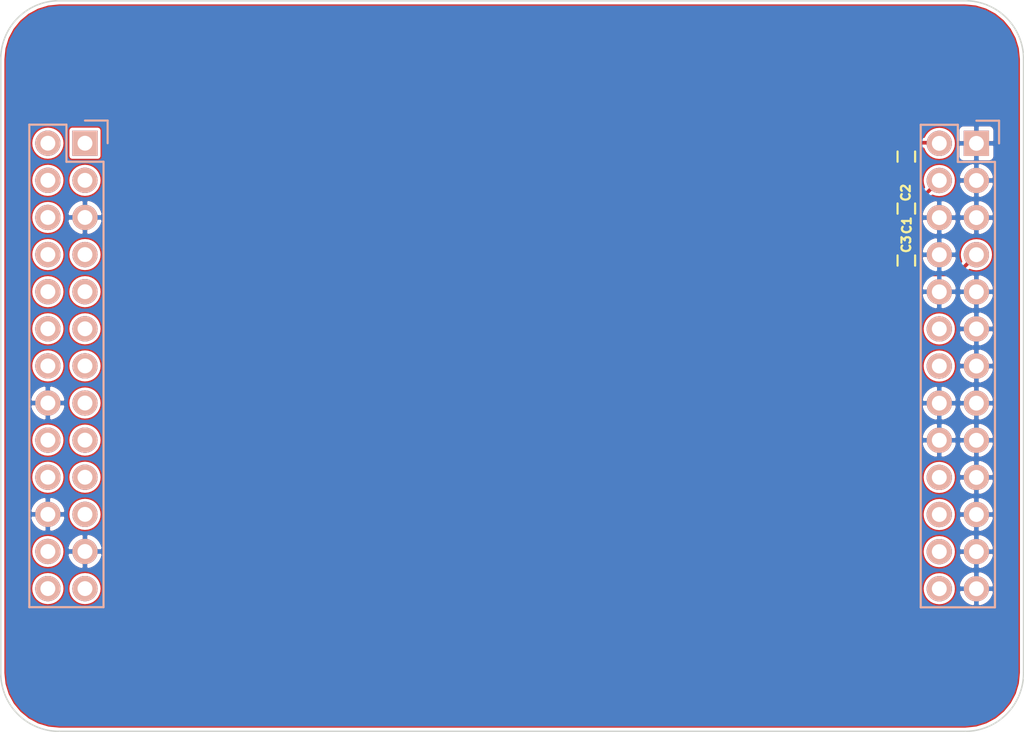
<source format=kicad_pcb>
(kicad_pcb (version 4) (host pcbnew 4.0.2+dfsg1-stable)

  (general
    (links 26)
    (no_connects 0)
    (area 57.979681 27.19852 203.228501 150.760441)
    (thickness 1.6)
    (drawings 28)
    (tracks 6)
    (zones 0)
    (modules 5)
    (nets 5)
  )

  (page A3)
  (layers
    (0 F.Cu power)
    (31 B.Cu signal)
    (34 B.Paste user)
    (35 F.Paste user)
    (36 B.SilkS user)
    (37 F.SilkS user)
    (38 B.Mask user)
    (39 F.Mask user)
    (41 Cmts.User user hide)
    (44 Edge.Cuts user)
  )

  (setup
    (last_trace_width 0.25)
    (user_trace_width 0.2)
    (user_trace_width 0.25)
    (user_trace_width 0.3)
    (user_trace_width 0.4)
    (user_trace_width 0.5)
    (user_trace_width 0.6)
    (user_trace_width 0.8)
    (user_trace_width 1)
    (trace_clearance 0.2)
    (zone_clearance 0.3)
    (zone_45_only no)
    (trace_min 0.19)
    (segment_width 0.2)
    (edge_width 0.1)
    (via_size 0.7)
    (via_drill 0.3)
    (via_min_size 0.7)
    (via_min_drill 0.3)
    (uvia_size 0.508)
    (uvia_drill 0.127)
    (uvias_allowed no)
    (uvia_min_size 0.508)
    (uvia_min_drill 0.127)
    (pcb_text_width 0.3)
    (pcb_text_size 1.5 1.5)
    (mod_edge_width 0.15)
    (mod_text_size 0.6 0.6)
    (mod_text_width 0.15)
    (pad_size 2.032 1.7272)
    (pad_drill 1.016)
    (pad_to_mask_clearance 0)
    (aux_axis_origin 69.71822 81.2392)
    (grid_origin 90.8815 50.39852)
    (visible_elements 7FFCFFFF)
    (pcbplotparams
      (layerselection 0x010fc_80000001)
      (usegerberextensions false)
      (excludeedgelayer true)
      (linewidth 0.150000)
      (plotframeref false)
      (viasonmask false)
      (mode 1)
      (useauxorigin false)
      (hpglpennumber 1)
      (hpglpenspeed 20)
      (hpglpendiameter 15)
      (hpglpenoverlay 2)
      (psnegative false)
      (psa4output false)
      (plotreference true)
      (plotvalue true)
      (plotinvisibletext false)
      (padsonsilk false)
      (subtractmaskfromsilk false)
      (outputformat 1)
      (mirror false)
      (drillshape 0)
      (scaleselection 1)
      (outputdirectory manuf))
  )

  (net 0 "")
  (net 1 ANALOG_POS)
  (net 2 ANALOG_NEG)
  (net 3 GND)
  (net 4 VREF_EXT)

  (net_class Default "This is the default net class."
    (clearance 0.2)
    (trace_width 0.2)
    (via_dia 0.7)
    (via_drill 0.3)
    (uvia_dia 0.508)
    (uvia_drill 0.127)
    (add_net VREF_EXT)
  )

  (net_class Analog ""
    (clearance 0.2)
    (trace_width 0.25)
    (via_dia 0.7)
    (via_drill 0.3)
    (uvia_dia 0.508)
    (uvia_drill 0.127)
  )

  (net_class AnalogIgnore ""
    (clearance 0.2)
    (trace_width 0.2)
    (via_dia 0.7)
    (via_drill 0.3)
    (uvia_dia 0.508)
    (uvia_drill 0.127)
  )

  (net_class Digital ""
    (clearance 0.2)
    (trace_width 0.2)
    (via_dia 0.7)
    (via_drill 0.3)
    (uvia_dia 0.508)
    (uvia_drill 0.127)
  )

  (net_class GND ""
    (clearance 0.2)
    (trace_width 0.3)
    (via_dia 0.7)
    (via_drill 0.3)
    (uvia_dia 0.508)
    (uvia_drill 0.127)
    (add_net GND)
  )

  (net_class power ""
    (clearance 0.2)
    (trace_width 0.5)
    (via_dia 0.7)
    (via_drill 0.3)
    (uvia_dia 0.508)
    (uvia_drill 0.127)
    (add_net ANALOG_NEG)
    (add_net ANALOG_POS)
  )

  (net_class tmp ""
    (clearance 0.2)
    (trace_width 0.2)
    (via_dia 0.7)
    (via_drill 0.3)
    (uvia_dia 0.508)
    (uvia_drill 0.127)
  )

  (module Pin_Headers:Pin_Header_Straight_2x13 (layer B.Cu) (tedit 56F3A661) (tstamp 56F3FE73)
    (at 96.6473 60.14958 180)
    (descr "Through hole pin header")
    (tags "pin header")
    (path /55FF1F24/56F2C122)
    (fp_text reference P3 (at 4.62788 1.24968 180) (layer B.SilkS) hide
      (effects (font (size 0.6 0.6) (thickness 0.15)) (justify mirror))
    )
    (fp_text value BASE_BOARD_DIGITAL (at 0 3.1 180) (layer B.Fab)
      (effects (font (size 1 1) (thickness 0.15)) (justify mirror))
    )
    (fp_line (start -1.75 1.75) (end -1.75 -32.25) (layer B.CrtYd) (width 0.05))
    (fp_line (start 4.3 1.75) (end 4.3 -32.25) (layer B.CrtYd) (width 0.05))
    (fp_line (start -1.75 1.75) (end 4.3 1.75) (layer B.CrtYd) (width 0.05))
    (fp_line (start -1.75 -32.25) (end 4.3 -32.25) (layer B.CrtYd) (width 0.05))
    (fp_line (start 3.81 1.27) (end 3.81 -31.75) (layer B.SilkS) (width 0.15))
    (fp_line (start -1.27 -1.27) (end -1.27 -31.75) (layer B.SilkS) (width 0.15))
    (fp_line (start 3.81 -31.75) (end -1.27 -31.75) (layer B.SilkS) (width 0.15))
    (fp_line (start 3.81 1.27) (end 1.27 1.27) (layer B.SilkS) (width 0.15))
    (fp_line (start 0 1.55) (end -1.55 1.55) (layer B.SilkS) (width 0.15))
    (fp_line (start 1.27 1.27) (end 1.27 -1.27) (layer B.SilkS) (width 0.15))
    (fp_line (start 1.27 -1.27) (end -1.27 -1.27) (layer B.SilkS) (width 0.15))
    (fp_line (start -1.55 1.55) (end -1.55 0) (layer B.SilkS) (width 0.15))
    (pad 1 thru_hole rect (at 0 0 180) (size 1.7272 1.7272) (drill 1.016) (layers *.Cu *.Mask B.SilkS))
    (pad 2 thru_hole oval (at 2.54 0 180) (size 1.7272 1.7272) (drill 1.016) (layers *.Cu *.Mask B.SilkS))
    (pad 3 thru_hole oval (at 0 -2.54 180) (size 1.7272 1.7272) (drill 1.016) (layers *.Cu *.Mask B.SilkS))
    (pad 4 thru_hole oval (at 2.54 -2.54 180) (size 1.7272 1.7272) (drill 1.016) (layers *.Cu *.Mask B.SilkS))
    (pad 5 thru_hole oval (at 0 -5.08 180) (size 1.7272 1.7272) (drill 1.016) (layers *.Cu *.Mask B.SilkS)
      (net 3 GND))
    (pad 6 thru_hole oval (at 2.54 -5.08 180) (size 1.7272 1.7272) (drill 1.016) (layers *.Cu *.Mask B.SilkS))
    (pad 7 thru_hole oval (at 0 -7.62 180) (size 1.7272 1.7272) (drill 1.016) (layers *.Cu *.Mask B.SilkS))
    (pad 8 thru_hole oval (at 2.54 -7.62 180) (size 1.7272 1.7272) (drill 1.016) (layers *.Cu *.Mask B.SilkS))
    (pad 9 thru_hole oval (at 0 -10.16 180) (size 1.7272 1.7272) (drill 1.016) (layers *.Cu *.Mask B.SilkS))
    (pad 10 thru_hole oval (at 2.54 -10.16 180) (size 1.7272 1.7272) (drill 1.016) (layers *.Cu *.Mask B.SilkS))
    (pad 11 thru_hole oval (at 0 -12.7 180) (size 1.7272 1.7272) (drill 1.016) (layers *.Cu *.Mask B.SilkS))
    (pad 12 thru_hole oval (at 2.54 -12.7 180) (size 1.7272 1.7272) (drill 1.016) (layers *.Cu *.Mask B.SilkS))
    (pad 13 thru_hole oval (at 0 -15.24 180) (size 1.7272 1.7272) (drill 1.016) (layers *.Cu *.Mask B.SilkS))
    (pad 14 thru_hole oval (at 2.54 -15.24 180) (size 1.7272 1.7272) (drill 1.016) (layers *.Cu *.Mask B.SilkS))
    (pad 15 thru_hole oval (at 0 -17.78 180) (size 1.7272 1.7272) (drill 1.016) (layers *.Cu *.Mask B.SilkS))
    (pad 16 thru_hole oval (at 2.54 -17.78 180) (size 1.7272 1.7272) (drill 1.016) (layers *.Cu *.Mask B.SilkS)
      (net 3 GND))
    (pad 17 thru_hole oval (at 0 -20.32 180) (size 1.7272 1.7272) (drill 1.016) (layers *.Cu *.Mask B.SilkS))
    (pad 18 thru_hole oval (at 2.54 -20.32 180) (size 1.7272 1.7272) (drill 1.016) (layers *.Cu *.Mask B.SilkS))
    (pad 19 thru_hole oval (at 0 -22.86 180) (size 1.7272 1.7272) (drill 1.016) (layers *.Cu *.Mask B.SilkS))
    (pad 20 thru_hole oval (at 2.54 -22.86 180) (size 1.7272 1.7272) (drill 1.016) (layers *.Cu *.Mask B.SilkS))
    (pad 21 thru_hole oval (at 0 -25.4 180) (size 1.7272 1.7272) (drill 1.016) (layers *.Cu *.Mask B.SilkS))
    (pad 22 thru_hole oval (at 2.54 -25.4 180) (size 1.7272 1.7272) (drill 1.016) (layers *.Cu *.Mask B.SilkS)
      (net 3 GND))
    (pad 23 thru_hole oval (at 0 -27.94 180) (size 1.7272 1.7272) (drill 1.016) (layers *.Cu *.Mask B.SilkS)
      (net 3 GND))
    (pad 24 thru_hole oval (at 2.54 -27.94 180) (size 1.7272 1.7272) (drill 1.016) (layers *.Cu *.Mask B.SilkS))
    (pad 25 thru_hole oval (at 0 -30.48 180) (size 1.7272 1.7272) (drill 1.016) (layers *.Cu *.Mask B.SilkS))
    (pad 26 thru_hole oval (at 2.54 -30.48 180) (size 1.7272 1.7272) (drill 1.016) (layers *.Cu *.Mask B.SilkS))
    (model Pin_Headers.3dshapes/Pin_Header_Straight_2x13.wrl
      (at (xyz 0.05 -0.6 0))
      (scale (xyz 1 1 1))
      (rotate (xyz 0 0 90))
    )
  )

  (module Capacitors_SMD:C_0603_HandSoldering (layer F.Cu) (tedit 56202A94) (tstamp 56201778)
    (at 152.8575 64.62252 270)
    (descr "Capacitor SMD 0603, hand soldering")
    (tags "capacitor 0603")
    (path /553D8355/55ECDC11)
    (attr smd)
    (fp_text reference C3 (at 2.43586 0.00508 270) (layer F.SilkS)
      (effects (font (size 0.6 0.6) (thickness 0.15)))
    )
    (fp_text value 100nF (at 0 1.9 270) (layer F.Fab)
      (effects (font (size 1 1) (thickness 0.15)))
    )
    (fp_line (start -1.85 -0.75) (end 1.85 -0.75) (layer F.CrtYd) (width 0.05))
    (fp_line (start -1.85 0.75) (end 1.85 0.75) (layer F.CrtYd) (width 0.05))
    (fp_line (start -1.85 -0.75) (end -1.85 0.75) (layer F.CrtYd) (width 0.05))
    (fp_line (start 1.85 -0.75) (end 1.85 0.75) (layer F.CrtYd) (width 0.05))
    (fp_line (start -0.35 -0.6) (end 0.35 -0.6) (layer F.SilkS) (width 0.15))
    (fp_line (start 0.35 0.6) (end -0.35 0.6) (layer F.SilkS) (width 0.15))
    (pad 1 smd rect (at -0.95 0 270) (size 1.2 0.75) (layers F.Cu F.Paste F.Mask)
      (net 2 ANALOG_NEG))
    (pad 2 smd rect (at 0.95 0 270) (size 1.2 0.75) (layers F.Cu F.Paste F.Mask)
      (net 3 GND))
    (model Capacitors_SMD.3dshapes/C_0603_HandSoldering.wrl
      (at (xyz 0 0 0))
      (scale (xyz 1 1 1))
      (rotate (xyz 0 0 0))
    )
  )

  (module Capacitors_SMD:C_0603_HandSoldering (layer F.Cu) (tedit 56202A8E) (tstamp 562018A9)
    (at 152.8575 68.17852 90)
    (descr "Capacitor SMD 0603, hand soldering")
    (tags "capacitor 0603")
    (path /553D8355/55F7FBFE)
    (attr smd)
    (fp_text reference C1 (at 2.40792 0.03048 90) (layer F.SilkS)
      (effects (font (size 0.6 0.6) (thickness 0.15)))
    )
    (fp_text value 100nF (at 0 1.9 90) (layer F.Fab)
      (effects (font (size 1 1) (thickness 0.15)))
    )
    (fp_line (start -1.85 -0.75) (end 1.85 -0.75) (layer F.CrtYd) (width 0.05))
    (fp_line (start -1.85 0.75) (end 1.85 0.75) (layer F.CrtYd) (width 0.05))
    (fp_line (start -1.85 -0.75) (end -1.85 0.75) (layer F.CrtYd) (width 0.05))
    (fp_line (start 1.85 -0.75) (end 1.85 0.75) (layer F.CrtYd) (width 0.05))
    (fp_line (start -0.35 -0.6) (end 0.35 -0.6) (layer F.SilkS) (width 0.15))
    (fp_line (start 0.35 0.6) (end -0.35 0.6) (layer F.SilkS) (width 0.15))
    (pad 1 smd rect (at -0.95 0 90) (size 1.2 0.75) (layers F.Cu F.Paste F.Mask)
      (net 4 VREF_EXT))
    (pad 2 smd rect (at 0.95 0 90) (size 1.2 0.75) (layers F.Cu F.Paste F.Mask)
      (net 3 GND))
    (model Capacitors_SMD.3dshapes/C_0603_HandSoldering.wrl
      (at (xyz 0 0 0))
      (scale (xyz 1 1 1))
      (rotate (xyz 0 0 0))
    )
  )

  (module Capacitors_SMD:C_0603_HandSoldering (layer F.Cu) (tedit 56202A8B) (tstamp 562018AF)
    (at 152.8575 61.06652 270)
    (descr "Capacitor SMD 0603, hand soldering")
    (tags "capacitor 0603")
    (path /553D8355/55ECDAF7)
    (attr smd)
    (fp_text reference C2 (at 2.46888 0.03556 270) (layer F.SilkS)
      (effects (font (size 0.6 0.6) (thickness 0.15)))
    )
    (fp_text value 100nF (at 0 1.9 270) (layer F.Fab)
      (effects (font (size 1 1) (thickness 0.15)))
    )
    (fp_line (start -1.85 -0.75) (end 1.85 -0.75) (layer F.CrtYd) (width 0.05))
    (fp_line (start -1.85 0.75) (end 1.85 0.75) (layer F.CrtYd) (width 0.05))
    (fp_line (start -1.85 -0.75) (end -1.85 0.75) (layer F.CrtYd) (width 0.05))
    (fp_line (start 1.85 -0.75) (end 1.85 0.75) (layer F.CrtYd) (width 0.05))
    (fp_line (start -0.35 -0.6) (end 0.35 -0.6) (layer F.SilkS) (width 0.15))
    (fp_line (start 0.35 0.6) (end -0.35 0.6) (layer F.SilkS) (width 0.15))
    (pad 1 smd rect (at -0.95 0 270) (size 1.2 0.75) (layers F.Cu F.Paste F.Mask)
      (net 1 ANALOG_POS))
    (pad 2 smd rect (at 0.95 0 270) (size 1.2 0.75) (layers F.Cu F.Paste F.Mask)
      (net 3 GND))
    (model Capacitors_SMD.3dshapes/C_0603_HandSoldering.wrl
      (at (xyz 0 0 0))
      (scale (xyz 1 1 1))
      (rotate (xyz 0 0 0))
    )
  )

  (module Pin_Headers:Pin_Header_Straight_2x13 (layer B.Cu) (tedit 56F3A687) (tstamp 56F3FE49)
    (at 157.65302 60.15974 180)
    (descr "Through hole pin header")
    (tags "pin header")
    (path /55FF1F24/56F2C534)
    (fp_text reference P2 (at -2.31902 2.21742 180) (layer B.SilkS) hide
      (effects (font (size 0.6 0.6) (thickness 0.15)) (justify mirror))
    )
    (fp_text value BASE_BOARD_ANALOG (at 0 3.1 180) (layer B.Fab)
      (effects (font (size 1 1) (thickness 0.15)) (justify mirror))
    )
    (fp_line (start -1.75 1.75) (end -1.75 -32.25) (layer B.CrtYd) (width 0.05))
    (fp_line (start 4.3 1.75) (end 4.3 -32.25) (layer B.CrtYd) (width 0.05))
    (fp_line (start -1.75 1.75) (end 4.3 1.75) (layer B.CrtYd) (width 0.05))
    (fp_line (start -1.75 -32.25) (end 4.3 -32.25) (layer B.CrtYd) (width 0.05))
    (fp_line (start 3.81 1.27) (end 3.81 -31.75) (layer B.SilkS) (width 0.15))
    (fp_line (start -1.27 -1.27) (end -1.27 -31.75) (layer B.SilkS) (width 0.15))
    (fp_line (start 3.81 -31.75) (end -1.27 -31.75) (layer B.SilkS) (width 0.15))
    (fp_line (start 3.81 1.27) (end 1.27 1.27) (layer B.SilkS) (width 0.15))
    (fp_line (start 0 1.55) (end -1.55 1.55) (layer B.SilkS) (width 0.15))
    (fp_line (start 1.27 1.27) (end 1.27 -1.27) (layer B.SilkS) (width 0.15))
    (fp_line (start 1.27 -1.27) (end -1.27 -1.27) (layer B.SilkS) (width 0.15))
    (fp_line (start -1.55 1.55) (end -1.55 0) (layer B.SilkS) (width 0.15))
    (pad 1 thru_hole rect (at 0 0 180) (size 1.7272 1.7272) (drill 1.016) (layers *.Cu *.Mask B.SilkS)
      (net 3 GND))
    (pad 2 thru_hole oval (at 2.54 0 180) (size 1.7272 1.7272) (drill 1.016) (layers *.Cu *.Mask B.SilkS)
      (net 1 ANALOG_POS))
    (pad 3 thru_hole oval (at 0 -2.54 180) (size 1.7272 1.7272) (drill 1.016) (layers *.Cu *.Mask B.SilkS)
      (net 3 GND))
    (pad 4 thru_hole oval (at 2.54 -2.54 180) (size 1.7272 1.7272) (drill 1.016) (layers *.Cu *.Mask B.SilkS)
      (net 2 ANALOG_NEG))
    (pad 5 thru_hole oval (at 0 -5.08 180) (size 1.7272 1.7272) (drill 1.016) (layers *.Cu *.Mask B.SilkS)
      (net 3 GND))
    (pad 6 thru_hole oval (at 2.54 -5.08 180) (size 1.7272 1.7272) (drill 1.016) (layers *.Cu *.Mask B.SilkS)
      (net 3 GND))
    (pad 7 thru_hole oval (at 0 -7.62 180) (size 1.7272 1.7272) (drill 1.016) (layers *.Cu *.Mask B.SilkS)
      (net 4 VREF_EXT))
    (pad 8 thru_hole oval (at 2.54 -7.62 180) (size 1.7272 1.7272) (drill 1.016) (layers *.Cu *.Mask B.SilkS)
      (net 3 GND))
    (pad 9 thru_hole oval (at 0 -10.16 180) (size 1.7272 1.7272) (drill 1.016) (layers *.Cu *.Mask B.SilkS)
      (net 3 GND))
    (pad 10 thru_hole oval (at 2.54 -10.16 180) (size 1.7272 1.7272) (drill 1.016) (layers *.Cu *.Mask B.SilkS)
      (net 3 GND))
    (pad 11 thru_hole oval (at 0 -12.7 180) (size 1.7272 1.7272) (drill 1.016) (layers *.Cu *.Mask B.SilkS)
      (net 3 GND))
    (pad 12 thru_hole oval (at 2.54 -12.7 180) (size 1.7272 1.7272) (drill 1.016) (layers *.Cu *.Mask B.SilkS))
    (pad 13 thru_hole oval (at 0 -15.24 180) (size 1.7272 1.7272) (drill 1.016) (layers *.Cu *.Mask B.SilkS)
      (net 3 GND))
    (pad 14 thru_hole oval (at 2.54 -15.24 180) (size 1.7272 1.7272) (drill 1.016) (layers *.Cu *.Mask B.SilkS))
    (pad 15 thru_hole oval (at 0 -17.78 180) (size 1.7272 1.7272) (drill 1.016) (layers *.Cu *.Mask B.SilkS)
      (net 3 GND))
    (pad 16 thru_hole oval (at 2.54 -17.78 180) (size 1.7272 1.7272) (drill 1.016) (layers *.Cu *.Mask B.SilkS)
      (net 3 GND))
    (pad 17 thru_hole oval (at 0 -20.32 180) (size 1.7272 1.7272) (drill 1.016) (layers *.Cu *.Mask B.SilkS)
      (net 3 GND))
    (pad 18 thru_hole oval (at 2.54 -20.32 180) (size 1.7272 1.7272) (drill 1.016) (layers *.Cu *.Mask B.SilkS)
      (net 3 GND))
    (pad 19 thru_hole oval (at 0 -22.86 180) (size 1.7272 1.7272) (drill 1.016) (layers *.Cu *.Mask B.SilkS)
      (net 3 GND))
    (pad 20 thru_hole oval (at 2.54 -22.86 180) (size 1.7272 1.7272) (drill 1.016) (layers *.Cu *.Mask B.SilkS))
    (pad 21 thru_hole oval (at 0 -25.4 180) (size 1.7272 1.7272) (drill 1.016) (layers *.Cu *.Mask B.SilkS)
      (net 3 GND))
    (pad 22 thru_hole oval (at 2.54 -25.4 180) (size 1.7272 1.7272) (drill 1.016) (layers *.Cu *.Mask B.SilkS))
    (pad 23 thru_hole oval (at 0 -27.94 180) (size 1.7272 1.7272) (drill 1.016) (layers *.Cu *.Mask B.SilkS)
      (net 3 GND))
    (pad 24 thru_hole oval (at 2.54 -27.94 180) (size 1.7272 1.7272) (drill 1.016) (layers *.Cu *.Mask B.SilkS))
    (pad 25 thru_hole oval (at 0 -30.48 180) (size 1.7272 1.7272) (drill 1.016) (layers *.Cu *.Mask B.SilkS)
      (net 3 GND))
    (pad 26 thru_hole oval (at 2.54 -30.48 180) (size 1.7272 1.7272) (drill 1.016) (layers *.Cu *.Mask B.SilkS))
    (model Pin_Headers.3dshapes/Pin_Header_Straight_2x13.wrl
      (at (xyz 0.05 -0.6 0))
      (scale (xyz 1 1 1))
      (rotate (xyz 0 0 90))
    )
  )

  (gr_line (start 141.872 62.28318) (end 141.872 57.18794) (angle 90) (layer Cmts.User) (width 0.001))
  (gr_line (start 114.34848 59.6111) (end 160.56894 59.6111) (angle 90) (layer Cmts.User) (width 0.001))
  (gr_line (start 110.6935 150.75994) (end 110.6935 57.54608) (angle 90) (layer Cmts.User) (width 0.001))
  (gr_line (start 156.38302 40.54586) (end 156.38302 119.15632) (angle 90) (layer Cmts.User) (width 0.001))
  (gr_line (start 71.0314 75.39974) (end 167.06626 75.39974) (angle 90) (layer Cmts.User) (width 0.001))
  (gr_line (start 95.3773 32.5601) (end 95.3773 148.7651) (angle 90) (layer Cmts.User) (width 0.001))
  (gr_line (start 105.95102 75.72502) (end 113.06556 75.72502) (layer Cmts.User) (width 0.2))
  (gr_line (start 105.37952 75.19924) (end 113.05032 75.19924) (layer Cmts.User) (width 0.2))
  (dimension 8 (width 0.3) (layer Cmts.User)
    (gr_text "8.000 mm" (at 104.87968 105.39942) (layer Cmts.User)
      (effects (font (size 1.5 1.5) (thickness 0.3)))
    )
    (feature1 (pts (xy 98.87968 102.39942) (xy 98.87968 108.09942)))
    (feature2 (pts (xy 90.87968 102.39942) (xy 90.87968 108.09942)))
    (crossbar (pts (xy 90.87968 105.39942) (xy 98.87968 105.39942)))
    (arrow1a (pts (xy 98.87968 105.39942) (xy 97.753176 105.985841)))
    (arrow1b (pts (xy 98.87968 105.39942) (xy 97.753176 104.812999)))
    (arrow2a (pts (xy 90.87968 105.39942) (xy 92.006184 105.985841)))
    (arrow2b (pts (xy 90.87968 105.39942) (xy 92.006184 104.812999)))
  )
  (gr_line (start 156.8815 50.39852) (end 94.8815 50.39852) (angle 90) (layer Edge.Cuts) (width 0.1))
  (gr_line (start 160.8815 96.39852) (end 160.8815 54.39852) (angle 90) (layer Edge.Cuts) (width 0.1))
  (gr_line (start 156.8815 100.39842) (end 94.87946 100.39842) (angle 90) (layer Edge.Cuts) (width 0.1))
  (gr_arc (start 94.8815 96.39852) (end 94.8815 100.39852) (angle 90) (layer Edge.Cuts) (width 0.1))
  (gr_line (start 90.8815 54.39852) (end 90.8815 96.39852) (angle 90) (layer Edge.Cuts) (width 0.1))
  (gr_arc (start 94.8815 54.39852) (end 90.8815 54.39852) (angle 90) (layer Edge.Cuts) (width 0.1))
  (gr_arc (start 156.8815 96.39852) (end 160.8815 96.39852) (angle 90) (layer Edge.Cuts) (width 0.1))
  (gr_arc (start 156.8815 54.39852) (end 156.8815 50.39852) (angle 90) (layer Edge.Cuts) (width 0.1))
  (dimension 4 (width 0.3) (layer Cmts.User)
    (gr_text "4.000 mm" (at 150.8815 29.39852) (layer Cmts.User)
      (effects (font (size 1.5 1.5) (thickness 0.3)))
    )
    (feature1 (pts (xy 156.8815 32.39852) (xy 156.8815 27.19852)))
    (feature2 (pts (xy 160.8815 32.39852) (xy 160.8815 27.19852)))
    (crossbar (pts (xy 160.8815 29.89852) (xy 156.8815 29.89852)))
    (arrow1a (pts (xy 156.8815 29.89852) (xy 158.008004 29.312099)))
    (arrow1b (pts (xy 156.8815 29.89852) (xy 158.008004 30.484941)))
    (arrow2a (pts (xy 160.8815 29.89852) (xy 159.754996 29.312099)))
    (arrow2b (pts (xy 160.8815 29.89852) (xy 159.754996 30.484941)))
  )
  (dimension 4.5 (width 0.3) (layer Cmts.User)
    (gr_text "4.500 mm" (at 150.3815 45.89852) (layer Cmts.User)
      (effects (font (size 1.5 1.5) (thickness 0.3)))
    )
    (feature1 (pts (xy 156.3815 48.39852) (xy 156.3815 43.69852)))
    (feature2 (pts (xy 160.8815 48.39852) (xy 160.8815 43.69852)))
    (crossbar (pts (xy 160.8815 46.39852) (xy 156.3815 46.39852)))
    (arrow1a (pts (xy 156.3815 46.39852) (xy 157.508004 45.812099)))
    (arrow1b (pts (xy 156.3815 46.39852) (xy 157.508004 46.984941)))
    (arrow2a (pts (xy 160.8815 46.39852) (xy 159.754996 45.812099)))
    (arrow2b (pts (xy 160.8815 46.39852) (xy 159.754996 46.984941)))
  )
  (dimension 4.5 (width 0.3) (layer Cmts.User)
    (gr_text "4.500 mm" (at 101.3815 29.89852) (layer Cmts.User)
      (effects (font (size 1.5 1.5) (thickness 0.3)))
    )
    (feature1 (pts (xy 95.3815 32.39852) (xy 95.3815 27.19852)))
    (feature2 (pts (xy 90.8815 32.39852) (xy 90.8815 27.19852)))
    (crossbar (pts (xy 90.8815 29.89852) (xy 95.3815 29.89852)))
    (arrow1a (pts (xy 95.3815 29.89852) (xy 94.254996 30.484941)))
    (arrow1b (pts (xy 95.3815 29.89852) (xy 94.254996 29.312099)))
    (arrow2a (pts (xy 90.8815 29.89852) (xy 92.008004 30.484941)))
    (arrow2b (pts (xy 90.8815 29.89852) (xy 92.008004 29.312099)))
  )
  (dimension 4 (width 0.3) (layer Cmts.User)
    (gr_text "4.000 mm" (at 100.8815 45.39852) (layer Cmts.User)
      (effects (font (size 1.5 1.5) (thickness 0.3)))
    )
    (feature1 (pts (xy 94.8815 47.39852) (xy 94.8815 42.69852)))
    (feature2 (pts (xy 90.8815 47.39852) (xy 90.8815 42.69852)))
    (crossbar (pts (xy 90.8815 45.39852) (xy 94.8815 45.39852)))
    (arrow1a (pts (xy 94.8815 45.39852) (xy 93.754996 45.984941)))
    (arrow1b (pts (xy 94.8815 45.39852) (xy 93.754996 44.812099)))
    (arrow2a (pts (xy 90.8815 45.39852) (xy 92.008004 45.984941)))
    (arrow2b (pts (xy 90.8815 45.39852) (xy 92.008004 44.812099)))
  )
  (dimension 4 (width 0.3) (layer Cmts.User)
    (gr_text "4.000 mm" (at 86.88152 89.39982 90) (layer Cmts.User)
      (effects (font (size 1.5 1.5) (thickness 0.3)))
    )
    (feature1 (pts (xy 88.88152 96.39982) (xy 84.18152 96.39982)))
    (feature2 (pts (xy 88.88152 100.39982) (xy 84.18152 100.39982)))
    (crossbar (pts (xy 86.88152 100.39982) (xy 86.88152 96.39982)))
    (arrow1a (pts (xy 86.88152 96.39982) (xy 87.467941 97.526324)))
    (arrow1b (pts (xy 86.88152 96.39982) (xy 86.295099 97.526324)))
    (arrow2a (pts (xy 86.88152 100.39982) (xy 87.467941 99.273316)))
    (arrow2b (pts (xy 86.88152 100.39982) (xy 86.295099 99.273316)))
  )
  (dimension 35 (width 0.3) (layer Cmts.User)
    (gr_text "35.000 mm" (at 107.45662 131.98828) (layer Cmts.User)
      (effects (font (size 1.5 1.5) (thickness 0.3)))
    )
    (feature1 (pts (xy 125.16938 125.48974) (xy 125.16938 130.48974)))
    (feature2 (pts (xy 90.16938 125.48974) (xy 90.16938 130.48974)))
    (crossbar (pts (xy 90.16938 130.48974) (xy 125.16938 130.48974)))
    (arrow1a (pts (xy 125.16938 130.48974) (xy 124.042876 131.076161)))
    (arrow1b (pts (xy 125.16938 130.48974) (xy 124.042876 129.903319)))
    (arrow2a (pts (xy 90.16938 130.48974) (xy 91.295884 131.076161)))
    (arrow2b (pts (xy 90.16938 130.48974) (xy 91.295884 129.903319)))
  )
  (dimension 25 (width 0.3) (layer Cmts.User)
    (gr_text "25.000 mm" (at 64.62968 62.89942 270) (layer Cmts.User)
      (effects (font (size 1.5 1.5) (thickness 0.3)))
    )
    (feature1 (pts (xy 70.87968 75.39942) (xy 65.87968 75.39942)))
    (feature2 (pts (xy 70.87968 50.39942) (xy 65.87968 50.39942)))
    (crossbar (pts (xy 65.87968 50.39942) (xy 65.87968 75.39942)))
    (arrow1a (pts (xy 65.87968 75.39942) (xy 65.293259 74.272916)))
    (arrow1b (pts (xy 65.87968 75.39942) (xy 66.466101 74.272916)))
    (arrow2a (pts (xy 65.87968 50.39942) (xy 65.293259 51.525924)))
    (arrow2b (pts (xy 65.87968 50.39942) (xy 66.466101 51.525924)))
  )
  (dimension 10 (width 0.3) (layer Cmts.User)
    (gr_text "10.000 mm" (at 115.87968 112.39942) (layer Cmts.User)
      (effects (font (size 1.5 1.5) (thickness 0.3)))
    )
    (feature1 (pts (xy 108.87968 109.39942) (xy 108.87968 115.09942)))
    (feature2 (pts (xy 98.87968 109.39942) (xy 98.87968 115.09942)))
    (crossbar (pts (xy 98.87968 112.39942) (xy 108.87968 112.39942)))
    (arrow1a (pts (xy 108.87968 112.39942) (xy 107.753176 112.985841)))
    (arrow1b (pts (xy 108.87968 112.39942) (xy 107.753176 111.812999)))
    (arrow2a (pts (xy 98.87968 112.39942) (xy 100.006184 112.985841)))
    (arrow2b (pts (xy 98.87968 112.39942) (xy 100.006184 111.812999)))
  )
  (dimension 70 (width 0.3) (layer Cmts.User)
    (gr_text "70.000 mm" (at 125.87968 34.14942) (layer Cmts.User)
      (effects (font (size 1.5 1.5) (thickness 0.3)))
    )
    (feature1 (pts (xy 160.87968 40.39942) (xy 160.87968 35.39942)))
    (feature2 (pts (xy 90.87968 40.39942) (xy 90.87968 35.39942)))
    (crossbar (pts (xy 90.87968 35.39942) (xy 160.87968 35.39942)))
    (arrow1a (pts (xy 160.87968 35.39942) (xy 159.753176 35.985841)))
    (arrow1b (pts (xy 160.87968 35.39942) (xy 159.753176 34.812999)))
    (arrow2a (pts (xy 90.87968 35.39942) (xy 92.006184 35.985841)))
    (arrow2b (pts (xy 90.87968 35.39942) (xy 92.006184 34.812999)))
  )
  (dimension 50 (width 0.3) (layer Cmts.User)
    (gr_text "50.000 mm" (at 74.52968 75.39942 90) (layer Cmts.User)
      (effects (font (size 1.5 1.5) (thickness 0.3)))
    )
    (feature1 (pts (xy 80.87968 50.39942) (xy 73.17968 50.39942)))
    (feature2 (pts (xy 80.87968 100.39942) (xy 73.17968 100.39942)))
    (crossbar (pts (xy 75.87968 100.39942) (xy 75.87968 50.39942)))
    (arrow1a (pts (xy 75.87968 50.39942) (xy 76.466101 51.525924)))
    (arrow1b (pts (xy 75.87968 50.39942) (xy 75.293259 51.525924)))
    (arrow2a (pts (xy 75.87968 100.39942) (xy 76.466101 99.272916)))
    (arrow2b (pts (xy 75.87968 100.39942) (xy 75.293259 99.272916)))
  )
  (gr_line (start 203.1285 81.9793) (end 202.8491 81.9793) (angle 90) (layer Eco2.User) (width 0.2))

  (segment (start 152.8575 60.11652) (end 155.0698 60.11652) (width 0.25) (layer F.Cu) (net 1))
  (segment (start 155.0698 60.11652) (end 155.11302 60.15974) (width 0.25) (layer F.Cu) (net 1) (tstamp 58558D67))
  (segment (start 152.8575 63.67252) (end 154.14024 63.67252) (width 0.25) (layer F.Cu) (net 2))
  (segment (start 154.14024 63.67252) (end 155.11302 62.69974) (width 0.25) (layer F.Cu) (net 2) (tstamp 58558D64))
  (segment (start 152.8575 69.12852) (end 156.30424 69.12852) (width 0.25) (layer F.Cu) (net 4))
  (segment (start 156.30424 69.12852) (end 157.65302 67.77974) (width 0.25) (layer F.Cu) (net 4) (tstamp 58558D5F))

  (zone (net 3) (net_name GND) (layer F.Cu) (tstamp 5601FD5D) (hatch edge 0.508)
    (connect_pads (clearance 0.2))
    (min_thickness 0.2)
    (fill yes (arc_segments 32) (thermal_gap 0.3) (thermal_bridge_width 0.3))
    (polygon
      (pts
        (xy 90.88088 50.39798) (xy 160.88088 50.39798) (xy 160.88088 100.39798) (xy 90.88088 100.39798)
      )
    )
    (filled_polygon
      (pts
        (xy 157.59013 50.81968) (xy 158.271767 51.025479) (xy 158.900451 51.359756) (xy 159.452232 51.809778) (xy 159.906094 52.358403)
        (xy 160.244754 52.984739) (xy 160.455305 53.664923) (xy 160.531467 54.389547) (xy 160.5315 54.39916) (xy 160.5315 96.381398)
        (xy 160.46034 97.10715) (xy 160.254541 97.788789) (xy 159.920264 98.41747) (xy 159.470242 98.969253) (xy 158.921617 99.423115)
        (xy 158.295278 99.761775) (xy 157.615101 99.972325) (xy 156.890474 100.048487) (xy 156.886792 100.048499) (xy 156.886387 100.048454)
        (xy 156.8815 100.04842) (xy 94.897602 100.04842) (xy 94.17287 99.97736) (xy 93.491231 99.771561) (xy 92.86255 99.437284)
        (xy 92.310767 98.987262) (xy 91.856905 98.438637) (xy 91.518245 97.812298) (xy 91.307695 97.132121) (xy 91.231533 96.407494)
        (xy 91.2315 96.39788) (xy 91.2315 90.621457) (xy 92.938098 90.621457) (xy 92.958681 90.847617) (xy 93.022799 91.065472)
        (xy 93.128011 91.266725) (xy 93.27031 91.443708) (xy 93.444274 91.589682) (xy 93.643279 91.699086) (xy 93.859744 91.767753)
        (xy 94.085424 91.793067) (xy 94.10167 91.79318) (xy 94.11293 91.79318) (xy 94.338941 91.771019) (xy 94.556343 91.705382)
        (xy 94.756856 91.598767) (xy 94.932842 91.455237) (xy 95.077598 91.280257) (xy 95.18561 91.080493) (xy 95.252764 90.863554)
        (xy 95.276502 90.637703) (xy 95.275024 90.621457) (xy 95.478098 90.621457) (xy 95.498681 90.847617) (xy 95.562799 91.065472)
        (xy 95.668011 91.266725) (xy 95.81031 91.443708) (xy 95.984274 91.589682) (xy 96.183279 91.699086) (xy 96.399744 91.767753)
        (xy 96.625424 91.793067) (xy 96.64167 91.79318) (xy 96.65293 91.79318) (xy 96.878941 91.771019) (xy 97.096343 91.705382)
        (xy 97.296856 91.598767) (xy 97.472842 91.455237) (xy 97.617598 91.280257) (xy 97.72561 91.080493) (xy 97.792764 90.863554)
        (xy 97.816502 90.637703) (xy 97.815949 90.631617) (xy 153.943818 90.631617) (xy 153.964401 90.857777) (xy 154.028519 91.075632)
        (xy 154.133731 91.276885) (xy 154.27603 91.453868) (xy 154.449994 91.599842) (xy 154.648999 91.709246) (xy 154.865464 91.777913)
        (xy 155.091144 91.803227) (xy 155.10739 91.80334) (xy 155.11865 91.80334) (xy 155.344661 91.781179) (xy 155.562063 91.715542)
        (xy 155.762576 91.608927) (xy 155.938562 91.465397) (xy 156.083318 91.290417) (xy 156.19133 91.090653) (xy 156.254482 90.88664)
        (xy 156.413777 90.88664) (xy 156.485454 91.122937) (xy 156.602155 91.341433) (xy 156.759241 91.532964) (xy 156.950674 91.690169)
        (xy 157.169098 91.807006) (xy 157.406119 91.878986) (xy 157.60302 91.802353) (xy 157.60302 90.68974) (xy 157.70302 90.68974)
        (xy 157.70302 91.802353) (xy 157.899921 91.878986) (xy 158.136942 91.807006) (xy 158.355366 91.690169) (xy 158.546799 91.532964)
        (xy 158.703885 91.341433) (xy 158.820586 91.122937) (xy 158.892263 90.88664) (xy 158.815545 90.68974) (xy 157.70302 90.68974)
        (xy 157.60302 90.68974) (xy 156.490495 90.68974) (xy 156.413777 90.88664) (xy 156.254482 90.88664) (xy 156.258484 90.873714)
        (xy 156.282222 90.647863) (xy 156.261639 90.421703) (xy 156.253145 90.39284) (xy 156.413777 90.39284) (xy 156.490495 90.58974)
        (xy 157.60302 90.58974) (xy 157.60302 89.477127) (xy 157.70302 89.477127) (xy 157.70302 90.58974) (xy 158.815545 90.58974)
        (xy 158.892263 90.39284) (xy 158.820586 90.156543) (xy 158.703885 89.938047) (xy 158.546799 89.746516) (xy 158.355366 89.589311)
        (xy 158.136942 89.472474) (xy 157.899921 89.400494) (xy 157.70302 89.477127) (xy 157.60302 89.477127) (xy 157.406119 89.400494)
        (xy 157.169098 89.472474) (xy 156.950674 89.589311) (xy 156.759241 89.746516) (xy 156.602155 89.938047) (xy 156.485454 90.156543)
        (xy 156.413777 90.39284) (xy 156.253145 90.39284) (xy 156.197521 90.203848) (xy 156.092309 90.002595) (xy 155.95001 89.825612)
        (xy 155.776046 89.679638) (xy 155.577041 89.570234) (xy 155.360576 89.501567) (xy 155.134896 89.476253) (xy 155.11865 89.47614)
        (xy 155.10739 89.47614) (xy 154.881379 89.498301) (xy 154.663977 89.563938) (xy 154.463464 89.670553) (xy 154.287478 89.814083)
        (xy 154.142722 89.989063) (xy 154.03471 90.188827) (xy 153.967556 90.405766) (xy 153.943818 90.631617) (xy 97.815949 90.631617)
        (xy 97.795919 90.411543) (xy 97.731801 90.193688) (xy 97.626589 89.992435) (xy 97.48429 89.815452) (xy 97.310326 89.669478)
        (xy 97.111321 89.560074) (xy 96.894856 89.491407) (xy 96.669176 89.466093) (xy 96.65293 89.46598) (xy 96.64167 89.46598)
        (xy 96.415659 89.488141) (xy 96.198257 89.553778) (xy 95.997744 89.660393) (xy 95.821758 89.803923) (xy 95.677002 89.978903)
        (xy 95.56899 90.178667) (xy 95.501836 90.395606) (xy 95.478098 90.621457) (xy 95.275024 90.621457) (xy 95.255919 90.411543)
        (xy 95.191801 90.193688) (xy 95.086589 89.992435) (xy 94.94429 89.815452) (xy 94.770326 89.669478) (xy 94.571321 89.560074)
        (xy 94.354856 89.491407) (xy 94.129176 89.466093) (xy 94.11293 89.46598) (xy 94.10167 89.46598) (xy 93.875659 89.488141)
        (xy 93.658257 89.553778) (xy 93.457744 89.660393) (xy 93.281758 89.803923) (xy 93.137002 89.978903) (xy 93.02899 90.178667)
        (xy 92.961836 90.395606) (xy 92.938098 90.621457) (xy 91.2315 90.621457) (xy 91.2315 88.081457) (xy 92.938098 88.081457)
        (xy 92.958681 88.307617) (xy 93.022799 88.525472) (xy 93.128011 88.726725) (xy 93.27031 88.903708) (xy 93.444274 89.049682)
        (xy 93.643279 89.159086) (xy 93.859744 89.227753) (xy 94.085424 89.253067) (xy 94.10167 89.25318) (xy 94.11293 89.25318)
        (xy 94.338941 89.231019) (xy 94.556343 89.165382) (xy 94.756856 89.058767) (xy 94.932842 88.915237) (xy 95.077598 88.740257)
        (xy 95.18561 88.540493) (xy 95.248762 88.33648) (xy 95.408057 88.33648) (xy 95.479734 88.572777) (xy 95.596435 88.791273)
        (xy 95.753521 88.982804) (xy 95.944954 89.140009) (xy 96.163378 89.256846) (xy 96.400399 89.328826) (xy 96.5973 89.252193)
        (xy 96.5973 88.13958) (xy 96.6973 88.13958) (xy 96.6973 89.252193) (xy 96.894201 89.328826) (xy 97.131222 89.256846)
        (xy 97.349646 89.140009) (xy 97.541079 88.982804) (xy 97.698165 88.791273) (xy 97.814866 88.572777) (xy 97.886543 88.33648)
        (xy 97.809825 88.13958) (xy 96.6973 88.13958) (xy 96.5973 88.13958) (xy 95.484775 88.13958) (xy 95.408057 88.33648)
        (xy 95.248762 88.33648) (xy 95.252764 88.323554) (xy 95.276502 88.097703) (xy 95.275949 88.091617) (xy 153.943818 88.091617)
        (xy 153.964401 88.317777) (xy 154.028519 88.535632) (xy 154.133731 88.736885) (xy 154.27603 88.913868) (xy 154.449994 89.059842)
        (xy 154.648999 89.169246) (xy 154.865464 89.237913) (xy 155.091144 89.263227) (xy 155.10739 89.26334) (xy 155.11865 89.26334)
        (xy 155.344661 89.241179) (xy 155.562063 89.175542) (xy 155.762576 89.068927) (xy 155.938562 88.925397) (xy 156.083318 88.750417)
        (xy 156.19133 88.550653) (xy 156.254482 88.34664) (xy 156.413777 88.34664) (xy 156.485454 88.582937) (xy 156.602155 88.801433)
        (xy 156.759241 88.992964) (xy 156.950674 89.150169) (xy 157.169098 89.267006) (xy 157.406119 89.338986) (xy 157.60302 89.262353)
        (xy 157.60302 88.14974) (xy 157.70302 88.14974) (xy 157.70302 89.262353) (xy 157.899921 89.338986) (xy 158.136942 89.267006)
        (xy 158.355366 89.150169) (xy 158.546799 88.992964) (xy 158.703885 88.801433) (xy 158.820586 88.582937) (xy 158.892263 88.34664)
        (xy 158.815545 88.14974) (xy 157.70302 88.14974) (xy 157.60302 88.14974) (xy 156.490495 88.14974) (xy 156.413777 88.34664)
        (xy 156.254482 88.34664) (xy 156.258484 88.333714) (xy 156.282222 88.107863) (xy 156.261639 87.881703) (xy 156.253145 87.85284)
        (xy 156.413777 87.85284) (xy 156.490495 88.04974) (xy 157.60302 88.04974) (xy 157.60302 86.937127) (xy 157.70302 86.937127)
        (xy 157.70302 88.04974) (xy 158.815545 88.04974) (xy 158.892263 87.85284) (xy 158.820586 87.616543) (xy 158.703885 87.398047)
        (xy 158.546799 87.206516) (xy 158.355366 87.049311) (xy 158.136942 86.932474) (xy 157.899921 86.860494) (xy 157.70302 86.937127)
        (xy 157.60302 86.937127) (xy 157.406119 86.860494) (xy 157.169098 86.932474) (xy 156.950674 87.049311) (xy 156.759241 87.206516)
        (xy 156.602155 87.398047) (xy 156.485454 87.616543) (xy 156.413777 87.85284) (xy 156.253145 87.85284) (xy 156.197521 87.663848)
        (xy 156.092309 87.462595) (xy 155.95001 87.285612) (xy 155.776046 87.139638) (xy 155.577041 87.030234) (xy 155.360576 86.961567)
        (xy 155.134896 86.936253) (xy 155.11865 86.93614) (xy 155.10739 86.93614) (xy 154.881379 86.958301) (xy 154.663977 87.023938)
        (xy 154.463464 87.130553) (xy 154.287478 87.274083) (xy 154.142722 87.449063) (xy 154.03471 87.648827) (xy 153.967556 87.865766)
        (xy 153.943818 88.091617) (xy 95.275949 88.091617) (xy 95.255919 87.871543) (xy 95.247425 87.84268) (xy 95.408057 87.84268)
        (xy 95.484775 88.03958) (xy 96.5973 88.03958) (xy 96.5973 86.926967) (xy 96.6973 86.926967) (xy 96.6973 88.03958)
        (xy 97.809825 88.03958) (xy 97.886543 87.84268) (xy 97.814866 87.606383) (xy 97.698165 87.387887) (xy 97.541079 87.196356)
        (xy 97.349646 87.039151) (xy 97.131222 86.922314) (xy 96.894201 86.850334) (xy 96.6973 86.926967) (xy 96.5973 86.926967)
        (xy 96.400399 86.850334) (xy 96.163378 86.922314) (xy 95.944954 87.039151) (xy 95.753521 87.196356) (xy 95.596435 87.387887)
        (xy 95.479734 87.606383) (xy 95.408057 87.84268) (xy 95.247425 87.84268) (xy 95.191801 87.653688) (xy 95.086589 87.452435)
        (xy 94.94429 87.275452) (xy 94.770326 87.129478) (xy 94.571321 87.020074) (xy 94.354856 86.951407) (xy 94.129176 86.926093)
        (xy 94.11293 86.92598) (xy 94.10167 86.92598) (xy 93.875659 86.948141) (xy 93.658257 87.013778) (xy 93.457744 87.120393)
        (xy 93.281758 87.263923) (xy 93.137002 87.438903) (xy 93.02899 87.638667) (xy 92.961836 87.855606) (xy 92.938098 88.081457)
        (xy 91.2315 88.081457) (xy 91.2315 85.79648) (xy 92.868057 85.79648) (xy 92.939734 86.032777) (xy 93.056435 86.251273)
        (xy 93.213521 86.442804) (xy 93.404954 86.600009) (xy 93.623378 86.716846) (xy 93.860399 86.788826) (xy 94.0573 86.712193)
        (xy 94.0573 85.59958) (xy 94.1573 85.59958) (xy 94.1573 86.712193) (xy 94.354201 86.788826) (xy 94.591222 86.716846)
        (xy 94.809646 86.600009) (xy 95.001079 86.442804) (xy 95.158165 86.251273) (xy 95.274866 86.032777) (xy 95.346543 85.79648)
        (xy 95.269825 85.59958) (xy 94.1573 85.59958) (xy 94.0573 85.59958) (xy 92.944775 85.59958) (xy 92.868057 85.79648)
        (xy 91.2315 85.79648) (xy 91.2315 85.541457) (xy 95.478098 85.541457) (xy 95.498681 85.767617) (xy 95.562799 85.985472)
        (xy 95.668011 86.186725) (xy 95.81031 86.363708) (xy 95.984274 86.509682) (xy 96.183279 86.619086) (xy 96.399744 86.687753)
        (xy 96.625424 86.713067) (xy 96.64167 86.71318) (xy 96.65293 86.71318) (xy 96.878941 86.691019) (xy 97.096343 86.625382)
        (xy 97.296856 86.518767) (xy 97.472842 86.375237) (xy 97.617598 86.200257) (xy 97.72561 86.000493) (xy 97.792764 85.783554)
        (xy 97.816502 85.557703) (xy 97.815949 85.551617) (xy 153.943818 85.551617) (xy 153.964401 85.777777) (xy 154.028519 85.995632)
        (xy 154.133731 86.196885) (xy 154.27603 86.373868) (xy 154.449994 86.519842) (xy 154.648999 86.629246) (xy 154.865464 86.697913)
        (xy 155.091144 86.723227) (xy 155.10739 86.72334) (xy 155.11865 86.72334) (xy 155.344661 86.701179) (xy 155.562063 86.635542)
        (xy 155.762576 86.528927) (xy 155.938562 86.385397) (xy 156.083318 86.210417) (xy 156.19133 86.010653) (xy 156.254482 85.80664)
        (xy 156.413777 85.80664) (xy 156.485454 86.042937) (xy 156.602155 86.261433) (xy 156.759241 86.452964) (xy 156.950674 86.610169)
        (xy 157.169098 86.727006) (xy 157.406119 86.798986) (xy 157.60302 86.722353) (xy 157.60302 85.60974) (xy 157.70302 85.60974)
        (xy 157.70302 86.722353) (xy 157.899921 86.798986) (xy 158.136942 86.727006) (xy 158.355366 86.610169) (xy 158.546799 86.452964)
        (xy 158.703885 86.261433) (xy 158.820586 86.042937) (xy 158.892263 85.80664) (xy 158.815545 85.60974) (xy 157.70302 85.60974)
        (xy 157.60302 85.60974) (xy 156.490495 85.60974) (xy 156.413777 85.80664) (xy 156.254482 85.80664) (xy 156.258484 85.793714)
        (xy 156.282222 85.567863) (xy 156.261639 85.341703) (xy 156.253145 85.31284) (xy 156.413777 85.31284) (xy 156.490495 85.50974)
        (xy 157.60302 85.50974) (xy 157.60302 84.397127) (xy 157.70302 84.397127) (xy 157.70302 85.50974) (xy 158.815545 85.50974)
        (xy 158.892263 85.31284) (xy 158.820586 85.076543) (xy 158.703885 84.858047) (xy 158.546799 84.666516) (xy 158.355366 84.509311)
        (xy 158.136942 84.392474) (xy 157.899921 84.320494) (xy 157.70302 84.397127) (xy 157.60302 84.397127) (xy 157.406119 84.320494)
        (xy 157.169098 84.392474) (xy 156.950674 84.509311) (xy 156.759241 84.666516) (xy 156.602155 84.858047) (xy 156.485454 85.076543)
        (xy 156.413777 85.31284) (xy 156.253145 85.31284) (xy 156.197521 85.123848) (xy 156.092309 84.922595) (xy 155.95001 84.745612)
        (xy 155.776046 84.599638) (xy 155.577041 84.490234) (xy 155.360576 84.421567) (xy 155.134896 84.396253) (xy 155.11865 84.39614)
        (xy 155.10739 84.39614) (xy 154.881379 84.418301) (xy 154.663977 84.483938) (xy 154.463464 84.590553) (xy 154.287478 84.734083)
        (xy 154.142722 84.909063) (xy 154.03471 85.108827) (xy 153.967556 85.325766) (xy 153.943818 85.551617) (xy 97.815949 85.551617)
        (xy 97.795919 85.331543) (xy 97.731801 85.113688) (xy 97.626589 84.912435) (xy 97.48429 84.735452) (xy 97.310326 84.589478)
        (xy 97.111321 84.480074) (xy 96.894856 84.411407) (xy 96.669176 84.386093) (xy 96.65293 84.38598) (xy 96.64167 84.38598)
        (xy 96.415659 84.408141) (xy 96.198257 84.473778) (xy 95.997744 84.580393) (xy 95.821758 84.723923) (xy 95.677002 84.898903)
        (xy 95.56899 85.098667) (xy 95.501836 85.315606) (xy 95.478098 85.541457) (xy 91.2315 85.541457) (xy 91.2315 85.30268)
        (xy 92.868057 85.30268) (xy 92.944775 85.49958) (xy 94.0573 85.49958) (xy 94.0573 84.386967) (xy 94.1573 84.386967)
        (xy 94.1573 85.49958) (xy 95.269825 85.49958) (xy 95.346543 85.30268) (xy 95.274866 85.066383) (xy 95.158165 84.847887)
        (xy 95.001079 84.656356) (xy 94.809646 84.499151) (xy 94.591222 84.382314) (xy 94.354201 84.310334) (xy 94.1573 84.386967)
        (xy 94.0573 84.386967) (xy 93.860399 84.310334) (xy 93.623378 84.382314) (xy 93.404954 84.499151) (xy 93.213521 84.656356)
        (xy 93.056435 84.847887) (xy 92.939734 85.066383) (xy 92.868057 85.30268) (xy 91.2315 85.30268) (xy 91.2315 83.001457)
        (xy 92.938098 83.001457) (xy 92.958681 83.227617) (xy 93.022799 83.445472) (xy 93.128011 83.646725) (xy 93.27031 83.823708)
        (xy 93.444274 83.969682) (xy 93.643279 84.079086) (xy 93.859744 84.147753) (xy 94.085424 84.173067) (xy 94.10167 84.17318)
        (xy 94.11293 84.17318) (xy 94.338941 84.151019) (xy 94.556343 84.085382) (xy 94.756856 83.978767) (xy 94.932842 83.835237)
        (xy 95.077598 83.660257) (xy 95.18561 83.460493) (xy 95.252764 83.243554) (xy 95.276502 83.017703) (xy 95.275024 83.001457)
        (xy 95.478098 83.001457) (xy 95.498681 83.227617) (xy 95.562799 83.445472) (xy 95.668011 83.646725) (xy 95.81031 83.823708)
        (xy 95.984274 83.969682) (xy 96.183279 84.079086) (xy 96.399744 84.147753) (xy 96.625424 84.173067) (xy 96.64167 84.17318)
        (xy 96.65293 84.17318) (xy 96.878941 84.151019) (xy 97.096343 84.085382) (xy 97.296856 83.978767) (xy 97.472842 83.835237)
        (xy 97.617598 83.660257) (xy 97.72561 83.460493) (xy 97.792764 83.243554) (xy 97.816502 83.017703) (xy 97.815949 83.011617)
        (xy 153.943818 83.011617) (xy 153.964401 83.237777) (xy 154.028519 83.455632) (xy 154.133731 83.656885) (xy 154.27603 83.833868)
        (xy 154.449994 83.979842) (xy 154.648999 84.089246) (xy 154.865464 84.157913) (xy 155.091144 84.183227) (xy 155.10739 84.18334)
        (xy 155.11865 84.18334) (xy 155.344661 84.161179) (xy 155.562063 84.095542) (xy 155.762576 83.988927) (xy 155.938562 83.845397)
        (xy 156.083318 83.670417) (xy 156.19133 83.470653) (xy 156.254482 83.26664) (xy 156.413777 83.26664) (xy 156.485454 83.502937)
        (xy 156.602155 83.721433) (xy 156.759241 83.912964) (xy 156.950674 84.070169) (xy 157.169098 84.187006) (xy 157.406119 84.258986)
        (xy 157.60302 84.182353) (xy 157.60302 83.06974) (xy 157.70302 83.06974) (xy 157.70302 84.182353) (xy 157.899921 84.258986)
        (xy 158.136942 84.187006) (xy 158.355366 84.070169) (xy 158.546799 83.912964) (xy 158.703885 83.721433) (xy 158.820586 83.502937)
        (xy 158.892263 83.26664) (xy 158.815545 83.06974) (xy 157.70302 83.06974) (xy 157.60302 83.06974) (xy 156.490495 83.06974)
        (xy 156.413777 83.26664) (xy 156.254482 83.26664) (xy 156.258484 83.253714) (xy 156.282222 83.027863) (xy 156.261639 82.801703)
        (xy 156.253145 82.77284) (xy 156.413777 82.77284) (xy 156.490495 82.96974) (xy 157.60302 82.96974) (xy 157.60302 81.857127)
        (xy 157.70302 81.857127) (xy 157.70302 82.96974) (xy 158.815545 82.96974) (xy 158.892263 82.77284) (xy 158.820586 82.536543)
        (xy 158.703885 82.318047) (xy 158.546799 82.126516) (xy 158.355366 81.969311) (xy 158.136942 81.852474) (xy 157.899921 81.780494)
        (xy 157.70302 81.857127) (xy 157.60302 81.857127) (xy 157.406119 81.780494) (xy 157.169098 81.852474) (xy 156.950674 81.969311)
        (xy 156.759241 82.126516) (xy 156.602155 82.318047) (xy 156.485454 82.536543) (xy 156.413777 82.77284) (xy 156.253145 82.77284)
        (xy 156.197521 82.583848) (xy 156.092309 82.382595) (xy 155.95001 82.205612) (xy 155.776046 82.059638) (xy 155.577041 81.950234)
        (xy 155.360576 81.881567) (xy 155.134896 81.856253) (xy 155.11865 81.85614) (xy 155.10739 81.85614) (xy 154.881379 81.878301)
        (xy 154.663977 81.943938) (xy 154.463464 82.050553) (xy 154.287478 82.194083) (xy 154.142722 82.369063) (xy 154.03471 82.568827)
        (xy 153.967556 82.785766) (xy 153.943818 83.011617) (xy 97.815949 83.011617) (xy 97.795919 82.791543) (xy 97.731801 82.573688)
        (xy 97.626589 82.372435) (xy 97.48429 82.195452) (xy 97.310326 82.049478) (xy 97.111321 81.940074) (xy 96.894856 81.871407)
        (xy 96.669176 81.846093) (xy 96.65293 81.84598) (xy 96.64167 81.84598) (xy 96.415659 81.868141) (xy 96.198257 81.933778)
        (xy 95.997744 82.040393) (xy 95.821758 82.183923) (xy 95.677002 82.358903) (xy 95.56899 82.558667) (xy 95.501836 82.775606)
        (xy 95.478098 83.001457) (xy 95.275024 83.001457) (xy 95.255919 82.791543) (xy 95.191801 82.573688) (xy 95.086589 82.372435)
        (xy 94.94429 82.195452) (xy 94.770326 82.049478) (xy 94.571321 81.940074) (xy 94.354856 81.871407) (xy 94.129176 81.846093)
        (xy 94.11293 81.84598) (xy 94.10167 81.84598) (xy 93.875659 81.868141) (xy 93.658257 81.933778) (xy 93.457744 82.040393)
        (xy 93.281758 82.183923) (xy 93.137002 82.358903) (xy 93.02899 82.558667) (xy 92.961836 82.775606) (xy 92.938098 83.001457)
        (xy 91.2315 83.001457) (xy 91.2315 80.461457) (xy 92.938098 80.461457) (xy 92.958681 80.687617) (xy 93.022799 80.905472)
        (xy 93.128011 81.106725) (xy 93.27031 81.283708) (xy 93.444274 81.429682) (xy 93.643279 81.539086) (xy 93.859744 81.607753)
        (xy 94.085424 81.633067) (xy 94.10167 81.63318) (xy 94.11293 81.63318) (xy 94.338941 81.611019) (xy 94.556343 81.545382)
        (xy 94.756856 81.438767) (xy 94.932842 81.295237) (xy 95.077598 81.120257) (xy 95.18561 80.920493) (xy 95.252764 80.703554)
        (xy 95.276502 80.477703) (xy 95.275024 80.461457) (xy 95.478098 80.461457) (xy 95.498681 80.687617) (xy 95.562799 80.905472)
        (xy 95.668011 81.106725) (xy 95.81031 81.283708) (xy 95.984274 81.429682) (xy 96.183279 81.539086) (xy 96.399744 81.607753)
        (xy 96.625424 81.633067) (xy 96.64167 81.63318) (xy 96.65293 81.63318) (xy 96.878941 81.611019) (xy 97.096343 81.545382)
        (xy 97.296856 81.438767) (xy 97.472842 81.295237) (xy 97.617598 81.120257) (xy 97.72561 80.920493) (xy 97.785617 80.72664)
        (xy 153.873777 80.72664) (xy 153.945454 80.962937) (xy 154.062155 81.181433) (xy 154.219241 81.372964) (xy 154.410674 81.530169)
        (xy 154.629098 81.647006) (xy 154.866119 81.718986) (xy 155.06302 81.642353) (xy 155.06302 80.52974) (xy 155.16302 80.52974)
        (xy 155.16302 81.642353) (xy 155.359921 81.718986) (xy 155.596942 81.647006) (xy 155.815366 81.530169) (xy 156.006799 81.372964)
        (xy 156.163885 81.181433) (xy 156.280586 80.962937) (xy 156.352263 80.72664) (xy 156.413777 80.72664) (xy 156.485454 80.962937)
        (xy 156.602155 81.181433) (xy 156.759241 81.372964) (xy 156.950674 81.530169) (xy 157.169098 81.647006) (xy 157.406119 81.718986)
        (xy 157.60302 81.642353) (xy 157.60302 80.52974) (xy 157.70302 80.52974) (xy 157.70302 81.642353) (xy 157.899921 81.718986)
        (xy 158.136942 81.647006) (xy 158.355366 81.530169) (xy 158.546799 81.372964) (xy 158.703885 81.181433) (xy 158.820586 80.962937)
        (xy 158.892263 80.72664) (xy 158.815545 80.52974) (xy 157.70302 80.52974) (xy 157.60302 80.52974) (xy 156.490495 80.52974)
        (xy 156.413777 80.72664) (xy 156.352263 80.72664) (xy 156.275545 80.52974) (xy 155.16302 80.52974) (xy 155.06302 80.52974)
        (xy 153.950495 80.52974) (xy 153.873777 80.72664) (xy 97.785617 80.72664) (xy 97.792764 80.703554) (xy 97.816502 80.477703)
        (xy 97.795919 80.251543) (xy 97.790415 80.23284) (xy 153.873777 80.23284) (xy 153.950495 80.42974) (xy 155.06302 80.42974)
        (xy 155.06302 79.317127) (xy 155.16302 79.317127) (xy 155.16302 80.42974) (xy 156.275545 80.42974) (xy 156.352263 80.23284)
        (xy 156.413777 80.23284) (xy 156.490495 80.42974) (xy 157.60302 80.42974) (xy 157.60302 79.317127) (xy 157.70302 79.317127)
        (xy 157.70302 80.42974) (xy 158.815545 80.42974) (xy 158.892263 80.23284) (xy 158.820586 79.996543) (xy 158.703885 79.778047)
        (xy 158.546799 79.586516) (xy 158.355366 79.429311) (xy 158.136942 79.312474) (xy 157.899921 79.240494) (xy 157.70302 79.317127)
        (xy 157.60302 79.317127) (xy 157.406119 79.240494) (xy 157.169098 79.312474) (xy 156.950674 79.429311) (xy 156.759241 79.586516)
        (xy 156.602155 79.778047) (xy 156.485454 79.996543) (xy 156.413777 80.23284) (xy 156.352263 80.23284) (xy 156.280586 79.996543)
        (xy 156.163885 79.778047) (xy 156.006799 79.586516) (xy 155.815366 79.429311) (xy 155.596942 79.312474) (xy 155.359921 79.240494)
        (xy 155.16302 79.317127) (xy 155.06302 79.317127) (xy 154.866119 79.240494) (xy 154.629098 79.312474) (xy 154.410674 79.429311)
        (xy 154.219241 79.586516) (xy 154.062155 79.778047) (xy 153.945454 79.996543) (xy 153.873777 80.23284) (xy 97.790415 80.23284)
        (xy 97.731801 80.033688) (xy 97.626589 79.832435) (xy 97.48429 79.655452) (xy 97.310326 79.509478) (xy 97.111321 79.400074)
        (xy 96.894856 79.331407) (xy 96.669176 79.306093) (xy 96.65293 79.30598) (xy 96.64167 79.30598) (xy 96.415659 79.328141)
        (xy 96.198257 79.393778) (xy 95.997744 79.500393) (xy 95.821758 79.643923) (xy 95.677002 79.818903) (xy 95.56899 80.018667)
        (xy 95.501836 80.235606) (xy 95.478098 80.461457) (xy 95.275024 80.461457) (xy 95.255919 80.251543) (xy 95.191801 80.033688)
        (xy 95.086589 79.832435) (xy 94.94429 79.655452) (xy 94.770326 79.509478) (xy 94.571321 79.400074) (xy 94.354856 79.331407)
        (xy 94.129176 79.306093) (xy 94.11293 79.30598) (xy 94.10167 79.30598) (xy 93.875659 79.328141) (xy 93.658257 79.393778)
        (xy 93.457744 79.500393) (xy 93.281758 79.643923) (xy 93.137002 79.818903) (xy 93.02899 80.018667) (xy 92.961836 80.235606)
        (xy 92.938098 80.461457) (xy 91.2315 80.461457) (xy 91.2315 78.17648) (xy 92.868057 78.17648) (xy 92.939734 78.412777)
        (xy 93.056435 78.631273) (xy 93.213521 78.822804) (xy 93.404954 78.980009) (xy 93.623378 79.096846) (xy 93.860399 79.168826)
        (xy 94.0573 79.092193) (xy 94.0573 77.97958) (xy 94.1573 77.97958) (xy 94.1573 79.092193) (xy 94.354201 79.168826)
        (xy 94.591222 79.096846) (xy 94.809646 78.980009) (xy 95.001079 78.822804) (xy 95.158165 78.631273) (xy 95.274866 78.412777)
        (xy 95.346543 78.17648) (xy 95.269825 77.97958) (xy 94.1573 77.97958) (xy 94.0573 77.97958) (xy 92.944775 77.97958)
        (xy 92.868057 78.17648) (xy 91.2315 78.17648) (xy 91.2315 77.921457) (xy 95.478098 77.921457) (xy 95.498681 78.147617)
        (xy 95.562799 78.365472) (xy 95.668011 78.566725) (xy 95.81031 78.743708) (xy 95.984274 78.889682) (xy 96.183279 78.999086)
        (xy 96.399744 79.067753) (xy 96.625424 79.093067) (xy 96.64167 79.09318) (xy 96.65293 79.09318) (xy 96.878941 79.071019)
        (xy 97.096343 79.005382) (xy 97.296856 78.898767) (xy 97.472842 78.755237) (xy 97.617598 78.580257) (xy 97.72561 78.380493)
        (xy 97.785617 78.18664) (xy 153.873777 78.18664) (xy 153.945454 78.422937) (xy 154.062155 78.641433) (xy 154.219241 78.832964)
        (xy 154.410674 78.990169) (xy 154.629098 79.107006) (xy 154.866119 79.178986) (xy 155.06302 79.102353) (xy 155.06302 77.98974)
        (xy 155.16302 77.98974) (xy 155.16302 79.102353) (xy 155.359921 79.178986) (xy 155.596942 79.107006) (xy 155.815366 78.990169)
        (xy 156.006799 78.832964) (xy 156.163885 78.641433) (xy 156.280586 78.422937) (xy 156.352263 78.18664) (xy 156.413777 78.18664)
        (xy 156.485454 78.422937) (xy 156.602155 78.641433) (xy 156.759241 78.832964) (xy 156.950674 78.990169) (xy 157.169098 79.107006)
        (xy 157.406119 79.178986) (xy 157.60302 79.102353) (xy 157.60302 77.98974) (xy 157.70302 77.98974) (xy 157.70302 79.102353)
        (xy 157.899921 79.178986) (xy 158.136942 79.107006) (xy 158.355366 78.990169) (xy 158.546799 78.832964) (xy 158.703885 78.641433)
        (xy 158.820586 78.422937) (xy 158.892263 78.18664) (xy 158.815545 77.98974) (xy 157.70302 77.98974) (xy 157.60302 77.98974)
        (xy 156.490495 77.98974) (xy 156.413777 78.18664) (xy 156.352263 78.18664) (xy 156.275545 77.98974) (xy 155.16302 77.98974)
        (xy 155.06302 77.98974) (xy 153.950495 77.98974) (xy 153.873777 78.18664) (xy 97.785617 78.18664) (xy 97.792764 78.163554)
        (xy 97.816502 77.937703) (xy 97.795919 77.711543) (xy 97.790415 77.69284) (xy 153.873777 77.69284) (xy 153.950495 77.88974)
        (xy 155.06302 77.88974) (xy 155.06302 76.777127) (xy 155.16302 76.777127) (xy 155.16302 77.88974) (xy 156.275545 77.88974)
        (xy 156.352263 77.69284) (xy 156.413777 77.69284) (xy 156.490495 77.88974) (xy 157.60302 77.88974) (xy 157.60302 76.777127)
        (xy 157.70302 76.777127) (xy 157.70302 77.88974) (xy 158.815545 77.88974) (xy 158.892263 77.69284) (xy 158.820586 77.456543)
        (xy 158.703885 77.238047) (xy 158.546799 77.046516) (xy 158.355366 76.889311) (xy 158.136942 76.772474) (xy 157.899921 76.700494)
        (xy 157.70302 76.777127) (xy 157.60302 76.777127) (xy 157.406119 76.700494) (xy 157.169098 76.772474) (xy 156.950674 76.889311)
        (xy 156.759241 77.046516) (xy 156.602155 77.238047) (xy 156.485454 77.456543) (xy 156.413777 77.69284) (xy 156.352263 77.69284)
        (xy 156.280586 77.456543) (xy 156.163885 77.238047) (xy 156.006799 77.046516) (xy 155.815366 76.889311) (xy 155.596942 76.772474)
        (xy 155.359921 76.700494) (xy 155.16302 76.777127) (xy 155.06302 76.777127) (xy 154.866119 76.700494) (xy 154.629098 76.772474)
        (xy 154.410674 76.889311) (xy 154.219241 77.046516) (xy 154.062155 77.238047) (xy 153.945454 77.456543) (xy 153.873777 77.69284)
        (xy 97.790415 77.69284) (xy 97.731801 77.493688) (xy 97.626589 77.292435) (xy 97.48429 77.115452) (xy 97.310326 76.969478)
        (xy 97.111321 76.860074) (xy 96.894856 76.791407) (xy 96.669176 76.766093) (xy 96.65293 76.76598) (xy 96.64167 76.76598)
        (xy 96.415659 76.788141) (xy 96.198257 76.853778) (xy 95.997744 76.960393) (xy 95.821758 77.103923) (xy 95.677002 77.278903)
        (xy 95.56899 77.478667) (xy 95.501836 77.695606) (xy 95.478098 77.921457) (xy 91.2315 77.921457) (xy 91.2315 77.68268)
        (xy 92.868057 77.68268) (xy 92.944775 77.87958) (xy 94.0573 77.87958) (xy 94.0573 76.766967) (xy 94.1573 76.766967)
        (xy 94.1573 77.87958) (xy 95.269825 77.87958) (xy 95.346543 77.68268) (xy 95.274866 77.446383) (xy 95.158165 77.227887)
        (xy 95.001079 77.036356) (xy 94.809646 76.879151) (xy 94.591222 76.762314) (xy 94.354201 76.690334) (xy 94.1573 76.766967)
        (xy 94.0573 76.766967) (xy 93.860399 76.690334) (xy 93.623378 76.762314) (xy 93.404954 76.879151) (xy 93.213521 77.036356)
        (xy 93.056435 77.227887) (xy 92.939734 77.446383) (xy 92.868057 77.68268) (xy 91.2315 77.68268) (xy 91.2315 75.381457)
        (xy 92.938098 75.381457) (xy 92.958681 75.607617) (xy 93.022799 75.825472) (xy 93.128011 76.026725) (xy 93.27031 76.203708)
        (xy 93.444274 76.349682) (xy 93.643279 76.459086) (xy 93.859744 76.527753) (xy 94.085424 76.553067) (xy 94.10167 76.55318)
        (xy 94.11293 76.55318) (xy 94.338941 76.531019) (xy 94.556343 76.465382) (xy 94.756856 76.358767) (xy 94.932842 76.215237)
        (xy 95.077598 76.040257) (xy 95.18561 75.840493) (xy 95.252764 75.623554) (xy 95.276502 75.397703) (xy 95.275024 75.381457)
        (xy 95.478098 75.381457) (xy 95.498681 75.607617) (xy 95.562799 75.825472) (xy 95.668011 76.026725) (xy 95.81031 76.203708)
        (xy 95.984274 76.349682) (xy 96.183279 76.459086) (xy 96.399744 76.527753) (xy 96.625424 76.553067) (xy 96.64167 76.55318)
        (xy 96.65293 76.55318) (xy 96.878941 76.531019) (xy 97.096343 76.465382) (xy 97.296856 76.358767) (xy 97.472842 76.215237)
        (xy 97.617598 76.040257) (xy 97.72561 75.840493) (xy 97.792764 75.623554) (xy 97.816502 75.397703) (xy 97.815949 75.391617)
        (xy 153.943818 75.391617) (xy 153.964401 75.617777) (xy 154.028519 75.835632) (xy 154.133731 76.036885) (xy 154.27603 76.213868)
        (xy 154.449994 76.359842) (xy 154.648999 76.469246) (xy 154.865464 76.537913) (xy 155.091144 76.563227) (xy 155.10739 76.56334)
        (xy 155.11865 76.56334) (xy 155.344661 76.541179) (xy 155.562063 76.475542) (xy 155.762576 76.368927) (xy 155.938562 76.225397)
        (xy 156.083318 76.050417) (xy 156.19133 75.850653) (xy 156.254482 75.64664) (xy 156.413777 75.64664) (xy 156.485454 75.882937)
        (xy 156.602155 76.101433) (xy 156.759241 76.292964) (xy 156.950674 76.450169) (xy 157.169098 76.567006) (xy 157.406119 76.638986)
        (xy 157.60302 76.562353) (xy 157.60302 75.44974) (xy 157.70302 75.44974) (xy 157.70302 76.562353) (xy 157.899921 76.638986)
        (xy 158.136942 76.567006) (xy 158.355366 76.450169) (xy 158.546799 76.292964) (xy 158.703885 76.101433) (xy 158.820586 75.882937)
        (xy 158.892263 75.64664) (xy 158.815545 75.44974) (xy 157.70302 75.44974) (xy 157.60302 75.44974) (xy 156.490495 75.44974)
        (xy 156.413777 75.64664) (xy 156.254482 75.64664) (xy 156.258484 75.633714) (xy 156.282222 75.407863) (xy 156.261639 75.181703)
        (xy 156.253145 75.15284) (xy 156.413777 75.15284) (xy 156.490495 75.34974) (xy 157.60302 75.34974) (xy 157.60302 74.237127)
        (xy 157.70302 74.237127) (xy 157.70302 75.34974) (xy 158.815545 75.34974) (xy 158.892263 75.15284) (xy 158.820586 74.916543)
        (xy 158.703885 74.698047) (xy 158.546799 74.506516) (xy 158.355366 74.349311) (xy 158.136942 74.232474) (xy 157.899921 74.160494)
        (xy 157.70302 74.237127) (xy 157.60302 74.237127) (xy 157.406119 74.160494) (xy 157.169098 74.232474) (xy 156.950674 74.349311)
        (xy 156.759241 74.506516) (xy 156.602155 74.698047) (xy 156.485454 74.916543) (xy 156.413777 75.15284) (xy 156.253145 75.15284)
        (xy 156.197521 74.963848) (xy 156.092309 74.762595) (xy 155.95001 74.585612) (xy 155.776046 74.439638) (xy 155.577041 74.330234)
        (xy 155.360576 74.261567) (xy 155.134896 74.236253) (xy 155.11865 74.23614) (xy 155.10739 74.23614) (xy 154.881379 74.258301)
        (xy 154.663977 74.323938) (xy 154.463464 74.430553) (xy 154.287478 74.574083) (xy 154.142722 74.749063) (xy 154.03471 74.948827)
        (xy 153.967556 75.165766) (xy 153.943818 75.391617) (xy 97.815949 75.391617) (xy 97.795919 75.171543) (xy 97.731801 74.953688)
        (xy 97.626589 74.752435) (xy 97.48429 74.575452) (xy 97.310326 74.429478) (xy 97.111321 74.320074) (xy 96.894856 74.251407)
        (xy 96.669176 74.226093) (xy 96.65293 74.22598) (xy 96.64167 74.22598) (xy 96.415659 74.248141) (xy 96.198257 74.313778)
        (xy 95.997744 74.420393) (xy 95.821758 74.563923) (xy 95.677002 74.738903) (xy 95.56899 74.938667) (xy 95.501836 75.155606)
        (xy 95.478098 75.381457) (xy 95.275024 75.381457) (xy 95.255919 75.171543) (xy 95.191801 74.953688) (xy 95.086589 74.752435)
        (xy 94.94429 74.575452) (xy 94.770326 74.429478) (xy 94.571321 74.320074) (xy 94.354856 74.251407) (xy 94.129176 74.226093)
        (xy 94.11293 74.22598) (xy 94.10167 74.22598) (xy 93.875659 74.248141) (xy 93.658257 74.313778) (xy 93.457744 74.420393)
        (xy 93.281758 74.563923) (xy 93.137002 74.738903) (xy 93.02899 74.938667) (xy 92.961836 75.155606) (xy 92.938098 75.381457)
        (xy 91.2315 75.381457) (xy 91.2315 72.841457) (xy 92.938098 72.841457) (xy 92.958681 73.067617) (xy 93.022799 73.285472)
        (xy 93.128011 73.486725) (xy 93.27031 73.663708) (xy 93.444274 73.809682) (xy 93.643279 73.919086) (xy 93.859744 73.987753)
        (xy 94.085424 74.013067) (xy 94.10167 74.01318) (xy 94.11293 74.01318) (xy 94.338941 73.991019) (xy 94.556343 73.925382)
        (xy 94.756856 73.818767) (xy 94.932842 73.675237) (xy 95.077598 73.500257) (xy 95.18561 73.300493) (xy 95.252764 73.083554)
        (xy 95.276502 72.857703) (xy 95.275024 72.841457) (xy 95.478098 72.841457) (xy 95.498681 73.067617) (xy 95.562799 73.285472)
        (xy 95.668011 73.486725) (xy 95.81031 73.663708) (xy 95.984274 73.809682) (xy 96.183279 73.919086) (xy 96.399744 73.987753)
        (xy 96.625424 74.013067) (xy 96.64167 74.01318) (xy 96.65293 74.01318) (xy 96.878941 73.991019) (xy 97.096343 73.925382)
        (xy 97.296856 73.818767) (xy 97.472842 73.675237) (xy 97.617598 73.500257) (xy 97.72561 73.300493) (xy 97.792764 73.083554)
        (xy 97.816502 72.857703) (xy 97.815949 72.851617) (xy 153.943818 72.851617) (xy 153.964401 73.077777) (xy 154.028519 73.295632)
        (xy 154.133731 73.496885) (xy 154.27603 73.673868) (xy 154.449994 73.819842) (xy 154.648999 73.929246) (xy 154.865464 73.997913)
        (xy 155.091144 74.023227) (xy 155.10739 74.02334) (xy 155.11865 74.02334) (xy 155.344661 74.001179) (xy 155.562063 73.935542)
        (xy 155.762576 73.828927) (xy 155.938562 73.685397) (xy 156.083318 73.510417) (xy 156.19133 73.310653) (xy 156.254482 73.10664)
        (xy 156.413777 73.10664) (xy 156.485454 73.342937) (xy 156.602155 73.561433) (xy 156.759241 73.752964) (xy 156.950674 73.910169)
        (xy 157.169098 74.027006) (xy 157.406119 74.098986) (xy 157.60302 74.022353) (xy 157.60302 72.90974) (xy 157.70302 72.90974)
        (xy 157.70302 74.022353) (xy 157.899921 74.098986) (xy 158.136942 74.027006) (xy 158.355366 73.910169) (xy 158.546799 73.752964)
        (xy 158.703885 73.561433) (xy 158.820586 73.342937) (xy 158.892263 73.10664) (xy 158.815545 72.90974) (xy 157.70302 72.90974)
        (xy 157.60302 72.90974) (xy 156.490495 72.90974) (xy 156.413777 73.10664) (xy 156.254482 73.10664) (xy 156.258484 73.093714)
        (xy 156.282222 72.867863) (xy 156.261639 72.641703) (xy 156.253145 72.61284) (xy 156.413777 72.61284) (xy 156.490495 72.80974)
        (xy 157.60302 72.80974) (xy 157.60302 71.697127) (xy 157.70302 71.697127) (xy 157.70302 72.80974) (xy 158.815545 72.80974)
        (xy 158.892263 72.61284) (xy 158.820586 72.376543) (xy 158.703885 72.158047) (xy 158.546799 71.966516) (xy 158.355366 71.809311)
        (xy 158.136942 71.692474) (xy 157.899921 71.620494) (xy 157.70302 71.697127) (xy 157.60302 71.697127) (xy 157.406119 71.620494)
        (xy 157.169098 71.692474) (xy 156.950674 71.809311) (xy 156.759241 71.966516) (xy 156.602155 72.158047) (xy 156.485454 72.376543)
        (xy 156.413777 72.61284) (xy 156.253145 72.61284) (xy 156.197521 72.423848) (xy 156.092309 72.222595) (xy 155.95001 72.045612)
        (xy 155.776046 71.899638) (xy 155.577041 71.790234) (xy 155.360576 71.721567) (xy 155.134896 71.696253) (xy 155.11865 71.69614)
        (xy 155.10739 71.69614) (xy 154.881379 71.718301) (xy 154.663977 71.783938) (xy 154.463464 71.890553) (xy 154.287478 72.034083)
        (xy 154.142722 72.209063) (xy 154.03471 72.408827) (xy 153.967556 72.625766) (xy 153.943818 72.851617) (xy 97.815949 72.851617)
        (xy 97.795919 72.631543) (xy 97.731801 72.413688) (xy 97.626589 72.212435) (xy 97.48429 72.035452) (xy 97.310326 71.889478)
        (xy 97.111321 71.780074) (xy 96.894856 71.711407) (xy 96.669176 71.686093) (xy 96.65293 71.68598) (xy 96.64167 71.68598)
        (xy 96.415659 71.708141) (xy 96.198257 71.773778) (xy 95.997744 71.880393) (xy 95.821758 72.023923) (xy 95.677002 72.198903)
        (xy 95.56899 72.398667) (xy 95.501836 72.615606) (xy 95.478098 72.841457) (xy 95.275024 72.841457) (xy 95.255919 72.631543)
        (xy 95.191801 72.413688) (xy 95.086589 72.212435) (xy 94.94429 72.035452) (xy 94.770326 71.889478) (xy 94.571321 71.780074)
        (xy 94.354856 71.711407) (xy 94.129176 71.686093) (xy 94.11293 71.68598) (xy 94.10167 71.68598) (xy 93.875659 71.708141)
        (xy 93.658257 71.773778) (xy 93.457744 71.880393) (xy 93.281758 72.023923) (xy 93.137002 72.198903) (xy 93.02899 72.398667)
        (xy 92.961836 72.615606) (xy 92.938098 72.841457) (xy 91.2315 72.841457) (xy 91.2315 70.301457) (xy 92.938098 70.301457)
        (xy 92.958681 70.527617) (xy 93.022799 70.745472) (xy 93.128011 70.946725) (xy 93.27031 71.123708) (xy 93.444274 71.269682)
        (xy 93.643279 71.379086) (xy 93.859744 71.447753) (xy 94.085424 71.473067) (xy 94.10167 71.47318) (xy 94.11293 71.47318)
        (xy 94.338941 71.451019) (xy 94.556343 71.385382) (xy 94.756856 71.278767) (xy 94.932842 71.135237) (xy 95.077598 70.960257)
        (xy 95.18561 70.760493) (xy 95.252764 70.543554) (xy 95.276502 70.317703) (xy 95.275024 70.301457) (xy 95.478098 70.301457)
        (xy 95.498681 70.527617) (xy 95.562799 70.745472) (xy 95.668011 70.946725) (xy 95.81031 71.123708) (xy 95.984274 71.269682)
        (xy 96.183279 71.379086) (xy 96.399744 71.447753) (xy 96.625424 71.473067) (xy 96.64167 71.47318) (xy 96.65293 71.47318)
        (xy 96.878941 71.451019) (xy 97.096343 71.385382) (xy 97.296856 71.278767) (xy 97.472842 71.135237) (xy 97.617598 70.960257)
        (xy 97.72561 70.760493) (xy 97.785617 70.56664) (xy 153.873777 70.56664) (xy 153.945454 70.802937) (xy 154.062155 71.021433)
        (xy 154.219241 71.212964) (xy 154.410674 71.370169) (xy 154.629098 71.487006) (xy 154.866119 71.558986) (xy 155.06302 71.482353)
        (xy 155.06302 70.36974) (xy 155.16302 70.36974) (xy 155.16302 71.482353) (xy 155.359921 71.558986) (xy 155.596942 71.487006)
        (xy 155.815366 71.370169) (xy 156.006799 71.212964) (xy 156.163885 71.021433) (xy 156.280586 70.802937) (xy 156.352263 70.56664)
        (xy 156.413777 70.56664) (xy 156.485454 70.802937) (xy 156.602155 71.021433) (xy 156.759241 71.212964) (xy 156.950674 71.370169)
        (xy 157.169098 71.487006) (xy 157.406119 71.558986) (xy 157.60302 71.482353) (xy 157.60302 70.36974) (xy 157.70302 70.36974)
        (xy 157.70302 71.482353) (xy 157.899921 71.558986) (xy 158.136942 71.487006) (xy 158.355366 71.370169) (xy 158.546799 71.212964)
        (xy 158.703885 71.021433) (xy 158.820586 70.802937) (xy 158.892263 70.56664) (xy 158.815545 70.36974) (xy 157.70302 70.36974)
        (xy 157.60302 70.36974) (xy 156.490495 70.36974) (xy 156.413777 70.56664) (xy 156.352263 70.56664) (xy 156.275545 70.36974)
        (xy 155.16302 70.36974) (xy 155.06302 70.36974) (xy 153.950495 70.36974) (xy 153.873777 70.56664) (xy 97.785617 70.56664)
        (xy 97.792764 70.543554) (xy 97.816502 70.317703) (xy 97.795919 70.091543) (xy 97.731801 69.873688) (xy 97.626589 69.672435)
        (xy 97.48429 69.495452) (xy 97.310326 69.349478) (xy 97.111321 69.240074) (xy 96.894856 69.171407) (xy 96.669176 69.146093)
        (xy 96.65293 69.14598) (xy 96.64167 69.14598) (xy 96.415659 69.168141) (xy 96.198257 69.233778) (xy 95.997744 69.340393)
        (xy 95.821758 69.483923) (xy 95.677002 69.658903) (xy 95.56899 69.858667) (xy 95.501836 70.075606) (xy 95.478098 70.301457)
        (xy 95.275024 70.301457) (xy 95.255919 70.091543) (xy 95.191801 69.873688) (xy 95.086589 69.672435) (xy 94.94429 69.495452)
        (xy 94.770326 69.349478) (xy 94.571321 69.240074) (xy 94.354856 69.171407) (xy 94.129176 69.146093) (xy 94.11293 69.14598)
        (xy 94.10167 69.14598) (xy 93.875659 69.168141) (xy 93.658257 69.233778) (xy 93.457744 69.340393) (xy 93.281758 69.483923)
        (xy 93.137002 69.658903) (xy 93.02899 69.858667) (xy 92.961836 70.075606) (xy 92.938098 70.301457) (xy 91.2315 70.301457)
        (xy 91.2315 67.761457) (xy 92.938098 67.761457) (xy 92.958681 67.987617) (xy 93.022799 68.205472) (xy 93.128011 68.406725)
        (xy 93.27031 68.583708) (xy 93.444274 68.729682) (xy 93.643279 68.839086) (xy 93.859744 68.907753) (xy 94.085424 68.933067)
        (xy 94.10167 68.93318) (xy 94.11293 68.93318) (xy 94.338941 68.911019) (xy 94.556343 68.845382) (xy 94.756856 68.738767)
        (xy 94.932842 68.595237) (xy 95.077598 68.420257) (xy 95.18561 68.220493) (xy 95.252764 68.003554) (xy 95.276502 67.777703)
        (xy 95.275024 67.761457) (xy 95.478098 67.761457) (xy 95.498681 67.987617) (xy 95.562799 68.205472) (xy 95.668011 68.406725)
        (xy 95.81031 68.583708) (xy 95.984274 68.729682) (xy 96.183279 68.839086) (xy 96.399744 68.907753) (xy 96.625424 68.933067)
        (xy 96.64167 68.93318) (xy 96.65293 68.93318) (xy 96.878941 68.911019) (xy 97.096343 68.845382) (xy 97.296856 68.738767)
        (xy 97.472842 68.595237) (xy 97.617598 68.420257) (xy 97.72561 68.220493) (xy 97.792764 68.003554) (xy 97.816502 67.777703)
        (xy 97.795919 67.551543) (xy 97.744996 67.37852) (xy 152.0825 67.37852) (xy 152.0825 67.867917) (xy 152.097872 67.945196)
        (xy 152.128025 68.017991) (xy 152.1718 68.083506) (xy 152.227515 68.139221) (xy 152.293029 68.182996) (xy 152.365825 68.213148)
        (xy 152.443104 68.22852) (xy 152.464306 68.22852) (xy 152.434726 68.230879) (xy 152.353697 68.255972) (xy 152.282866 68.302646)
        (xy 152.227843 68.367205) (xy 152.192984 68.444538) (xy 152.181049 68.52852) (xy 152.181049 69.72852) (xy 152.184859 69.776294)
        (xy 152.209952 69.857323) (xy 152.256626 69.928154) (xy 152.321185 69.983177) (xy 152.398518 70.018036) (xy 152.4825 70.029971)
        (xy 153.2325 70.029971) (xy 153.280274 70.026161) (xy 153.361303 70.001068) (xy 153.432134 69.954394) (xy 153.487157 69.889835)
        (xy 153.522016 69.812502) (xy 153.533951 69.72852) (xy 153.533951 69.55352) (xy 154.115077 69.55352) (xy 154.062155 69.618047)
        (xy 153.945454 69.836543) (xy 153.873777 70.07284) (xy 153.950495 70.26974) (xy 155.06302 70.26974) (xy 155.06302 70.24974)
        (xy 155.16302 70.24974) (xy 155.16302 70.26974) (xy 156.275545 70.26974) (xy 156.352263 70.07284) (xy 156.413777 70.07284)
        (xy 156.490495 70.26974) (xy 157.60302 70.26974) (xy 157.60302 69.157127) (xy 157.70302 69.157127) (xy 157.70302 70.26974)
        (xy 158.815545 70.26974) (xy 158.892263 70.07284) (xy 158.820586 69.836543) (xy 158.703885 69.618047) (xy 158.546799 69.426516)
        (xy 158.355366 69.269311) (xy 158.136942 69.152474) (xy 157.899921 69.080494) (xy 157.70302 69.157127) (xy 157.60302 69.157127)
        (xy 157.406119 69.080494) (xy 157.169098 69.152474) (xy 156.950674 69.269311) (xy 156.759241 69.426516) (xy 156.602155 69.618047)
        (xy 156.485454 69.836543) (xy 156.413777 70.07284) (xy 156.352263 70.07284) (xy 156.280586 69.836543) (xy 156.163885 69.618047)
        (xy 156.110963 69.55352) (xy 156.30424 69.55352) (xy 156.343331 69.549687) (xy 156.382419 69.546267) (xy 156.384562 69.545644)
        (xy 156.38679 69.545426) (xy 156.424371 69.534079) (xy 156.462072 69.523127) (xy 156.46406 69.522097) (xy 156.466195 69.521452)
        (xy 156.500827 69.503038) (xy 156.535712 69.484955) (xy 156.537458 69.483561) (xy 156.539431 69.482512) (xy 156.569876 69.457682)
        (xy 156.600535 69.433207) (xy 156.603637 69.430147) (xy 156.60371 69.430088) (xy 156.603766 69.430021) (xy 156.60476 69.42904)
        (xy 157.186131 68.847669) (xy 157.188999 68.849246) (xy 157.405464 68.917913) (xy 157.631144 68.943227) (xy 157.64739 68.94334)
        (xy 157.65865 68.94334) (xy 157.884661 68.921179) (xy 158.102063 68.855542) (xy 158.302576 68.748927) (xy 158.478562 68.605397)
        (xy 158.623318 68.430417) (xy 158.73133 68.230653) (xy 158.798484 68.013714) (xy 158.822222 67.787863) (xy 158.801639 67.561703)
        (xy 158.737521 67.343848) (xy 158.632309 67.142595) (xy 158.49001 66.965612) (xy 158.316046 66.819638) (xy 158.117041 66.710234)
        (xy 157.900576 66.641567) (xy 157.674896 66.616253) (xy 157.65865 66.61614) (xy 157.64739 66.61614) (xy 157.421379 66.638301)
        (xy 157.203977 66.703938) (xy 157.003464 66.810553) (xy 156.827478 66.954083) (xy 156.682722 67.129063) (xy 156.57471 67.328827)
        (xy 156.507556 67.545766) (xy 156.483818 67.771617) (xy 156.504401 67.997777) (xy 156.568519 68.215632) (xy 156.58485 68.24687)
        (xy 156.1282 68.70352) (xy 155.96959 68.70352) (xy 156.006799 68.672964) (xy 156.163885 68.481433) (xy 156.280586 68.262937)
        (xy 156.352263 68.02664) (xy 156.275545 67.82974) (xy 155.16302 67.82974) (xy 155.16302 67.84974) (xy 155.06302 67.84974)
        (xy 155.06302 67.82974) (xy 153.950495 67.82974) (xy 153.873777 68.02664) (xy 153.945454 68.262937) (xy 154.062155 68.481433)
        (xy 154.219241 68.672964) (xy 154.25645 68.70352) (xy 153.533951 68.70352) (xy 153.533951 68.52852) (xy 153.530141 68.480746)
        (xy 153.505048 68.399717) (xy 153.458374 68.328886) (xy 153.393815 68.273863) (xy 153.316482 68.239004) (xy 153.24271 68.22852)
        (xy 153.271896 68.22852) (xy 153.349175 68.213148) (xy 153.421971 68.182996) (xy 153.487485 68.139221) (xy 153.5432 68.083506)
        (xy 153.586975 68.017991) (xy 153.617128 67.945196) (xy 153.6325 67.867917) (xy 153.6325 67.53284) (xy 153.873777 67.53284)
        (xy 153.950495 67.72974) (xy 155.06302 67.72974) (xy 155.06302 66.617127) (xy 155.16302 66.617127) (xy 155.16302 67.72974)
        (xy 156.275545 67.72974) (xy 156.352263 67.53284) (xy 156.280586 67.296543) (xy 156.163885 67.078047) (xy 156.006799 66.886516)
        (xy 155.815366 66.729311) (xy 155.596942 66.612474) (xy 155.359921 66.540494) (xy 155.16302 66.617127) (xy 155.06302 66.617127)
        (xy 154.866119 66.540494) (xy 154.629098 66.612474) (xy 154.410674 66.729311) (xy 154.219241 66.886516) (xy 154.062155 67.078047)
        (xy 153.945454 67.296543) (xy 153.873777 67.53284) (xy 153.6325 67.53284) (xy 153.6325 67.37852) (xy 153.5325 67.27852)
        (xy 152.9075 67.27852) (xy 152.9075 67.29852) (xy 152.8075 67.29852) (xy 152.8075 67.27852) (xy 152.1825 67.27852)
        (xy 152.0825 67.37852) (xy 97.744996 67.37852) (xy 97.731801 67.333688) (xy 97.626589 67.132435) (xy 97.48429 66.955452)
        (xy 97.310326 66.809478) (xy 97.111321 66.700074) (xy 96.894856 66.631407) (xy 96.669176 66.606093) (xy 96.65293 66.60598)
        (xy 96.64167 66.60598) (xy 96.415659 66.628141) (xy 96.198257 66.693778) (xy 95.997744 66.800393) (xy 95.821758 66.943923)
        (xy 95.677002 67.118903) (xy 95.56899 67.318667) (xy 95.501836 67.535606) (xy 95.478098 67.761457) (xy 95.275024 67.761457)
        (xy 95.255919 67.551543) (xy 95.191801 67.333688) (xy 95.086589 67.132435) (xy 94.94429 66.955452) (xy 94.770326 66.809478)
        (xy 94.571321 66.700074) (xy 94.354856 66.631407) (xy 94.129176 66.606093) (xy 94.11293 66.60598) (xy 94.10167 66.60598)
        (xy 93.875659 66.628141) (xy 93.658257 66.693778) (xy 93.457744 66.800393) (xy 93.281758 66.943923) (xy 93.137002 67.118903)
        (xy 93.02899 67.318667) (xy 92.961836 67.535606) (xy 92.938098 67.761457) (xy 91.2315 67.761457) (xy 91.2315 65.221457)
        (xy 92.938098 65.221457) (xy 92.958681 65.447617) (xy 93.022799 65.665472) (xy 93.128011 65.866725) (xy 93.27031 66.043708)
        (xy 93.444274 66.189682) (xy 93.643279 66.299086) (xy 93.859744 66.367753) (xy 94.085424 66.393067) (xy 94.10167 66.39318)
        (xy 94.11293 66.39318) (xy 94.338941 66.371019) (xy 94.556343 66.305382) (xy 94.756856 66.198767) (xy 94.932842 66.055237)
        (xy 95.077598 65.880257) (xy 95.18561 65.680493) (xy 95.248762 65.47648) (xy 95.408057 65.47648) (xy 95.479734 65.712777)
        (xy 95.596435 65.931273) (xy 95.753521 66.122804) (xy 95.944954 66.280009) (xy 96.163378 66.396846) (xy 96.400399 66.468826)
        (xy 96.5973 66.392193) (xy 96.5973 65.27958) (xy 96.6973 65.27958) (xy 96.6973 66.392193) (xy 96.894201 66.468826)
        (xy 97.131222 66.396846) (xy 97.349646 66.280009) (xy 97.541079 66.122804) (xy 97.698165 65.931273) (xy 97.809662 65.72252)
        (xy 152.0825 65.72252) (xy 152.0825 66.211917) (xy 152.097872 66.289196) (xy 152.128025 66.361991) (xy 152.153769 66.40052)
        (xy 152.128025 66.439049) (xy 152.097872 66.511844) (xy 152.0825 66.589123) (xy 152.0825 67.07852) (xy 152.1825 67.17852)
        (xy 152.8075 67.17852) (xy 152.8075 65.62252) (xy 152.9075 65.62252) (xy 152.9075 67.17852) (xy 153.5325 67.17852)
        (xy 153.6325 67.07852) (xy 153.6325 66.589123) (xy 153.617128 66.511844) (xy 153.586975 66.439049) (xy 153.561231 66.40052)
        (xy 153.586975 66.361991) (xy 153.617128 66.289196) (xy 153.6325 66.211917) (xy 153.6325 65.72252) (xy 153.5325 65.62252)
        (xy 152.9075 65.62252) (xy 152.8075 65.62252) (xy 152.1825 65.62252) (xy 152.0825 65.72252) (xy 97.809662 65.72252)
        (xy 97.814866 65.712777) (xy 97.886543 65.47648) (xy 97.809825 65.27958) (xy 96.6973 65.27958) (xy 96.5973 65.27958)
        (xy 95.484775 65.27958) (xy 95.408057 65.47648) (xy 95.248762 65.47648) (xy 95.252764 65.463554) (xy 95.276502 65.237703)
        (xy 95.255919 65.011543) (xy 95.247425 64.98268) (xy 95.408057 64.98268) (xy 95.484775 65.17958) (xy 96.5973 65.17958)
        (xy 96.5973 64.066967) (xy 96.6973 64.066967) (xy 96.6973 65.17958) (xy 97.809825 65.17958) (xy 97.886543 64.98268)
        (xy 97.814866 64.746383) (xy 97.698165 64.527887) (xy 97.541079 64.336356) (xy 97.349646 64.179151) (xy 97.131222 64.062314)
        (xy 96.894201 63.990334) (xy 96.6973 64.066967) (xy 96.5973 64.066967) (xy 96.400399 63.990334) (xy 96.163378 64.062314)
        (xy 95.944954 64.179151) (xy 95.753521 64.336356) (xy 95.596435 64.527887) (xy 95.479734 64.746383) (xy 95.408057 64.98268)
        (xy 95.247425 64.98268) (xy 95.191801 64.793688) (xy 95.086589 64.592435) (xy 94.94429 64.415452) (xy 94.770326 64.269478)
        (xy 94.571321 64.160074) (xy 94.354856 64.091407) (xy 94.129176 64.066093) (xy 94.11293 64.06598) (xy 94.10167 64.06598)
        (xy 93.875659 64.088141) (xy 93.658257 64.153778) (xy 93.457744 64.260393) (xy 93.281758 64.403923) (xy 93.137002 64.578903)
        (xy 93.02899 64.778667) (xy 92.961836 64.995606) (xy 92.938098 65.221457) (xy 91.2315 65.221457) (xy 91.2315 62.681457)
        (xy 92.938098 62.681457) (xy 92.958681 62.907617) (xy 93.022799 63.125472) (xy 93.128011 63.326725) (xy 93.27031 63.503708)
        (xy 93.444274 63.649682) (xy 93.643279 63.759086) (xy 93.859744 63.827753) (xy 94.085424 63.853067) (xy 94.10167 63.85318)
        (xy 94.11293 63.85318) (xy 94.338941 63.831019) (xy 94.556343 63.765382) (xy 94.756856 63.658767) (xy 94.932842 63.515237)
        (xy 95.077598 63.340257) (xy 95.18561 63.140493) (xy 95.252764 62.923554) (xy 95.276502 62.697703) (xy 95.275024 62.681457)
        (xy 95.478098 62.681457) (xy 95.498681 62.907617) (xy 95.562799 63.125472) (xy 95.668011 63.326725) (xy 95.81031 63.503708)
        (xy 95.984274 63.649682) (xy 96.183279 63.759086) (xy 96.399744 63.827753) (xy 96.625424 63.853067) (xy 96.64167 63.85318)
        (xy 96.65293 63.85318) (xy 96.878941 63.831019) (xy 97.096343 63.765382) (xy 97.296856 63.658767) (xy 97.472842 63.515237)
        (xy 97.617598 63.340257) (xy 97.72561 63.140493) (xy 97.792764 62.923554) (xy 97.816502 62.697703) (xy 97.795919 62.471543)
        (xy 97.731801 62.253688) (xy 97.686231 62.16652) (xy 152.0825 62.16652) (xy 152.0825 62.655917) (xy 152.097872 62.733196)
        (xy 152.128025 62.805991) (xy 152.1718 62.871506) (xy 152.222765 62.922471) (xy 152.192984 62.988538) (xy 152.181049 63.07252)
        (xy 152.181049 64.27252) (xy 152.184859 64.320294) (xy 152.209952 64.401323) (xy 152.256626 64.472154) (xy 152.321185 64.527177)
        (xy 152.398518 64.562036) (xy 152.47229 64.57252) (xy 152.443104 64.57252) (xy 152.365825 64.587892) (xy 152.293029 64.618044)
        (xy 152.227515 64.661819) (xy 152.1718 64.717534) (xy 152.128025 64.783049) (xy 152.097872 64.855844) (xy 152.0825 64.933123)
        (xy 152.0825 65.42252) (xy 152.1825 65.52252) (xy 152.8075 65.52252) (xy 152.8075 65.50252) (xy 152.9075 65.50252)
        (xy 152.9075 65.52252) (xy 153.5325 65.52252) (xy 153.56838 65.48664) (xy 153.873777 65.48664) (xy 153.945454 65.722937)
        (xy 154.062155 65.941433) (xy 154.219241 66.132964) (xy 154.410674 66.290169) (xy 154.629098 66.407006) (xy 154.866119 66.478986)
        (xy 155.06302 66.402353) (xy 155.06302 65.28974) (xy 155.16302 65.28974) (xy 155.16302 66.402353) (xy 155.359921 66.478986)
        (xy 155.596942 66.407006) (xy 155.815366 66.290169) (xy 156.006799 66.132964) (xy 156.163885 65.941433) (xy 156.280586 65.722937)
        (xy 156.352263 65.48664) (xy 156.413777 65.48664) (xy 156.485454 65.722937) (xy 156.602155 65.941433) (xy 156.759241 66.132964)
        (xy 156.950674 66.290169) (xy 157.169098 66.407006) (xy 157.406119 66.478986) (xy 157.60302 66.402353) (xy 157.60302 65.28974)
        (xy 157.70302 65.28974) (xy 157.70302 66.402353) (xy 157.899921 66.478986) (xy 158.136942 66.407006) (xy 158.355366 66.290169)
        (xy 158.546799 66.132964) (xy 158.703885 65.941433) (xy 158.820586 65.722937) (xy 158.892263 65.48664) (xy 158.815545 65.28974)
        (xy 157.70302 65.28974) (xy 157.60302 65.28974) (xy 156.490495 65.28974) (xy 156.413777 65.48664) (xy 156.352263 65.48664)
        (xy 156.275545 65.28974) (xy 155.16302 65.28974) (xy 155.06302 65.28974) (xy 153.950495 65.28974) (xy 153.873777 65.48664)
        (xy 153.56838 65.48664) (xy 153.6325 65.42252) (xy 153.6325 64.99284) (xy 153.873777 64.99284) (xy 153.950495 65.18974)
        (xy 155.06302 65.18974) (xy 155.06302 64.077127) (xy 155.16302 64.077127) (xy 155.16302 65.18974) (xy 156.275545 65.18974)
        (xy 156.352263 64.99284) (xy 156.413777 64.99284) (xy 156.490495 65.18974) (xy 157.60302 65.18974) (xy 157.60302 64.077127)
        (xy 157.70302 64.077127) (xy 157.70302 65.18974) (xy 158.815545 65.18974) (xy 158.892263 64.99284) (xy 158.820586 64.756543)
        (xy 158.703885 64.538047) (xy 158.546799 64.346516) (xy 158.355366 64.189311) (xy 158.136942 64.072474) (xy 157.899921 64.000494)
        (xy 157.70302 64.077127) (xy 157.60302 64.077127) (xy 157.406119 64.000494) (xy 157.169098 64.072474) (xy 156.950674 64.189311)
        (xy 156.759241 64.346516) (xy 156.602155 64.538047) (xy 156.485454 64.756543) (xy 156.413777 64.99284) (xy 156.352263 64.99284)
        (xy 156.280586 64.756543) (xy 156.163885 64.538047) (xy 156.006799 64.346516) (xy 155.815366 64.189311) (xy 155.596942 64.072474)
        (xy 155.359921 64.000494) (xy 155.16302 64.077127) (xy 155.06302 64.077127) (xy 154.866119 64.000494) (xy 154.629098 64.072474)
        (xy 154.410674 64.189311) (xy 154.219241 64.346516) (xy 154.062155 64.538047) (xy 153.945454 64.756543) (xy 153.873777 64.99284)
        (xy 153.6325 64.99284) (xy 153.6325 64.933123) (xy 153.617128 64.855844) (xy 153.586975 64.783049) (xy 153.5432 64.717534)
        (xy 153.487485 64.661819) (xy 153.421971 64.618044) (xy 153.349175 64.587892) (xy 153.271896 64.57252) (xy 153.250694 64.57252)
        (xy 153.280274 64.570161) (xy 153.361303 64.545068) (xy 153.432134 64.498394) (xy 153.487157 64.433835) (xy 153.522016 64.356502)
        (xy 153.533951 64.27252) (xy 153.533951 64.09752) (xy 154.14024 64.09752) (xy 154.179331 64.093687) (xy 154.218419 64.090267)
        (xy 154.220562 64.089644) (xy 154.22279 64.089426) (xy 154.260371 64.078079) (xy 154.298072 64.067127) (xy 154.30006 64.066097)
        (xy 154.302195 64.065452) (xy 154.336827 64.047038) (xy 154.371712 64.028955) (xy 154.373458 64.027561) (xy 154.375431 64.026512)
        (xy 154.405876 64.001682) (xy 154.436535 63.977207) (xy 154.439637 63.974147) (xy 154.43971 63.974088) (xy 154.439766 63.974021)
        (xy 154.44076 63.97304) (xy 154.646131 63.767669) (xy 154.648999 63.769246) (xy 154.865464 63.837913) (xy 155.091144 63.863227)
        (xy 155.10739 63.86334) (xy 155.11865 63.86334) (xy 155.344661 63.841179) (xy 155.562063 63.775542) (xy 155.762576 63.668927)
        (xy 155.938562 63.525397) (xy 156.083318 63.350417) (xy 156.19133 63.150653) (xy 156.254482 62.94664) (xy 156.413777 62.94664)
        (xy 156.485454 63.182937) (xy 156.602155 63.401433) (xy 156.759241 63.592964) (xy 156.950674 63.750169) (xy 157.169098 63.867006)
        (xy 157.406119 63.938986) (xy 157.60302 63.862353) (xy 157.60302 62.74974) (xy 157.70302 62.74974) (xy 157.70302 63.862353)
        (xy 157.899921 63.938986) (xy 158.136942 63.867006) (xy 158.355366 63.750169) (xy 158.546799 63.592964) (xy 158.703885 63.401433)
        (xy 158.820586 63.182937) (xy 158.892263 62.94664) (xy 158.815545 62.74974) (xy 157.70302 62.74974) (xy 157.60302 62.74974)
        (xy 156.490495 62.74974) (xy 156.413777 62.94664) (xy 156.254482 62.94664) (xy 156.258484 62.933714) (xy 156.282222 62.707863)
        (xy 156.261639 62.481703) (xy 156.253145 62.45284) (xy 156.413777 62.45284) (xy 156.490495 62.64974) (xy 157.60302 62.64974)
        (xy 157.60302 61.537127) (xy 157.70302 61.537127) (xy 157.70302 62.64974) (xy 158.815545 62.64974) (xy 158.892263 62.45284)
        (xy 158.820586 62.216543) (xy 158.703885 61.998047) (xy 158.546799 61.806516) (xy 158.355366 61.649311) (xy 158.136942 61.532474)
        (xy 157.899921 61.460494) (xy 157.70302 61.537127) (xy 157.60302 61.537127) (xy 157.406119 61.460494) (xy 157.169098 61.532474)
        (xy 156.950674 61.649311) (xy 156.759241 61.806516) (xy 156.602155 61.998047) (xy 156.485454 62.216543) (xy 156.413777 62.45284)
        (xy 156.253145 62.45284) (xy 156.197521 62.263848) (xy 156.092309 62.062595) (xy 155.95001 61.885612) (xy 155.776046 61.739638)
        (xy 155.577041 61.630234) (xy 155.360576 61.561567) (xy 155.134896 61.536253) (xy 155.11865 61.53614) (xy 155.10739 61.53614)
        (xy 154.881379 61.558301) (xy 154.663977 61.623938) (xy 154.463464 61.730553) (xy 154.287478 61.874083) (xy 154.142722 62.049063)
        (xy 154.03471 62.248827) (xy 153.967556 62.465766) (xy 153.943818 62.691617) (xy 153.964401 62.917777) (xy 154.028519 63.135632)
        (xy 154.04485 63.16687) (xy 153.9642 63.24752) (xy 153.533951 63.24752) (xy 153.533951 63.07252) (xy 153.530141 63.024746)
        (xy 153.505048 62.943717) (xy 153.491519 62.923187) (xy 153.5432 62.871506) (xy 153.586975 62.805991) (xy 153.617128 62.733196)
        (xy 153.6325 62.655917) (xy 153.6325 62.16652) (xy 153.5325 62.06652) (xy 152.9075 62.06652) (xy 152.9075 62.08652)
        (xy 152.8075 62.08652) (xy 152.8075 62.06652) (xy 152.1825 62.06652) (xy 152.0825 62.16652) (xy 97.686231 62.16652)
        (xy 97.626589 62.052435) (xy 97.48429 61.875452) (xy 97.310326 61.729478) (xy 97.111321 61.620074) (xy 96.894856 61.551407)
        (xy 96.669176 61.526093) (xy 96.65293 61.52598) (xy 96.64167 61.52598) (xy 96.415659 61.548141) (xy 96.198257 61.613778)
        (xy 95.997744 61.720393) (xy 95.821758 61.863923) (xy 95.677002 62.038903) (xy 95.56899 62.238667) (xy 95.501836 62.455606)
        (xy 95.478098 62.681457) (xy 95.275024 62.681457) (xy 95.255919 62.471543) (xy 95.191801 62.253688) (xy 95.086589 62.052435)
        (xy 94.94429 61.875452) (xy 94.770326 61.729478) (xy 94.571321 61.620074) (xy 94.354856 61.551407) (xy 94.129176 61.526093)
        (xy 94.11293 61.52598) (xy 94.10167 61.52598) (xy 93.875659 61.548141) (xy 93.658257 61.613778) (xy 93.457744 61.720393)
        (xy 93.281758 61.863923) (xy 93.137002 62.038903) (xy 93.02899 62.238667) (xy 92.961836 62.455606) (xy 92.938098 62.681457)
        (xy 91.2315 62.681457) (xy 91.2315 61.377123) (xy 152.0825 61.377123) (xy 152.0825 61.86652) (xy 152.1825 61.96652)
        (xy 152.8075 61.96652) (xy 152.8075 61.94652) (xy 152.9075 61.94652) (xy 152.9075 61.96652) (xy 153.5325 61.96652)
        (xy 153.6325 61.86652) (xy 153.6325 61.377123) (xy 153.617128 61.299844) (xy 153.586975 61.227049) (xy 153.5432 61.161534)
        (xy 153.487485 61.105819) (xy 153.421971 61.062044) (xy 153.349175 61.031892) (xy 153.271896 61.01652) (xy 153.250694 61.01652)
        (xy 153.280274 61.014161) (xy 153.361303 60.989068) (xy 153.432134 60.942394) (xy 153.487157 60.877835) (xy 153.522016 60.800502)
        (xy 153.533951 60.71652) (xy 153.533951 60.54152) (xy 154.012593 60.54152) (xy 154.028519 60.595632) (xy 154.133731 60.796885)
        (xy 154.27603 60.973868) (xy 154.449994 61.119842) (xy 154.648999 61.229246) (xy 154.865464 61.297913) (xy 155.091144 61.323227)
        (xy 155.10739 61.32334) (xy 155.11865 61.32334) (xy 155.344661 61.301179) (xy 155.562063 61.235542) (xy 155.762576 61.128927)
        (xy 155.938562 60.985397) (xy 156.083318 60.810417) (xy 156.19133 60.610653) (xy 156.258484 60.393714) (xy 156.26731 60.30974)
        (xy 156.38942 60.30974) (xy 156.38942 61.062736) (xy 156.404792 61.140015) (xy 156.434944 61.212811) (xy 156.478719 61.278325)
        (xy 156.534434 61.33404) (xy 156.599949 61.377815) (xy 156.672744 61.407968) (xy 156.750023 61.42334) (xy 157.50302 61.42334)
        (xy 157.60302 61.32334) (xy 157.60302 60.20974) (xy 157.70302 60.20974) (xy 157.70302 61.32334) (xy 157.80302 61.42334)
        (xy 158.556017 61.42334) (xy 158.633296 61.407968) (xy 158.706091 61.377815) (xy 158.771606 61.33404) (xy 158.827321 61.278325)
        (xy 158.871096 61.212811) (xy 158.901248 61.140015) (xy 158.91662 61.062736) (xy 158.91662 60.30974) (xy 158.81662 60.20974)
        (xy 157.70302 60.20974) (xy 157.60302 60.20974) (xy 156.48942 60.20974) (xy 156.38942 60.30974) (xy 156.26731 60.30974)
        (xy 156.282222 60.167863) (xy 156.261639 59.941703) (xy 156.197521 59.723848) (xy 156.092309 59.522595) (xy 155.95001 59.345612)
        (xy 155.844102 59.256744) (xy 156.38942 59.256744) (xy 156.38942 60.00974) (xy 156.48942 60.10974) (xy 157.60302 60.10974)
        (xy 157.60302 58.99614) (xy 157.70302 58.99614) (xy 157.70302 60.10974) (xy 158.81662 60.10974) (xy 158.91662 60.00974)
        (xy 158.91662 59.256744) (xy 158.901248 59.179465) (xy 158.871096 59.106669) (xy 158.827321 59.041155) (xy 158.771606 58.98544)
        (xy 158.706091 58.941665) (xy 158.633296 58.911512) (xy 158.556017 58.89614) (xy 157.80302 58.89614) (xy 157.70302 58.99614)
        (xy 157.60302 58.99614) (xy 157.50302 58.89614) (xy 156.750023 58.89614) (xy 156.672744 58.911512) (xy 156.599949 58.941665)
        (xy 156.534434 58.98544) (xy 156.478719 59.041155) (xy 156.434944 59.106669) (xy 156.404792 59.179465) (xy 156.38942 59.256744)
        (xy 155.844102 59.256744) (xy 155.776046 59.199638) (xy 155.577041 59.090234) (xy 155.360576 59.021567) (xy 155.134896 58.996253)
        (xy 155.11865 58.99614) (xy 155.10739 58.99614) (xy 154.881379 59.018301) (xy 154.663977 59.083938) (xy 154.463464 59.190553)
        (xy 154.287478 59.334083) (xy 154.142722 59.509063) (xy 154.044068 59.69152) (xy 153.533951 59.69152) (xy 153.533951 59.51652)
        (xy 153.530141 59.468746) (xy 153.505048 59.387717) (xy 153.458374 59.316886) (xy 153.393815 59.261863) (xy 153.316482 59.227004)
        (xy 153.2325 59.215069) (xy 152.4825 59.215069) (xy 152.434726 59.218879) (xy 152.353697 59.243972) (xy 152.282866 59.290646)
        (xy 152.227843 59.355205) (xy 152.192984 59.432538) (xy 152.181049 59.51652) (xy 152.181049 60.71652) (xy 152.184859 60.764294)
        (xy 152.209952 60.845323) (xy 152.256626 60.916154) (xy 152.321185 60.971177) (xy 152.398518 61.006036) (xy 152.47229 61.01652)
        (xy 152.443104 61.01652) (xy 152.365825 61.031892) (xy 152.293029 61.062044) (xy 152.227515 61.105819) (xy 152.1718 61.161534)
        (xy 152.128025 61.227049) (xy 152.097872 61.299844) (xy 152.0825 61.377123) (xy 91.2315 61.377123) (xy 91.2315 60.141457)
        (xy 92.938098 60.141457) (xy 92.958681 60.367617) (xy 93.022799 60.585472) (xy 93.128011 60.786725) (xy 93.27031 60.963708)
        (xy 93.444274 61.109682) (xy 93.643279 61.219086) (xy 93.859744 61.287753) (xy 94.085424 61.313067) (xy 94.10167 61.31318)
        (xy 94.11293 61.31318) (xy 94.338941 61.291019) (xy 94.556343 61.225382) (xy 94.756856 61.118767) (xy 94.932842 60.975237)
        (xy 95.077598 60.800257) (xy 95.18561 60.600493) (xy 95.252764 60.383554) (xy 95.276502 60.157703) (xy 95.255919 59.931543)
        (xy 95.191801 59.713688) (xy 95.086589 59.512435) (xy 94.94429 59.335452) (xy 94.885332 59.28598) (xy 95.482249 59.28598)
        (xy 95.482249 61.01318) (xy 95.486059 61.060954) (xy 95.511152 61.141983) (xy 95.557826 61.212814) (xy 95.622385 61.267837)
        (xy 95.699718 61.302696) (xy 95.7837 61.314631) (xy 97.5109 61.314631) (xy 97.558674 61.310821) (xy 97.639703 61.285728)
        (xy 97.710534 61.239054) (xy 97.765557 61.174495) (xy 97.800416 61.097162) (xy 97.812351 61.01318) (xy 97.812351 59.28598)
        (xy 97.808541 59.238206) (xy 97.783448 59.157177) (xy 97.736774 59.086346) (xy 97.672215 59.031323) (xy 97.594882 58.996464)
        (xy 97.5109 58.984529) (xy 95.7837 58.984529) (xy 95.735926 58.988339) (xy 95.654897 59.013432) (xy 95.584066 59.060106)
        (xy 95.529043 59.124665) (xy 95.494184 59.201998) (xy 95.482249 59.28598) (xy 94.885332 59.28598) (xy 94.770326 59.189478)
        (xy 94.571321 59.080074) (xy 94.354856 59.011407) (xy 94.129176 58.986093) (xy 94.11293 58.98598) (xy 94.10167 58.98598)
        (xy 93.875659 59.008141) (xy 93.658257 59.073778) (xy 93.457744 59.180393) (xy 93.281758 59.323923) (xy 93.137002 59.498903)
        (xy 93.02899 59.698667) (xy 92.961836 59.915606) (xy 92.938098 60.141457) (xy 91.2315 60.141457) (xy 91.2315 54.415642)
        (xy 91.30266 53.68989) (xy 91.508459 53.008253) (xy 91.842736 52.379569) (xy 92.292758 51.827788) (xy 92.841383 51.373926)
        (xy 93.467719 51.035266) (xy 94.147903 50.824715) (xy 94.872527 50.748553) (xy 94.88214 50.74852) (xy 156.864378 50.74852)
      )
    )
  )
  (zone (net 3) (net_name GND) (layer B.Cu) (tstamp 5601FD5D) (hatch edge 0.508)
    (connect_pads (clearance 0.3))
    (min_thickness 0.2)
    (fill yes (arc_segments 32) (thermal_gap 0.3) (thermal_bridge_width 0.3))
    (polygon
      (pts
        (xy 90.88088 50.39798) (xy 160.88088 50.39798) (xy 160.88088 100.39798) (xy 90.88088 100.39798)
      )
    )
    (filled_polygon
      (pts
        (xy 157.57061 50.918245) (xy 158.233482 51.118378) (xy 158.844848 51.443449) (xy 159.38143 51.881074) (xy 159.822794 52.414592)
        (xy 160.152126 53.023678) (xy 160.356878 53.685124) (xy 160.431485 54.394962) (xy 160.4315 54.399219) (xy 160.4315 96.376515)
        (xy 160.361775 97.08763) (xy 160.161643 97.750499) (xy 159.836574 98.361864) (xy 159.398944 98.898452) (xy 158.865429 99.339814)
        (xy 158.256342 99.669146) (xy 157.594894 99.873898) (xy 156.885595 99.948449) (xy 156.8815 99.94842) (xy 94.902485 99.94842)
        (xy 94.19239 99.878795) (xy 93.529521 99.678663) (xy 92.918156 99.353594) (xy 92.381568 98.915964) (xy 91.940206 98.382449)
        (xy 91.610874 97.773362) (xy 91.406122 97.111914) (xy 91.331515 96.402078) (xy 91.3315 96.397821) (xy 91.3315 90.620758)
        (xy 92.837617 90.620758) (xy 92.859968 90.866355) (xy 92.929596 91.102933) (xy 93.043851 91.321481) (xy 93.198378 91.513675)
        (xy 93.387294 91.672193) (xy 93.603401 91.790999) (xy 93.838469 91.865567) (xy 94.083543 91.893057) (xy 94.101186 91.89318)
        (xy 94.113414 91.89318) (xy 94.358849 91.869115) (xy 94.594935 91.797836) (xy 94.81268 91.682059) (xy 95.00379 91.526194)
        (xy 95.160986 91.336176) (xy 95.27828 91.119245) (xy 95.351205 90.883662) (xy 95.376983 90.638402) (xy 95.375378 90.620758)
        (xy 95.377617 90.620758) (xy 95.399968 90.866355) (xy 95.469596 91.102933) (xy 95.583851 91.321481) (xy 95.738378 91.513675)
        (xy 95.927294 91.672193) (xy 96.143401 91.790999) (xy 96.378469 91.865567) (xy 96.623543 91.893057) (xy 96.641186 91.89318)
        (xy 96.653414 91.89318) (xy 96.898849 91.869115) (xy 97.134935 91.797836) (xy 97.35268 91.682059) (xy 97.54379 91.526194)
        (xy 97.700986 91.336176) (xy 97.81828 91.119245) (xy 97.891205 90.883662) (xy 97.916983 90.638402) (xy 97.916302 90.630918)
        (xy 153.843337 90.630918) (xy 153.865688 90.876515) (xy 153.935316 91.113093) (xy 154.049571 91.331641) (xy 154.204098 91.523835)
        (xy 154.393014 91.682353) (xy 154.609121 91.801159) (xy 154.844189 91.875727) (xy 155.089263 91.903217) (xy 155.106906 91.90334)
        (xy 155.119134 91.90334) (xy 155.364569 91.879275) (xy 155.600655 91.807996) (xy 155.8184 91.692219) (xy 156.00951 91.536354)
        (xy 156.166706 91.346336) (xy 156.284 91.129405) (xy 156.356925 90.893822) (xy 156.357679 90.88664) (xy 156.413777 90.88664)
        (xy 156.485454 91.122937) (xy 156.602155 91.341433) (xy 156.759241 91.532964) (xy 156.950674 91.690169) (xy 157.169098 91.807006)
        (xy 157.406119 91.878986) (xy 157.60302 91.802353) (xy 157.60302 90.68974) (xy 157.70302 90.68974) (xy 157.70302 91.802353)
        (xy 157.899921 91.878986) (xy 158.136942 91.807006) (xy 158.355366 91.690169) (xy 158.546799 91.532964) (xy 158.703885 91.341433)
        (xy 158.820586 91.122937) (xy 158.892263 90.88664) (xy 158.815545 90.68974) (xy 157.70302 90.68974) (xy 157.60302 90.68974)
        (xy 156.490495 90.68974) (xy 156.413777 90.88664) (xy 156.357679 90.88664) (xy 156.382703 90.648562) (xy 156.360352 90.402965)
        (xy 156.357373 90.39284) (xy 156.413777 90.39284) (xy 156.490495 90.58974) (xy 157.60302 90.58974) (xy 157.60302 89.477127)
        (xy 157.70302 89.477127) (xy 157.70302 90.58974) (xy 158.815545 90.58974) (xy 158.892263 90.39284) (xy 158.820586 90.156543)
        (xy 158.703885 89.938047) (xy 158.546799 89.746516) (xy 158.355366 89.589311) (xy 158.136942 89.472474) (xy 157.899921 89.400494)
        (xy 157.70302 89.477127) (xy 157.60302 89.477127) (xy 157.406119 89.400494) (xy 157.169098 89.472474) (xy 156.950674 89.589311)
        (xy 156.759241 89.746516) (xy 156.602155 89.938047) (xy 156.485454 90.156543) (xy 156.413777 90.39284) (xy 156.357373 90.39284)
        (xy 156.290724 90.166387) (xy 156.176469 89.947839) (xy 156.021942 89.755645) (xy 155.833026 89.597127) (xy 155.616919 89.478321)
        (xy 155.381851 89.403753) (xy 155.136777 89.376263) (xy 155.119134 89.37614) (xy 155.106906 89.37614) (xy 154.861471 89.400205)
        (xy 154.625385 89.471484) (xy 154.40764 89.587261) (xy 154.21653 89.743126) (xy 154.059334 89.933144) (xy 153.94204 90.150075)
        (xy 153.869115 90.385658) (xy 153.843337 90.630918) (xy 97.916302 90.630918) (xy 97.894632 90.392805) (xy 97.825004 90.156227)
        (xy 97.710749 89.937679) (xy 97.556222 89.745485) (xy 97.367306 89.586967) (xy 97.151199 89.468161) (xy 96.916131 89.393593)
        (xy 96.671057 89.366103) (xy 96.653414 89.36598) (xy 96.641186 89.36598) (xy 96.395751 89.390045) (xy 96.159665 89.461324)
        (xy 95.94192 89.577101) (xy 95.75081 89.732966) (xy 95.593614 89.922984) (xy 95.47632 90.139915) (xy 95.403395 90.375498)
        (xy 95.377617 90.620758) (xy 95.375378 90.620758) (xy 95.354632 90.392805) (xy 95.285004 90.156227) (xy 95.170749 89.937679)
        (xy 95.016222 89.745485) (xy 94.827306 89.586967) (xy 94.611199 89.468161) (xy 94.376131 89.393593) (xy 94.131057 89.366103)
        (xy 94.113414 89.36598) (xy 94.101186 89.36598) (xy 93.855751 89.390045) (xy 93.619665 89.461324) (xy 93.40192 89.577101)
        (xy 93.21081 89.732966) (xy 93.053614 89.922984) (xy 92.93632 90.139915) (xy 92.863395 90.375498) (xy 92.837617 90.620758)
        (xy 91.3315 90.620758) (xy 91.3315 88.080758) (xy 92.837617 88.080758) (xy 92.859968 88.326355) (xy 92.929596 88.562933)
        (xy 93.043851 88.781481) (xy 93.198378 88.973675) (xy 93.387294 89.132193) (xy 93.603401 89.250999) (xy 93.838469 89.325567)
        (xy 94.083543 89.353057) (xy 94.101186 89.35318) (xy 94.113414 89.35318) (xy 94.358849 89.329115) (xy 94.594935 89.257836)
        (xy 94.81268 89.142059) (xy 95.00379 88.986194) (xy 95.160986 88.796176) (xy 95.27828 88.579245) (xy 95.351205 88.343662)
        (xy 95.351959 88.33648) (xy 95.408057 88.33648) (xy 95.479734 88.572777) (xy 95.596435 88.791273) (xy 95.753521 88.982804)
        (xy 95.944954 89.140009) (xy 96.163378 89.256846) (xy 96.400399 89.328826) (xy 96.5973 89.252193) (xy 96.5973 88.13958)
        (xy 96.6973 88.13958) (xy 96.6973 89.252193) (xy 96.894201 89.328826) (xy 97.131222 89.256846) (xy 97.349646 89.140009)
        (xy 97.541079 88.982804) (xy 97.698165 88.791273) (xy 97.814866 88.572777) (xy 97.886543 88.33648) (xy 97.809825 88.13958)
        (xy 96.6973 88.13958) (xy 96.5973 88.13958) (xy 95.484775 88.13958) (xy 95.408057 88.33648) (xy 95.351959 88.33648)
        (xy 95.376983 88.098402) (xy 95.376302 88.090918) (xy 153.843337 88.090918) (xy 153.865688 88.336515) (xy 153.935316 88.573093)
        (xy 154.049571 88.791641) (xy 154.204098 88.983835) (xy 154.393014 89.142353) (xy 154.609121 89.261159) (xy 154.844189 89.335727)
        (xy 155.089263 89.363217) (xy 155.106906 89.36334) (xy 155.119134 89.36334) (xy 155.364569 89.339275) (xy 155.600655 89.267996)
        (xy 155.8184 89.152219) (xy 156.00951 88.996354) (xy 156.166706 88.806336) (xy 156.284 88.589405) (xy 156.356925 88.353822)
        (xy 156.357679 88.34664) (xy 156.413777 88.34664) (xy 156.485454 88.582937) (xy 156.602155 88.801433) (xy 156.759241 88.992964)
        (xy 156.950674 89.150169) (xy 157.169098 89.267006) (xy 157.406119 89.338986) (xy 157.60302 89.262353) (xy 157.60302 88.14974)
        (xy 157.70302 88.14974) (xy 157.70302 89.262353) (xy 157.899921 89.338986) (xy 158.136942 89.267006) (xy 158.355366 89.150169)
        (xy 158.546799 88.992964) (xy 158.703885 88.801433) (xy 158.820586 88.582937) (xy 158.892263 88.34664) (xy 158.815545 88.14974)
        (xy 157.70302 88.14974) (xy 157.60302 88.14974) (xy 156.490495 88.14974) (xy 156.413777 88.34664) (xy 156.357679 88.34664)
        (xy 156.382703 88.108562) (xy 156.360352 87.862965) (xy 156.357373 87.85284) (xy 156.413777 87.85284) (xy 156.490495 88.04974)
        (xy 157.60302 88.04974) (xy 157.60302 86.937127) (xy 157.70302 86.937127) (xy 157.70302 88.04974) (xy 158.815545 88.04974)
        (xy 158.892263 87.85284) (xy 158.820586 87.616543) (xy 158.703885 87.398047) (xy 158.546799 87.206516) (xy 158.355366 87.049311)
        (xy 158.136942 86.932474) (xy 157.899921 86.860494) (xy 157.70302 86.937127) (xy 157.60302 86.937127) (xy 157.406119 86.860494)
        (xy 157.169098 86.932474) (xy 156.950674 87.049311) (xy 156.759241 87.206516) (xy 156.602155 87.398047) (xy 156.485454 87.616543)
        (xy 156.413777 87.85284) (xy 156.357373 87.85284) (xy 156.290724 87.626387) (xy 156.176469 87.407839) (xy 156.021942 87.215645)
        (xy 155.833026 87.057127) (xy 155.616919 86.938321) (xy 155.381851 86.863753) (xy 155.136777 86.836263) (xy 155.119134 86.83614)
        (xy 155.106906 86.83614) (xy 154.861471 86.860205) (xy 154.625385 86.931484) (xy 154.40764 87.047261) (xy 154.21653 87.203126)
        (xy 154.059334 87.393144) (xy 153.94204 87.610075) (xy 153.869115 87.845658) (xy 153.843337 88.090918) (xy 95.376302 88.090918)
        (xy 95.354632 87.852805) (xy 95.351653 87.84268) (xy 95.408057 87.84268) (xy 95.484775 88.03958) (xy 96.5973 88.03958)
        (xy 96.5973 86.926967) (xy 96.6973 86.926967) (xy 96.6973 88.03958) (xy 97.809825 88.03958) (xy 97.886543 87.84268)
        (xy 97.814866 87.606383) (xy 97.698165 87.387887) (xy 97.541079 87.196356) (xy 97.349646 87.039151) (xy 97.131222 86.922314)
        (xy 96.894201 86.850334) (xy 96.6973 86.926967) (xy 96.5973 86.926967) (xy 96.400399 86.850334) (xy 96.163378 86.922314)
        (xy 95.944954 87.039151) (xy 95.753521 87.196356) (xy 95.596435 87.387887) (xy 95.479734 87.606383) (xy 95.408057 87.84268)
        (xy 95.351653 87.84268) (xy 95.285004 87.616227) (xy 95.170749 87.397679) (xy 95.016222 87.205485) (xy 94.827306 87.046967)
        (xy 94.611199 86.928161) (xy 94.376131 86.853593) (xy 94.131057 86.826103) (xy 94.113414 86.82598) (xy 94.101186 86.82598)
        (xy 93.855751 86.850045) (xy 93.619665 86.921324) (xy 93.40192 87.037101) (xy 93.21081 87.192966) (xy 93.053614 87.382984)
        (xy 92.93632 87.599915) (xy 92.863395 87.835498) (xy 92.837617 88.080758) (xy 91.3315 88.080758) (xy 91.3315 85.79648)
        (xy 92.868057 85.79648) (xy 92.939734 86.032777) (xy 93.056435 86.251273) (xy 93.213521 86.442804) (xy 93.404954 86.600009)
        (xy 93.623378 86.716846) (xy 93.860399 86.788826) (xy 94.0573 86.712193) (xy 94.0573 85.59958) (xy 94.1573 85.59958)
        (xy 94.1573 86.712193) (xy 94.354201 86.788826) (xy 94.591222 86.716846) (xy 94.809646 86.600009) (xy 95.001079 86.442804)
        (xy 95.158165 86.251273) (xy 95.274866 86.032777) (xy 95.346543 85.79648) (xy 95.269825 85.59958) (xy 94.1573 85.59958)
        (xy 94.0573 85.59958) (xy 92.944775 85.59958) (xy 92.868057 85.79648) (xy 91.3315 85.79648) (xy 91.3315 85.540758)
        (xy 95.377617 85.540758) (xy 95.399968 85.786355) (xy 95.469596 86.022933) (xy 95.583851 86.241481) (xy 95.738378 86.433675)
        (xy 95.927294 86.592193) (xy 96.143401 86.710999) (xy 96.378469 86.785567) (xy 96.623543 86.813057) (xy 96.641186 86.81318)
        (xy 96.653414 86.81318) (xy 96.898849 86.789115) (xy 97.134935 86.717836) (xy 97.35268 86.602059) (xy 97.54379 86.446194)
        (xy 97.700986 86.256176) (xy 97.81828 86.039245) (xy 97.891205 85.803662) (xy 97.916983 85.558402) (xy 97.916302 85.550918)
        (xy 153.843337 85.550918) (xy 153.865688 85.796515) (xy 153.935316 86.033093) (xy 154.049571 86.251641) (xy 154.204098 86.443835)
        (xy 154.393014 86.602353) (xy 154.609121 86.721159) (xy 154.844189 86.795727) (xy 155.089263 86.823217) (xy 155.106906 86.82334)
        (xy 155.119134 86.82334) (xy 155.364569 86.799275) (xy 155.600655 86.727996) (xy 155.8184 86.612219) (xy 156.00951 86.456354)
        (xy 156.166706 86.266336) (xy 156.284 86.049405) (xy 156.356925 85.813822) (xy 156.357679 85.80664) (xy 156.413777 85.80664)
        (xy 156.485454 86.042937) (xy 156.602155 86.261433) (xy 156.759241 86.452964) (xy 156.950674 86.610169) (xy 157.169098 86.727006)
        (xy 157.406119 86.798986) (xy 157.60302 86.722353) (xy 157.60302 85.60974) (xy 157.70302 85.60974) (xy 157.70302 86.722353)
        (xy 157.899921 86.798986) (xy 158.136942 86.727006) (xy 158.355366 86.610169) (xy 158.546799 86.452964) (xy 158.703885 86.261433)
        (xy 158.820586 86.042937) (xy 158.892263 85.80664) (xy 158.815545 85.60974) (xy 157.70302 85.60974) (xy 157.60302 85.60974)
        (xy 156.490495 85.60974) (xy 156.413777 85.80664) (xy 156.357679 85.80664) (xy 156.382703 85.568562) (xy 156.360352 85.322965)
        (xy 156.357373 85.31284) (xy 156.413777 85.31284) (xy 156.490495 85.50974) (xy 157.60302 85.50974) (xy 157.60302 84.397127)
        (xy 157.70302 84.397127) (xy 157.70302 85.50974) (xy 158.815545 85.50974) (xy 158.892263 85.31284) (xy 158.820586 85.076543)
        (xy 158.703885 84.858047) (xy 158.546799 84.666516) (xy 158.355366 84.509311) (xy 158.136942 84.392474) (xy 157.899921 84.320494)
        (xy 157.70302 84.397127) (xy 157.60302 84.397127) (xy 157.406119 84.320494) (xy 157.169098 84.392474) (xy 156.950674 84.509311)
        (xy 156.759241 84.666516) (xy 156.602155 84.858047) (xy 156.485454 85.076543) (xy 156.413777 85.31284) (xy 156.357373 85.31284)
        (xy 156.290724 85.086387) (xy 156.176469 84.867839) (xy 156.021942 84.675645) (xy 155.833026 84.517127) (xy 155.616919 84.398321)
        (xy 155.381851 84.323753) (xy 155.136777 84.296263) (xy 155.119134 84.29614) (xy 155.106906 84.29614) (xy 154.861471 84.320205)
        (xy 154.625385 84.391484) (xy 154.40764 84.507261) (xy 154.21653 84.663126) (xy 154.059334 84.853144) (xy 153.94204 85.070075)
        (xy 153.869115 85.305658) (xy 153.843337 85.550918) (xy 97.916302 85.550918) (xy 97.894632 85.312805) (xy 97.825004 85.076227)
        (xy 97.710749 84.857679) (xy 97.556222 84.665485) (xy 97.367306 84.506967) (xy 97.151199 84.388161) (xy 96.916131 84.313593)
        (xy 96.671057 84.286103) (xy 96.653414 84.28598) (xy 96.641186 84.28598) (xy 96.395751 84.310045) (xy 96.159665 84.381324)
        (xy 95.94192 84.497101) (xy 95.75081 84.652966) (xy 95.593614 84.842984) (xy 95.47632 85.059915) (xy 95.403395 85.295498)
        (xy 95.377617 85.540758) (xy 91.3315 85.540758) (xy 91.3315 85.30268) (xy 92.868057 85.30268) (xy 92.944775 85.49958)
        (xy 94.0573 85.49958) (xy 94.0573 84.386967) (xy 94.1573 84.386967) (xy 94.1573 85.49958) (xy 95.269825 85.49958)
        (xy 95.346543 85.30268) (xy 95.274866 85.066383) (xy 95.158165 84.847887) (xy 95.001079 84.656356) (xy 94.809646 84.499151)
        (xy 94.591222 84.382314) (xy 94.354201 84.310334) (xy 94.1573 84.386967) (xy 94.0573 84.386967) (xy 93.860399 84.310334)
        (xy 93.623378 84.382314) (xy 93.404954 84.499151) (xy 93.213521 84.656356) (xy 93.056435 84.847887) (xy 92.939734 85.066383)
        (xy 92.868057 85.30268) (xy 91.3315 85.30268) (xy 91.3315 83.000758) (xy 92.837617 83.000758) (xy 92.859968 83.246355)
        (xy 92.929596 83.482933) (xy 93.043851 83.701481) (xy 93.198378 83.893675) (xy 93.387294 84.052193) (xy 93.603401 84.170999)
        (xy 93.838469 84.245567) (xy 94.083543 84.273057) (xy 94.101186 84.27318) (xy 94.113414 84.27318) (xy 94.358849 84.249115)
        (xy 94.594935 84.177836) (xy 94.81268 84.062059) (xy 95.00379 83.906194) (xy 95.160986 83.716176) (xy 95.27828 83.499245)
        (xy 95.351205 83.263662) (xy 95.376983 83.018402) (xy 95.375378 83.000758) (xy 95.377617 83.000758) (xy 95.399968 83.246355)
        (xy 95.469596 83.482933) (xy 95.583851 83.701481) (xy 95.738378 83.893675) (xy 95.927294 84.052193) (xy 96.143401 84.170999)
        (xy 96.378469 84.245567) (xy 96.623543 84.273057) (xy 96.641186 84.27318) (xy 96.653414 84.27318) (xy 96.898849 84.249115)
        (xy 97.134935 84.177836) (xy 97.35268 84.062059) (xy 97.54379 83.906194) (xy 97.700986 83.716176) (xy 97.81828 83.499245)
        (xy 97.891205 83.263662) (xy 97.916983 83.018402) (xy 97.916302 83.010918) (xy 153.843337 83.010918) (xy 153.865688 83.256515)
        (xy 153.935316 83.493093) (xy 154.049571 83.711641) (xy 154.204098 83.903835) (xy 154.393014 84.062353) (xy 154.609121 84.181159)
        (xy 154.844189 84.255727) (xy 155.089263 84.283217) (xy 155.106906 84.28334) (xy 155.119134 84.28334) (xy 155.364569 84.259275)
        (xy 155.600655 84.187996) (xy 155.8184 84.072219) (xy 156.00951 83.916354) (xy 156.166706 83.726336) (xy 156.284 83.509405)
        (xy 156.356925 83.273822) (xy 156.357679 83.26664) (xy 156.413777 83.26664) (xy 156.485454 83.502937) (xy 156.602155 83.721433)
        (xy 156.759241 83.912964) (xy 156.950674 84.070169) (xy 157.169098 84.187006) (xy 157.406119 84.258986) (xy 157.60302 84.182353)
        (xy 157.60302 83.06974) (xy 157.70302 83.06974) (xy 157.70302 84.182353) (xy 157.899921 84.258986) (xy 158.136942 84.187006)
        (xy 158.355366 84.070169) (xy 158.546799 83.912964) (xy 158.703885 83.721433) (xy 158.820586 83.502937) (xy 158.892263 83.26664)
        (xy 158.815545 83.06974) (xy 157.70302 83.06974) (xy 157.60302 83.06974) (xy 156.490495 83.06974) (xy 156.413777 83.26664)
        (xy 156.357679 83.26664) (xy 156.382703 83.028562) (xy 156.360352 82.782965) (xy 156.357373 82.77284) (xy 156.413777 82.77284)
        (xy 156.490495 82.96974) (xy 157.60302 82.96974) (xy 157.60302 81.857127) (xy 157.70302 81.857127) (xy 157.70302 82.96974)
        (xy 158.815545 82.96974) (xy 158.892263 82.77284) (xy 158.820586 82.536543) (xy 158.703885 82.318047) (xy 158.546799 82.126516)
        (xy 158.355366 81.969311) (xy 158.136942 81.852474) (xy 157.899921 81.780494) (xy 157.70302 81.857127) (xy 157.60302 81.857127)
        (xy 157.406119 81.780494) (xy 157.169098 81.852474) (xy 156.950674 81.969311) (xy 156.759241 82.126516) (xy 156.602155 82.318047)
        (xy 156.485454 82.536543) (xy 156.413777 82.77284) (xy 156.357373 82.77284) (xy 156.290724 82.546387) (xy 156.176469 82.327839)
        (xy 156.021942 82.135645) (xy 155.833026 81.977127) (xy 155.616919 81.858321) (xy 155.381851 81.783753) (xy 155.136777 81.756263)
        (xy 155.119134 81.75614) (xy 155.106906 81.75614) (xy 154.861471 81.780205) (xy 154.625385 81.851484) (xy 154.40764 81.967261)
        (xy 154.21653 82.123126) (xy 154.059334 82.313144) (xy 153.94204 82.530075) (xy 153.869115 82.765658) (xy 153.843337 83.010918)
        (xy 97.916302 83.010918) (xy 97.894632 82.772805) (xy 97.825004 82.536227) (xy 97.710749 82.317679) (xy 97.556222 82.125485)
        (xy 97.367306 81.966967) (xy 97.151199 81.848161) (xy 96.916131 81.773593) (xy 96.671057 81.746103) (xy 96.653414 81.74598)
        (xy 96.641186 81.74598) (xy 96.395751 81.770045) (xy 96.159665 81.841324) (xy 95.94192 81.957101) (xy 95.75081 82.112966)
        (xy 95.593614 82.302984) (xy 95.47632 82.519915) (xy 95.403395 82.755498) (xy 95.377617 83.000758) (xy 95.375378 83.000758)
        (xy 95.354632 82.772805) (xy 95.285004 82.536227) (xy 95.170749 82.317679) (xy 95.016222 82.125485) (xy 94.827306 81.966967)
        (xy 94.611199 81.848161) (xy 94.376131 81.773593) (xy 94.131057 81.746103) (xy 94.113414 81.74598) (xy 94.101186 81.74598)
        (xy 93.855751 81.770045) (xy 93.619665 81.841324) (xy 93.40192 81.957101) (xy 93.21081 82.112966) (xy 93.053614 82.302984)
        (xy 92.93632 82.519915) (xy 92.863395 82.755498) (xy 92.837617 83.000758) (xy 91.3315 83.000758) (xy 91.3315 80.460758)
        (xy 92.837617 80.460758) (xy 92.859968 80.706355) (xy 92.929596 80.942933) (xy 93.043851 81.161481) (xy 93.198378 81.353675)
        (xy 93.387294 81.512193) (xy 93.603401 81.630999) (xy 93.838469 81.705567) (xy 94.083543 81.733057) (xy 94.101186 81.73318)
        (xy 94.113414 81.73318) (xy 94.358849 81.709115) (xy 94.594935 81.637836) (xy 94.81268 81.522059) (xy 95.00379 81.366194)
        (xy 95.160986 81.176176) (xy 95.27828 80.959245) (xy 95.351205 80.723662) (xy 95.376983 80.478402) (xy 95.375378 80.460758)
        (xy 95.377617 80.460758) (xy 95.399968 80.706355) (xy 95.469596 80.942933) (xy 95.583851 81.161481) (xy 95.738378 81.353675)
        (xy 95.927294 81.512193) (xy 96.143401 81.630999) (xy 96.378469 81.705567) (xy 96.623543 81.733057) (xy 96.641186 81.73318)
        (xy 96.653414 81.73318) (xy 96.898849 81.709115) (xy 97.134935 81.637836) (xy 97.35268 81.522059) (xy 97.54379 81.366194)
        (xy 97.700986 81.176176) (xy 97.81828 80.959245) (xy 97.890283 80.72664) (xy 153.873777 80.72664) (xy 153.945454 80.962937)
        (xy 154.062155 81.181433) (xy 154.219241 81.372964) (xy 154.410674 81.530169) (xy 154.629098 81.647006) (xy 154.866119 81.718986)
        (xy 155.06302 81.642353) (xy 155.06302 80.52974) (xy 155.16302 80.52974) (xy 155.16302 81.642353) (xy 155.359921 81.718986)
        (xy 155.596942 81.647006) (xy 155.815366 81.530169) (xy 156.006799 81.372964) (xy 156.163885 81.181433) (xy 156.280586 80.962937)
        (xy 156.352263 80.72664) (xy 156.413777 80.72664) (xy 156.485454 80.962937) (xy 156.602155 81.181433) (xy 156.759241 81.372964)
        (xy 156.950674 81.530169) (xy 157.169098 81.647006) (xy 157.406119 81.718986) (xy 157.60302 81.642353) (xy 157.60302 80.52974)
        (xy 157.70302 80.52974) (xy 157.70302 81.642353) (xy 157.899921 81.718986) (xy 158.136942 81.647006) (xy 158.355366 81.530169)
        (xy 158.546799 81.372964) (xy 158.703885 81.181433) (xy 158.820586 80.962937) (xy 158.892263 80.72664) (xy 158.815545 80.52974)
        (xy 157.70302 80.52974) (xy 157.60302 80.52974) (xy 156.490495 80.52974) (xy 156.413777 80.72664) (xy 156.352263 80.72664)
        (xy 156.275545 80.52974) (xy 155.16302 80.52974) (xy 155.06302 80.52974) (xy 153.950495 80.52974) (xy 153.873777 80.72664)
        (xy 97.890283 80.72664) (xy 97.891205 80.723662) (xy 97.916983 80.478402) (xy 97.894636 80.23284) (xy 153.873777 80.23284)
        (xy 153.950495 80.42974) (xy 155.06302 80.42974) (xy 155.06302 79.317127) (xy 155.16302 79.317127) (xy 155.16302 80.42974)
        (xy 156.275545 80.42974) (xy 156.352263 80.23284) (xy 156.413777 80.23284) (xy 156.490495 80.42974) (xy 157.60302 80.42974)
        (xy 157.60302 79.317127) (xy 157.70302 79.317127) (xy 157.70302 80.42974) (xy 158.815545 80.42974) (xy 158.892263 80.23284)
        (xy 158.820586 79.996543) (xy 158.703885 79.778047) (xy 158.546799 79.586516) (xy 158.355366 79.429311) (xy 158.136942 79.312474)
        (xy 157.899921 79.240494) (xy 157.70302 79.317127) (xy 157.60302 79.317127) (xy 157.406119 79.240494) (xy 157.169098 79.312474)
        (xy 156.950674 79.429311) (xy 156.759241 79.586516) (xy 156.602155 79.778047) (xy 156.485454 79.996543) (xy 156.413777 80.23284)
        (xy 156.352263 80.23284) (xy 156.280586 79.996543) (xy 156.163885 79.778047) (xy 156.006799 79.586516) (xy 155.815366 79.429311)
        (xy 155.596942 79.312474) (xy 155.359921 79.240494) (xy 155.16302 79.317127) (xy 155.06302 79.317127) (xy 154.866119 79.240494)
        (xy 154.629098 79.312474) (xy 154.410674 79.429311) (xy 154.219241 79.586516) (xy 154.062155 79.778047) (xy 153.945454 79.996543)
        (xy 153.873777 80.23284) (xy 97.894636 80.23284) (xy 97.894632 80.232805) (xy 97.825004 79.996227) (xy 97.710749 79.777679)
        (xy 97.556222 79.585485) (xy 97.367306 79.426967) (xy 97.151199 79.308161) (xy 96.916131 79.233593) (xy 96.671057 79.206103)
        (xy 96.653414 79.20598) (xy 96.641186 79.20598) (xy 96.395751 79.230045) (xy 96.159665 79.301324) (xy 95.94192 79.417101)
        (xy 95.75081 79.572966) (xy 95.593614 79.762984) (xy 95.47632 79.979915) (xy 95.403395 80.215498) (xy 95.377617 80.460758)
        (xy 95.375378 80.460758) (xy 95.354632 80.232805) (xy 95.285004 79.996227) (xy 95.170749 79.777679) (xy 95.016222 79.585485)
        (xy 94.827306 79.426967) (xy 94.611199 79.308161) (xy 94.376131 79.233593) (xy 94.131057 79.206103) (xy 94.113414 79.20598)
        (xy 94.101186 79.20598) (xy 93.855751 79.230045) (xy 93.619665 79.301324) (xy 93.40192 79.417101) (xy 93.21081 79.572966)
        (xy 93.053614 79.762984) (xy 92.93632 79.979915) (xy 92.863395 80.215498) (xy 92.837617 80.460758) (xy 91.3315 80.460758)
        (xy 91.3315 78.17648) (xy 92.868057 78.17648) (xy 92.939734 78.412777) (xy 93.056435 78.631273) (xy 93.213521 78.822804)
        (xy 93.404954 78.980009) (xy 93.623378 79.096846) (xy 93.860399 79.168826) (xy 94.0573 79.092193) (xy 94.0573 77.97958)
        (xy 94.1573 77.97958) (xy 94.1573 79.092193) (xy 94.354201 79.168826) (xy 94.591222 79.096846) (xy 94.809646 78.980009)
        (xy 95.001079 78.822804) (xy 95.158165 78.631273) (xy 95.274866 78.412777) (xy 95.346543 78.17648) (xy 95.269825 77.97958)
        (xy 94.1573 77.97958) (xy 94.0573 77.97958) (xy 92.944775 77.97958) (xy 92.868057 78.17648) (xy 91.3315 78.17648)
        (xy 91.3315 77.920758) (xy 95.377617 77.920758) (xy 95.399968 78.166355) (xy 95.469596 78.402933) (xy 95.583851 78.621481)
        (xy 95.738378 78.813675) (xy 95.927294 78.972193) (xy 96.143401 79.090999) (xy 96.378469 79.165567) (xy 96.623543 79.193057)
        (xy 96.641186 79.19318) (xy 96.653414 79.19318) (xy 96.898849 79.169115) (xy 97.134935 79.097836) (xy 97.35268 78.982059)
        (xy 97.54379 78.826194) (xy 97.700986 78.636176) (xy 97.81828 78.419245) (xy 97.890283 78.18664) (xy 153.873777 78.18664)
        (xy 153.945454 78.422937) (xy 154.062155 78.641433) (xy 154.219241 78.832964) (xy 154.410674 78.990169) (xy 154.629098 79.107006)
        (xy 154.866119 79.178986) (xy 155.06302 79.102353) (xy 155.06302 77.98974) (xy 155.16302 77.98974) (xy 155.16302 79.102353)
        (xy 155.359921 79.178986) (xy 155.596942 79.107006) (xy 155.815366 78.990169) (xy 156.006799 78.832964) (xy 156.163885 78.641433)
        (xy 156.280586 78.422937) (xy 156.352263 78.18664) (xy 156.413777 78.18664) (xy 156.485454 78.422937) (xy 156.602155 78.641433)
        (xy 156.759241 78.832964) (xy 156.950674 78.990169) (xy 157.169098 79.107006) (xy 157.406119 79.178986) (xy 157.60302 79.102353)
        (xy 157.60302 77.98974) (xy 157.70302 77.98974) (xy 157.70302 79.102353) (xy 157.899921 79.178986) (xy 158.136942 79.107006)
        (xy 158.355366 78.990169) (xy 158.546799 78.832964) (xy 158.703885 78.641433) (xy 158.820586 78.422937) (xy 158.892263 78.18664)
        (xy 158.815545 77.98974) (xy 157.70302 77.98974) (xy 157.60302 77.98974) (xy 156.490495 77.98974) (xy 156.413777 78.18664)
        (xy 156.352263 78.18664) (xy 156.275545 77.98974) (xy 155.16302 77.98974) (xy 155.06302 77.98974) (xy 153.950495 77.98974)
        (xy 153.873777 78.18664) (xy 97.890283 78.18664) (xy 97.891205 78.183662) (xy 97.916983 77.938402) (xy 97.894636 77.69284)
        (xy 153.873777 77.69284) (xy 153.950495 77.88974) (xy 155.06302 77.88974) (xy 155.06302 76.777127) (xy 155.16302 76.777127)
        (xy 155.16302 77.88974) (xy 156.275545 77.88974) (xy 156.352263 77.69284) (xy 156.413777 77.69284) (xy 156.490495 77.88974)
        (xy 157.60302 77.88974) (xy 157.60302 76.777127) (xy 157.70302 76.777127) (xy 157.70302 77.88974) (xy 158.815545 77.88974)
        (xy 158.892263 77.69284) (xy 158.820586 77.456543) (xy 158.703885 77.238047) (xy 158.546799 77.046516) (xy 158.355366 76.889311)
        (xy 158.136942 76.772474) (xy 157.899921 76.700494) (xy 157.70302 76.777127) (xy 157.60302 76.777127) (xy 157.406119 76.700494)
        (xy 157.169098 76.772474) (xy 156.950674 76.889311) (xy 156.759241 77.046516) (xy 156.602155 77.238047) (xy 156.485454 77.456543)
        (xy 156.413777 77.69284) (xy 156.352263 77.69284) (xy 156.280586 77.456543) (xy 156.163885 77.238047) (xy 156.006799 77.046516)
        (xy 155.815366 76.889311) (xy 155.596942 76.772474) (xy 155.359921 76.700494) (xy 155.16302 76.777127) (xy 155.06302 76.777127)
        (xy 154.866119 76.700494) (xy 154.629098 76.772474) (xy 154.410674 76.889311) (xy 154.219241 77.046516) (xy 154.062155 77.238047)
        (xy 153.945454 77.456543) (xy 153.873777 77.69284) (xy 97.894636 77.69284) (xy 97.894632 77.692805) (xy 97.825004 77.456227)
        (xy 97.710749 77.237679) (xy 97.556222 77.045485) (xy 97.367306 76.886967) (xy 97.151199 76.768161) (xy 96.916131 76.693593)
        (xy 96.671057 76.666103) (xy 96.653414 76.66598) (xy 96.641186 76.66598) (xy 96.395751 76.690045) (xy 96.159665 76.761324)
        (xy 95.94192 76.877101) (xy 95.75081 77.032966) (xy 95.593614 77.222984) (xy 95.47632 77.439915) (xy 95.403395 77.675498)
        (xy 95.377617 77.920758) (xy 91.3315 77.920758) (xy 91.3315 77.68268) (xy 92.868057 77.68268) (xy 92.944775 77.87958)
        (xy 94.0573 77.87958) (xy 94.0573 76.766967) (xy 94.1573 76.766967) (xy 94.1573 77.87958) (xy 95.269825 77.87958)
        (xy 95.346543 77.68268) (xy 95.274866 77.446383) (xy 95.158165 77.227887) (xy 95.001079 77.036356) (xy 94.809646 76.879151)
        (xy 94.591222 76.762314) (xy 94.354201 76.690334) (xy 94.1573 76.766967) (xy 94.0573 76.766967) (xy 93.860399 76.690334)
        (xy 93.623378 76.762314) (xy 93.404954 76.879151) (xy 93.213521 77.036356) (xy 93.056435 77.227887) (xy 92.939734 77.446383)
        (xy 92.868057 77.68268) (xy 91.3315 77.68268) (xy 91.3315 75.380758) (xy 92.837617 75.380758) (xy 92.859968 75.626355)
        (xy 92.929596 75.862933) (xy 93.043851 76.081481) (xy 93.198378 76.273675) (xy 93.387294 76.432193) (xy 93.603401 76.550999)
        (xy 93.838469 76.625567) (xy 94.083543 76.653057) (xy 94.101186 76.65318) (xy 94.113414 76.65318) (xy 94.358849 76.629115)
        (xy 94.594935 76.557836) (xy 94.81268 76.442059) (xy 95.00379 76.286194) (xy 95.160986 76.096176) (xy 95.27828 75.879245)
        (xy 95.351205 75.643662) (xy 95.376983 75.398402) (xy 95.375378 75.380758) (xy 95.377617 75.380758) (xy 95.399968 75.626355)
        (xy 95.469596 75.862933) (xy 95.583851 76.081481) (xy 95.738378 76.273675) (xy 95.927294 76.432193) (xy 96.143401 76.550999)
        (xy 96.378469 76.625567) (xy 96.623543 76.653057) (xy 96.641186 76.65318) (xy 96.653414 76.65318) (xy 96.898849 76.629115)
        (xy 97.134935 76.557836) (xy 97.35268 76.442059) (xy 97.54379 76.286194) (xy 97.700986 76.096176) (xy 97.81828 75.879245)
        (xy 97.891205 75.643662) (xy 97.916983 75.398402) (xy 97.916302 75.390918) (xy 153.843337 75.390918) (xy 153.865688 75.636515)
        (xy 153.935316 75.873093) (xy 154.049571 76.091641) (xy 154.204098 76.283835) (xy 154.393014 76.442353) (xy 154.609121 76.561159)
        (xy 154.844189 76.635727) (xy 155.089263 76.663217) (xy 155.106906 76.66334) (xy 155.119134 76.66334) (xy 155.364569 76.639275)
        (xy 155.600655 76.567996) (xy 155.8184 76.452219) (xy 156.00951 76.296354) (xy 156.166706 76.106336) (xy 156.284 75.889405)
        (xy 156.356925 75.653822) (xy 156.357679 75.64664) (xy 156.413777 75.64664) (xy 156.485454 75.882937) (xy 156.602155 76.101433)
        (xy 156.759241 76.292964) (xy 156.950674 76.450169) (xy 157.169098 76.567006) (xy 157.406119 76.638986) (xy 157.60302 76.562353)
        (xy 157.60302 75.44974) (xy 157.70302 75.44974) (xy 157.70302 76.562353) (xy 157.899921 76.638986) (xy 158.136942 76.567006)
        (xy 158.355366 76.450169) (xy 158.546799 76.292964) (xy 158.703885 76.101433) (xy 158.820586 75.882937) (xy 158.892263 75.64664)
        (xy 158.815545 75.44974) (xy 157.70302 75.44974) (xy 157.60302 75.44974) (xy 156.490495 75.44974) (xy 156.413777 75.64664)
        (xy 156.357679 75.64664) (xy 156.382703 75.408562) (xy 156.360352 75.162965) (xy 156.357373 75.15284) (xy 156.413777 75.15284)
        (xy 156.490495 75.34974) (xy 157.60302 75.34974) (xy 157.60302 74.237127) (xy 157.70302 74.237127) (xy 157.70302 75.34974)
        (xy 158.815545 75.34974) (xy 158.892263 75.15284) (xy 158.820586 74.916543) (xy 158.703885 74.698047) (xy 158.546799 74.506516)
        (xy 158.355366 74.349311) (xy 158.136942 74.232474) (xy 157.899921 74.160494) (xy 157.70302 74.237127) (xy 157.60302 74.237127)
        (xy 157.406119 74.160494) (xy 157.169098 74.232474) (xy 156.950674 74.349311) (xy 156.759241 74.506516) (xy 156.602155 74.698047)
        (xy 156.485454 74.916543) (xy 156.413777 75.15284) (xy 156.357373 75.15284) (xy 156.290724 74.926387) (xy 156.176469 74.707839)
        (xy 156.021942 74.515645) (xy 155.833026 74.357127) (xy 155.616919 74.238321) (xy 155.381851 74.163753) (xy 155.136777 74.136263)
        (xy 155.119134 74.13614) (xy 155.106906 74.13614) (xy 154.861471 74.160205) (xy 154.625385 74.231484) (xy 154.40764 74.347261)
        (xy 154.21653 74.503126) (xy 154.059334 74.693144) (xy 153.94204 74.910075) (xy 153.869115 75.145658) (xy 153.843337 75.390918)
        (xy 97.916302 75.390918) (xy 97.894632 75.152805) (xy 97.825004 74.916227) (xy 97.710749 74.697679) (xy 97.556222 74.505485)
        (xy 97.367306 74.346967) (xy 97.151199 74.228161) (xy 96.916131 74.153593) (xy 96.671057 74.126103) (xy 96.653414 74.12598)
        (xy 96.641186 74.12598) (xy 96.395751 74.150045) (xy 96.159665 74.221324) (xy 95.94192 74.337101) (xy 95.75081 74.492966)
        (xy 95.593614 74.682984) (xy 95.47632 74.899915) (xy 95.403395 75.135498) (xy 95.377617 75.380758) (xy 95.375378 75.380758)
        (xy 95.354632 75.152805) (xy 95.285004 74.916227) (xy 95.170749 74.697679) (xy 95.016222 74.505485) (xy 94.827306 74.346967)
        (xy 94.611199 74.228161) (xy 94.376131 74.153593) (xy 94.131057 74.126103) (xy 94.113414 74.12598) (xy 94.101186 74.12598)
        (xy 93.855751 74.150045) (xy 93.619665 74.221324) (xy 93.40192 74.337101) (xy 93.21081 74.492966) (xy 93.053614 74.682984)
        (xy 92.93632 74.899915) (xy 92.863395 75.135498) (xy 92.837617 75.380758) (xy 91.3315 75.380758) (xy 91.3315 72.840758)
        (xy 92.837617 72.840758) (xy 92.859968 73.086355) (xy 92.929596 73.322933) (xy 93.043851 73.541481) (xy 93.198378 73.733675)
        (xy 93.387294 73.892193) (xy 93.603401 74.010999) (xy 93.838469 74.085567) (xy 94.083543 74.113057) (xy 94.101186 74.11318)
        (xy 94.113414 74.11318) (xy 94.358849 74.089115) (xy 94.594935 74.017836) (xy 94.81268 73.902059) (xy 95.00379 73.746194)
        (xy 95.160986 73.556176) (xy 95.27828 73.339245) (xy 95.351205 73.103662) (xy 95.376983 72.858402) (xy 95.375378 72.840758)
        (xy 95.377617 72.840758) (xy 95.399968 73.086355) (xy 95.469596 73.322933) (xy 95.583851 73.541481) (xy 95.738378 73.733675)
        (xy 95.927294 73.892193) (xy 96.143401 74.010999) (xy 96.378469 74.085567) (xy 96.623543 74.113057) (xy 96.641186 74.11318)
        (xy 96.653414 74.11318) (xy 96.898849 74.089115) (xy 97.134935 74.017836) (xy 97.35268 73.902059) (xy 97.54379 73.746194)
        (xy 97.700986 73.556176) (xy 97.81828 73.339245) (xy 97.891205 73.103662) (xy 97.916983 72.858402) (xy 97.916302 72.850918)
        (xy 153.843337 72.850918) (xy 153.865688 73.096515) (xy 153.935316 73.333093) (xy 154.049571 73.551641) (xy 154.204098 73.743835)
        (xy 154.393014 73.902353) (xy 154.609121 74.021159) (xy 154.844189 74.095727) (xy 155.089263 74.123217) (xy 155.106906 74.12334)
        (xy 155.119134 74.12334) (xy 155.364569 74.099275) (xy 155.600655 74.027996) (xy 155.8184 73.912219) (xy 156.00951 73.756354)
        (xy 156.166706 73.566336) (xy 156.284 73.349405) (xy 156.356925 73.113822) (xy 156.357679 73.10664) (xy 156.413777 73.10664)
        (xy 156.485454 73.342937) (xy 156.602155 73.561433) (xy 156.759241 73.752964) (xy 156.950674 73.910169) (xy 157.169098 74.027006)
        (xy 157.406119 74.098986) (xy 157.60302 74.022353) (xy 157.60302 72.90974) (xy 157.70302 72.90974) (xy 157.70302 74.022353)
        (xy 157.899921 74.098986) (xy 158.136942 74.027006) (xy 158.355366 73.910169) (xy 158.546799 73.752964) (xy 158.703885 73.561433)
        (xy 158.820586 73.342937) (xy 158.892263 73.10664) (xy 158.815545 72.90974) (xy 157.70302 72.90974) (xy 157.60302 72.90974)
        (xy 156.490495 72.90974) (xy 156.413777 73.10664) (xy 156.357679 73.10664) (xy 156.382703 72.868562) (xy 156.360352 72.622965)
        (xy 156.357373 72.61284) (xy 156.413777 72.61284) (xy 156.490495 72.80974) (xy 157.60302 72.80974) (xy 157.60302 71.697127)
        (xy 157.70302 71.697127) (xy 157.70302 72.80974) (xy 158.815545 72.80974) (xy 158.892263 72.61284) (xy 158.820586 72.376543)
        (xy 158.703885 72.158047) (xy 158.546799 71.966516) (xy 158.355366 71.809311) (xy 158.136942 71.692474) (xy 157.899921 71.620494)
        (xy 157.70302 71.697127) (xy 157.60302 71.697127) (xy 157.406119 71.620494) (xy 157.169098 71.692474) (xy 156.950674 71.809311)
        (xy 156.759241 71.966516) (xy 156.602155 72.158047) (xy 156.485454 72.376543) (xy 156.413777 72.61284) (xy 156.357373 72.61284)
        (xy 156.290724 72.386387) (xy 156.176469 72.167839) (xy 156.021942 71.975645) (xy 155.833026 71.817127) (xy 155.616919 71.698321)
        (xy 155.381851 71.623753) (xy 155.136777 71.596263) (xy 155.119134 71.59614) (xy 155.106906 71.59614) (xy 154.861471 71.620205)
        (xy 154.625385 71.691484) (xy 154.40764 71.807261) (xy 154.21653 71.963126) (xy 154.059334 72.153144) (xy 153.94204 72.370075)
        (xy 153.869115 72.605658) (xy 153.843337 72.850918) (xy 97.916302 72.850918) (xy 97.894632 72.612805) (xy 97.825004 72.376227)
        (xy 97.710749 72.157679) (xy 97.556222 71.965485) (xy 97.367306 71.806967) (xy 97.151199 71.688161) (xy 96.916131 71.613593)
        (xy 96.671057 71.586103) (xy 96.653414 71.58598) (xy 96.641186 71.58598) (xy 96.395751 71.610045) (xy 96.159665 71.681324)
        (xy 95.94192 71.797101) (xy 95.75081 71.952966) (xy 95.593614 72.142984) (xy 95.47632 72.359915) (xy 95.403395 72.595498)
        (xy 95.377617 72.840758) (xy 95.375378 72.840758) (xy 95.354632 72.612805) (xy 95.285004 72.376227) (xy 95.170749 72.157679)
        (xy 95.016222 71.965485) (xy 94.827306 71.806967) (xy 94.611199 71.688161) (xy 94.376131 71.613593) (xy 94.131057 71.586103)
        (xy 94.113414 71.58598) (xy 94.101186 71.58598) (xy 93.855751 71.610045) (xy 93.619665 71.681324) (xy 93.40192 71.797101)
        (xy 93.21081 71.952966) (xy 93.053614 72.142984) (xy 92.93632 72.359915) (xy 92.863395 72.595498) (xy 92.837617 72.840758)
        (xy 91.3315 72.840758) (xy 91.3315 70.300758) (xy 92.837617 70.300758) (xy 92.859968 70.546355) (xy 92.929596 70.782933)
        (xy 93.043851 71.001481) (xy 93.198378 71.193675) (xy 93.387294 71.352193) (xy 93.603401 71.470999) (xy 93.838469 71.545567)
        (xy 94.083543 71.573057) (xy 94.101186 71.57318) (xy 94.113414 71.57318) (xy 94.358849 71.549115) (xy 94.594935 71.477836)
        (xy 94.81268 71.362059) (xy 95.00379 71.206194) (xy 95.160986 71.016176) (xy 95.27828 70.799245) (xy 95.351205 70.563662)
        (xy 95.376983 70.318402) (xy 95.375378 70.300758) (xy 95.377617 70.300758) (xy 95.399968 70.546355) (xy 95.469596 70.782933)
        (xy 95.583851 71.001481) (xy 95.738378 71.193675) (xy 95.927294 71.352193) (xy 96.143401 71.470999) (xy 96.378469 71.545567)
        (xy 96.623543 71.573057) (xy 96.641186 71.57318) (xy 96.653414 71.57318) (xy 96.898849 71.549115) (xy 97.134935 71.477836)
        (xy 97.35268 71.362059) (xy 97.54379 71.206194) (xy 97.700986 71.016176) (xy 97.81828 70.799245) (xy 97.890283 70.56664)
        (xy 153.873777 70.56664) (xy 153.945454 70.802937) (xy 154.062155 71.021433) (xy 154.219241 71.212964) (xy 154.410674 71.370169)
        (xy 154.629098 71.487006) (xy 154.866119 71.558986) (xy 155.06302 71.482353) (xy 155.06302 70.36974) (xy 155.16302 70.36974)
        (xy 155.16302 71.482353) (xy 155.359921 71.558986) (xy 155.596942 71.487006) (xy 155.815366 71.370169) (xy 156.006799 71.212964)
        (xy 156.163885 71.021433) (xy 156.280586 70.802937) (xy 156.352263 70.56664) (xy 156.413777 70.56664) (xy 156.485454 70.802937)
        (xy 156.602155 71.021433) (xy 156.759241 71.212964) (xy 156.950674 71.370169) (xy 157.169098 71.487006) (xy 157.406119 71.558986)
        (xy 157.60302 71.482353) (xy 157.60302 70.36974) (xy 157.70302 70.36974) (xy 157.70302 71.482353) (xy 157.899921 71.558986)
        (xy 158.136942 71.487006) (xy 158.355366 71.370169) (xy 158.546799 71.212964) (xy 158.703885 71.021433) (xy 158.820586 70.802937)
        (xy 158.892263 70.56664) (xy 158.815545 70.36974) (xy 157.70302 70.36974) (xy 157.60302 70.36974) (xy 156.490495 70.36974)
        (xy 156.413777 70.56664) (xy 156.352263 70.56664) (xy 156.275545 70.36974) (xy 155.16302 70.36974) (xy 155.06302 70.36974)
        (xy 153.950495 70.36974) (xy 153.873777 70.56664) (xy 97.890283 70.56664) (xy 97.891205 70.563662) (xy 97.916983 70.318402)
        (xy 97.894636 70.07284) (xy 153.873777 70.07284) (xy 153.950495 70.26974) (xy 155.06302 70.26974) (xy 155.06302 69.157127)
        (xy 155.16302 69.157127) (xy 155.16302 70.26974) (xy 156.275545 70.26974) (xy 156.352263 70.07284) (xy 156.413777 70.07284)
        (xy 156.490495 70.26974) (xy 157.60302 70.26974) (xy 157.60302 69.157127) (xy 157.70302 69.157127) (xy 157.70302 70.26974)
        (xy 158.815545 70.26974) (xy 158.892263 70.07284) (xy 158.820586 69.836543) (xy 158.703885 69.618047) (xy 158.546799 69.426516)
        (xy 158.355366 69.269311) (xy 158.136942 69.152474) (xy 157.899921 69.080494) (xy 157.70302 69.157127) (xy 157.60302 69.157127)
        (xy 157.406119 69.080494) (xy 157.169098 69.152474) (xy 156.950674 69.269311) (xy 156.759241 69.426516) (xy 156.602155 69.618047)
        (xy 156.485454 69.836543) (xy 156.413777 70.07284) (xy 156.352263 70.07284) (xy 156.280586 69.836543) (xy 156.163885 69.618047)
        (xy 156.006799 69.426516) (xy 155.815366 69.269311) (xy 155.596942 69.152474) (xy 155.359921 69.080494) (xy 155.16302 69.157127)
        (xy 155.06302 69.157127) (xy 154.866119 69.080494) (xy 154.629098 69.152474) (xy 154.410674 69.269311) (xy 154.219241 69.426516)
        (xy 154.062155 69.618047) (xy 153.945454 69.836543) (xy 153.873777 70.07284) (xy 97.894636 70.07284) (xy 97.894632 70.072805)
        (xy 97.825004 69.836227) (xy 97.710749 69.617679) (xy 97.556222 69.425485) (xy 97.367306 69.266967) (xy 97.151199 69.148161)
        (xy 96.916131 69.073593) (xy 96.671057 69.046103) (xy 96.653414 69.04598) (xy 96.641186 69.04598) (xy 96.395751 69.070045)
        (xy 96.159665 69.141324) (xy 95.94192 69.257101) (xy 95.75081 69.412966) (xy 95.593614 69.602984) (xy 95.47632 69.819915)
        (xy 95.403395 70.055498) (xy 95.377617 70.300758) (xy 95.375378 70.300758) (xy 95.354632 70.072805) (xy 95.285004 69.836227)
        (xy 95.170749 69.617679) (xy 95.016222 69.425485) (xy 94.827306 69.266967) (xy 94.611199 69.148161) (xy 94.376131 69.073593)
        (xy 94.131057 69.046103) (xy 94.113414 69.04598) (xy 94.101186 69.04598) (xy 93.855751 69.070045) (xy 93.619665 69.141324)
        (xy 93.40192 69.257101) (xy 93.21081 69.412966) (xy 93.053614 69.602984) (xy 92.93632 69.819915) (xy 92.863395 70.055498)
        (xy 92.837617 70.300758) (xy 91.3315 70.300758) (xy 91.3315 67.760758) (xy 92.837617 67.760758) (xy 92.859968 68.006355)
        (xy 92.929596 68.242933) (xy 93.043851 68.461481) (xy 93.198378 68.653675) (xy 93.387294 68.812193) (xy 93.603401 68.930999)
        (xy 93.838469 69.005567) (xy 94.083543 69.033057) (xy 94.101186 69.03318) (xy 94.113414 69.03318) (xy 94.358849 69.009115)
        (xy 94.594935 68.937836) (xy 94.81268 68.822059) (xy 95.00379 68.666194) (xy 95.160986 68.476176) (xy 95.27828 68.259245)
        (xy 95.351205 68.023662) (xy 95.376983 67.778402) (xy 95.375378 67.760758) (xy 95.377617 67.760758) (xy 95.399968 68.006355)
        (xy 95.469596 68.242933) (xy 95.583851 68.461481) (xy 95.738378 68.653675) (xy 95.927294 68.812193) (xy 96.143401 68.930999)
        (xy 96.378469 69.005567) (xy 96.623543 69.033057) (xy 96.641186 69.03318) (xy 96.653414 69.03318) (xy 96.898849 69.009115)
        (xy 97.134935 68.937836) (xy 97.35268 68.822059) (xy 97.54379 68.666194) (xy 97.700986 68.476176) (xy 97.81828 68.259245)
        (xy 97.890283 68.02664) (xy 153.873777 68.02664) (xy 153.945454 68.262937) (xy 154.062155 68.481433) (xy 154.219241 68.672964)
        (xy 154.410674 68.830169) (xy 154.629098 68.947006) (xy 154.866119 69.018986) (xy 155.06302 68.942353) (xy 155.06302 67.82974)
        (xy 155.16302 67.82974) (xy 155.16302 68.942353) (xy 155.359921 69.018986) (xy 155.596942 68.947006) (xy 155.815366 68.830169)
        (xy 156.006799 68.672964) (xy 156.163885 68.481433) (xy 156.280586 68.262937) (xy 156.352263 68.02664) (xy 156.275545 67.82974)
        (xy 155.16302 67.82974) (xy 155.06302 67.82974) (xy 153.950495 67.82974) (xy 153.873777 68.02664) (xy 97.890283 68.02664)
        (xy 97.891205 68.023662) (xy 97.916983 67.778402) (xy 97.916302 67.770918) (xy 156.383337 67.770918) (xy 156.405688 68.016515)
        (xy 156.475316 68.253093) (xy 156.589571 68.471641) (xy 156.744098 68.663835) (xy 156.933014 68.822353) (xy 157.149121 68.941159)
        (xy 157.384189 69.015727) (xy 157.629263 69.043217) (xy 157.646906 69.04334) (xy 157.659134 69.04334) (xy 157.904569 69.019275)
        (xy 158.140655 68.947996) (xy 158.3584 68.832219) (xy 158.54951 68.676354) (xy 158.706706 68.486336) (xy 158.824 68.269405)
        (xy 158.896925 68.033822) (xy 158.922703 67.788562) (xy 158.900352 67.542965) (xy 158.830724 67.306387) (xy 158.716469 67.087839)
        (xy 158.561942 66.895645) (xy 158.373026 66.737127) (xy 158.156919 66.618321) (xy 157.921851 66.543753) (xy 157.676777 66.516263)
        (xy 157.659134 66.51614) (xy 157.646906 66.51614) (xy 157.401471 66.540205) (xy 157.165385 66.611484) (xy 156.94764 66.727261)
        (xy 156.75653 66.883126) (xy 156.599334 67.073144) (xy 156.48204 67.290075) (xy 156.409115 67.525658) (xy 156.383337 67.770918)
        (xy 97.916302 67.770918) (xy 97.894636 67.53284) (xy 153.873777 67.53284) (xy 153.950495 67.72974) (xy 155.06302 67.72974)
        (xy 155.06302 66.617127) (xy 155.16302 66.617127) (xy 155.16302 67.72974) (xy 156.275545 67.72974) (xy 156.352263 67.53284)
        (xy 156.280586 67.296543) (xy 156.163885 67.078047) (xy 156.006799 66.886516) (xy 155.815366 66.729311) (xy 155.596942 66.612474)
        (xy 155.359921 66.540494) (xy 155.16302 66.617127) (xy 155.06302 66.617127) (xy 154.866119 66.540494) (xy 154.629098 66.612474)
        (xy 154.410674 66.729311) (xy 154.219241 66.886516) (xy 154.062155 67.078047) (xy 153.945454 67.296543) (xy 153.873777 67.53284)
        (xy 97.894636 67.53284) (xy 97.894632 67.532805) (xy 97.825004 67.296227) (xy 97.710749 67.077679) (xy 97.556222 66.885485)
        (xy 97.367306 66.726967) (xy 97.151199 66.608161) (xy 96.916131 66.533593) (xy 96.671057 66.506103) (xy 96.653414 66.50598)
        (xy 96.641186 66.50598) (xy 96.395751 66.530045) (xy 96.159665 66.601324) (xy 95.94192 66.717101) (xy 95.75081 66.872966)
        (xy 95.593614 67.062984) (xy 95.47632 67.279915) (xy 95.403395 67.515498) (xy 95.377617 67.760758) (xy 95.375378 67.760758)
        (xy 95.354632 67.532805) (xy 95.285004 67.296227) (xy 95.170749 67.077679) (xy 95.016222 66.885485) (xy 94.827306 66.726967)
        (xy 94.611199 66.608161) (xy 94.376131 66.533593) (xy 94.131057 66.506103) (xy 94.113414 66.50598) (xy 94.101186 66.50598)
        (xy 93.855751 66.530045) (xy 93.619665 66.601324) (xy 93.40192 66.717101) (xy 93.21081 66.872966) (xy 93.053614 67.062984)
        (xy 92.93632 67.279915) (xy 92.863395 67.515498) (xy 92.837617 67.760758) (xy 91.3315 67.760758) (xy 91.3315 65.220758)
        (xy 92.837617 65.220758) (xy 92.859968 65.466355) (xy 92.929596 65.702933) (xy 93.043851 65.921481) (xy 93.198378 66.113675)
        (xy 93.387294 66.272193) (xy 93.603401 66.390999) (xy 93.838469 66.465567) (xy 94.083543 66.493057) (xy 94.101186 66.49318)
        (xy 94.113414 66.49318) (xy 94.358849 66.469115) (xy 94.594935 66.397836) (xy 94.81268 66.282059) (xy 95.00379 66.126194)
        (xy 95.160986 65.936176) (xy 95.27828 65.719245) (xy 95.351205 65.483662) (xy 95.351959 65.47648) (xy 95.408057 65.47648)
        (xy 95.479734 65.712777) (xy 95.596435 65.931273) (xy 95.753521 66.122804) (xy 95.944954 66.280009) (xy 96.163378 66.396846)
        (xy 96.400399 66.468826) (xy 96.5973 66.392193) (xy 96.5973 65.27958) (xy 96.6973 65.27958) (xy 96.6973 66.392193)
        (xy 96.894201 66.468826) (xy 97.131222 66.396846) (xy 97.349646 66.280009) (xy 97.541079 66.122804) (xy 97.698165 65.931273)
        (xy 97.814866 65.712777) (xy 97.883461 65.48664) (xy 153.873777 65.48664) (xy 153.945454 65.722937) (xy 154.062155 65.941433)
        (xy 154.219241 66.132964) (xy 154.410674 66.290169) (xy 154.629098 66.407006) (xy 154.866119 66.478986) (xy 155.06302 66.402353)
        (xy 155.06302 65.28974) (xy 155.16302 65.28974) (xy 155.16302 66.402353) (xy 155.359921 66.478986) (xy 155.596942 66.407006)
        (xy 155.815366 66.290169) (xy 156.006799 66.132964) (xy 156.163885 65.941433) (xy 156.280586 65.722937) (xy 156.352263 65.48664)
        (xy 156.413777 65.48664) (xy 156.485454 65.722937) (xy 156.602155 65.941433) (xy 156.759241 66.132964) (xy 156.950674 66.290169)
        (xy 157.169098 66.407006) (xy 157.406119 66.478986) (xy 157.60302 66.402353) (xy 157.60302 65.28974) (xy 157.70302 65.28974)
        (xy 157.70302 66.402353) (xy 157.899921 66.478986) (xy 158.136942 66.407006) (xy 158.355366 66.290169) (xy 158.546799 66.132964)
        (xy 158.703885 65.941433) (xy 158.820586 65.722937) (xy 158.892263 65.48664) (xy 158.815545 65.28974) (xy 157.70302 65.28974)
        (xy 157.60302 65.28974) (xy 156.490495 65.28974) (xy 156.413777 65.48664) (xy 156.352263 65.48664) (xy 156.275545 65.28974)
        (xy 155.16302 65.28974) (xy 155.06302 65.28974) (xy 153.950495 65.28974) (xy 153.873777 65.48664) (xy 97.883461 65.48664)
        (xy 97.886543 65.47648) (xy 97.809825 65.27958) (xy 96.6973 65.27958) (xy 96.5973 65.27958) (xy 95.484775 65.27958)
        (xy 95.408057 65.47648) (xy 95.351959 65.47648) (xy 95.376983 65.238402) (xy 95.354632 64.992805) (xy 95.351653 64.98268)
        (xy 95.408057 64.98268) (xy 95.484775 65.17958) (xy 96.5973 65.17958) (xy 96.5973 64.066967) (xy 96.6973 64.066967)
        (xy 96.6973 65.17958) (xy 97.809825 65.17958) (xy 97.882584 64.99284) (xy 153.873777 64.99284) (xy 153.950495 65.18974)
        (xy 155.06302 65.18974) (xy 155.06302 64.077127) (xy 155.16302 64.077127) (xy 155.16302 65.18974) (xy 156.275545 65.18974)
        (xy 156.352263 64.99284) (xy 156.413777 64.99284) (xy 156.490495 65.18974) (xy 157.60302 65.18974) (xy 157.60302 64.077127)
        (xy 157.70302 64.077127) (xy 157.70302 65.18974) (xy 158.815545 65.18974) (xy 158.892263 64.99284) (xy 158.820586 64.756543)
        (xy 158.703885 64.538047) (xy 158.546799 64.346516) (xy 158.355366 64.189311) (xy 158.136942 64.072474) (xy 157.899921 64.000494)
        (xy 157.70302 64.077127) (xy 157.60302 64.077127) (xy 157.406119 64.000494) (xy 157.169098 64.072474) (xy 156.950674 64.189311)
        (xy 156.759241 64.346516) (xy 156.602155 64.538047) (xy 156.485454 64.756543) (xy 156.413777 64.99284) (xy 156.352263 64.99284)
        (xy 156.280586 64.756543) (xy 156.163885 64.538047) (xy 156.006799 64.346516) (xy 155.815366 64.189311) (xy 155.596942 64.072474)
        (xy 155.359921 64.000494) (xy 155.16302 64.077127) (xy 155.06302 64.077127) (xy 154.866119 64.000494) (xy 154.629098 64.072474)
        (xy 154.410674 64.189311) (xy 154.219241 64.346516) (xy 154.062155 64.538047) (xy 153.945454 64.756543) (xy 153.873777 64.99284)
        (xy 97.882584 64.99284) (xy 97.886543 64.98268) (xy 97.814866 64.746383) (xy 97.698165 64.527887) (xy 97.541079 64.336356)
        (xy 97.349646 64.179151) (xy 97.131222 64.062314) (xy 96.894201 63.990334) (xy 96.6973 64.066967) (xy 96.5973 64.066967)
        (xy 96.400399 63.990334) (xy 96.163378 64.062314) (xy 95.944954 64.179151) (xy 95.753521 64.336356) (xy 95.596435 64.527887)
        (xy 95.479734 64.746383) (xy 95.408057 64.98268) (xy 95.351653 64.98268) (xy 95.285004 64.756227) (xy 95.170749 64.537679)
        (xy 95.016222 64.345485) (xy 94.827306 64.186967) (xy 94.611199 64.068161) (xy 94.376131 63.993593) (xy 94.131057 63.966103)
        (xy 94.113414 63.96598) (xy 94.101186 63.96598) (xy 93.855751 63.990045) (xy 93.619665 64.061324) (xy 93.40192 64.177101)
        (xy 93.21081 64.332966) (xy 93.053614 64.522984) (xy 92.93632 64.739915) (xy 92.863395 64.975498) (xy 92.837617 65.220758)
        (xy 91.3315 65.220758) (xy 91.3315 62.680758) (xy 92.837617 62.680758) (xy 92.859968 62.926355) (xy 92.929596 63.162933)
        (xy 93.043851 63.381481) (xy 93.198378 63.573675) (xy 93.387294 63.732193) (xy 93.603401 63.850999) (xy 93.838469 63.925567)
        (xy 94.083543 63.953057) (xy 94.101186 63.95318) (xy 94.113414 63.95318) (xy 94.358849 63.929115) (xy 94.594935 63.857836)
        (xy 94.81268 63.742059) (xy 95.00379 63.586194) (xy 95.160986 63.396176) (xy 95.27828 63.179245) (xy 95.351205 62.943662)
        (xy 95.376983 62.698402) (xy 95.375378 62.680758) (xy 95.377617 62.680758) (xy 95.399968 62.926355) (xy 95.469596 63.162933)
        (xy 95.583851 63.381481) (xy 95.738378 63.573675) (xy 95.927294 63.732193) (xy 96.143401 63.850999) (xy 96.378469 63.925567)
        (xy 96.623543 63.953057) (xy 96.641186 63.95318) (xy 96.653414 63.95318) (xy 96.898849 63.929115) (xy 97.134935 63.857836)
        (xy 97.35268 63.742059) (xy 97.54379 63.586194) (xy 97.700986 63.396176) (xy 97.81828 63.179245) (xy 97.891205 62.943662)
        (xy 97.916983 62.698402) (xy 97.916302 62.690918) (xy 153.843337 62.690918) (xy 153.865688 62.936515) (xy 153.935316 63.173093)
        (xy 154.049571 63.391641) (xy 154.204098 63.583835) (xy 154.393014 63.742353) (xy 154.609121 63.861159) (xy 154.844189 63.935727)
        (xy 155.089263 63.963217) (xy 155.106906 63.96334) (xy 155.119134 63.96334) (xy 155.364569 63.939275) (xy 155.600655 63.867996)
        (xy 155.8184 63.752219) (xy 156.00951 63.596354) (xy 156.166706 63.406336) (xy 156.284 63.189405) (xy 156.356925 62.953822)
        (xy 156.357679 62.94664) (xy 156.413777 62.94664) (xy 156.485454 63.182937) (xy 156.602155 63.401433) (xy 156.759241 63.592964)
        (xy 156.950674 63.750169) (xy 157.169098 63.867006) (xy 157.406119 63.938986) (xy 157.60302 63.862353) (xy 157.60302 62.74974)
        (xy 157.70302 62.74974) (xy 157.70302 63.862353) (xy 157.899921 63.938986) (xy 158.136942 63.867006) (xy 158.355366 63.750169)
        (xy 158.546799 63.592964) (xy 158.703885 63.401433) (xy 158.820586 63.182937) (xy 158.892263 62.94664) (xy 158.815545 62.74974)
        (xy 157.70302 62.74974) (xy 157.60302 62.74974) (xy 156.490495 62.74974) (xy 156.413777 62.94664) (xy 156.357679 62.94664)
        (xy 156.382703 62.708562) (xy 156.360352 62.462965) (xy 156.357373 62.45284) (xy 156.413777 62.45284) (xy 156.490495 62.64974)
        (xy 157.60302 62.64974) (xy 157.60302 61.537127) (xy 157.70302 61.537127) (xy 157.70302 62.64974) (xy 158.815545 62.64974)
        (xy 158.892263 62.45284) (xy 158.820586 62.216543) (xy 158.703885 61.998047) (xy 158.546799 61.806516) (xy 158.355366 61.649311)
        (xy 158.136942 61.532474) (xy 157.899921 61.460494) (xy 157.70302 61.537127) (xy 157.60302 61.537127) (xy 157.406119 61.460494)
        (xy 157.169098 61.532474) (xy 156.950674 61.649311) (xy 156.759241 61.806516) (xy 156.602155 61.998047) (xy 156.485454 62.216543)
        (xy 156.413777 62.45284) (xy 156.357373 62.45284) (xy 156.290724 62.226387) (xy 156.176469 62.007839) (xy 156.021942 61.815645)
        (xy 155.833026 61.657127) (xy 155.616919 61.538321) (xy 155.381851 61.463753) (xy 155.136777 61.436263) (xy 155.119134 61.43614)
        (xy 155.106906 61.43614) (xy 154.861471 61.460205) (xy 154.625385 61.531484) (xy 154.40764 61.647261) (xy 154.21653 61.803126)
        (xy 154.059334 61.993144) (xy 153.94204 62.210075) (xy 153.869115 62.445658) (xy 153.843337 62.690918) (xy 97.916302 62.690918)
        (xy 97.894632 62.452805) (xy 97.825004 62.216227) (xy 97.710749 61.997679) (xy 97.556222 61.805485) (xy 97.367306 61.646967)
        (xy 97.151199 61.528161) (xy 96.916131 61.453593) (xy 96.671057 61.426103) (xy 96.653414 61.42598) (xy 96.641186 61.42598)
        (xy 96.395751 61.450045) (xy 96.159665 61.521324) (xy 95.94192 61.637101) (xy 95.75081 61.792966) (xy 95.593614 61.982984)
        (xy 95.47632 62.199915) (xy 95.403395 62.435498) (xy 95.377617 62.680758) (xy 95.375378 62.680758) (xy 95.354632 62.452805)
        (xy 95.285004 62.216227) (xy 95.170749 61.997679) (xy 95.016222 61.805485) (xy 94.827306 61.646967) (xy 94.611199 61.528161)
        (xy 94.376131 61.453593) (xy 94.131057 61.426103) (xy 94.113414 61.42598) (xy 94.101186 61.42598) (xy 93.855751 61.450045)
        (xy 93.619665 61.521324) (xy 93.40192 61.637101) (xy 93.21081 61.792966) (xy 93.053614 61.982984) (xy 92.93632 62.199915)
        (xy 92.863395 62.435498) (xy 92.837617 62.680758) (xy 91.3315 62.680758) (xy 91.3315 60.140758) (xy 92.837617 60.140758)
        (xy 92.859968 60.386355) (xy 92.929596 60.622933) (xy 93.043851 60.841481) (xy 93.198378 61.033675) (xy 93.387294 61.192193)
        (xy 93.603401 61.310999) (xy 93.838469 61.385567) (xy 94.083543 61.413057) (xy 94.101186 61.41318) (xy 94.113414 61.41318)
        (xy 94.358849 61.389115) (xy 94.594935 61.317836) (xy 94.81268 61.202059) (xy 95.00379 61.046194) (xy 95.160986 60.856176)
        (xy 95.27828 60.639245) (xy 95.351205 60.403662) (xy 95.376983 60.158402) (xy 95.354632 59.912805) (xy 95.285004 59.676227)
        (xy 95.170749 59.457679) (xy 95.032701 59.28598) (xy 95.381765 59.28598) (xy 95.381765 61.01318) (xy 95.386845 61.076878)
        (xy 95.420302 61.184918) (xy 95.482535 61.279359) (xy 95.568614 61.352723) (xy 95.671724 61.399202) (xy 95.7837 61.415115)
        (xy 97.5109 61.415115) (xy 97.574598 61.410035) (xy 97.682638 61.376578) (xy 97.777079 61.314345) (xy 97.850443 61.228266)
        (xy 97.896922 61.125156) (xy 97.912835 61.01318) (xy 97.912835 60.150918) (xy 153.843337 60.150918) (xy 153.865688 60.396515)
        (xy 153.935316 60.633093) (xy 154.049571 60.851641) (xy 154.204098 61.043835) (xy 154.393014 61.202353) (xy 154.609121 61.321159)
        (xy 154.844189 61.395727) (xy 155.089263 61.423217) (xy 155.106906 61.42334) (xy 155.119134 61.42334) (xy 155.364569 61.399275)
        (xy 155.600655 61.327996) (xy 155.8184 61.212219) (xy 156.00951 61.056354) (xy 156.166706 60.866336) (xy 156.284 60.649405)
        (xy 156.356925 60.413822) (xy 156.367864 60.30974) (xy 156.38942 60.30974) (xy 156.38942 61.062736) (xy 156.404792 61.140015)
        (xy 156.434944 61.212811) (xy 156.478719 61.278325) (xy 156.534434 61.33404) (xy 156.599949 61.377815) (xy 156.672744 61.407968)
        (xy 156.750023 61.42334) (xy 157.50302 61.42334) (xy 157.60302 61.32334) (xy 157.60302 60.20974) (xy 157.70302 60.20974)
        (xy 157.70302 61.32334) (xy 157.80302 61.42334) (xy 158.556017 61.42334) (xy 158.633296 61.407968) (xy 158.706091 61.377815)
        (xy 158.771606 61.33404) (xy 158.827321 61.278325) (xy 158.871096 61.212811) (xy 158.901248 61.140015) (xy 158.91662 61.062736)
        (xy 158.91662 60.30974) (xy 158.81662 60.20974) (xy 157.70302 60.20974) (xy 157.60302 60.20974) (xy 156.48942 60.20974)
        (xy 156.38942 60.30974) (xy 156.367864 60.30974) (xy 156.382703 60.168562) (xy 156.360352 59.922965) (xy 156.290724 59.686387)
        (xy 156.176469 59.467839) (xy 156.021942 59.275645) (xy 155.999417 59.256744) (xy 156.38942 59.256744) (xy 156.38942 60.00974)
        (xy 156.48942 60.10974) (xy 157.60302 60.10974) (xy 157.60302 58.99614) (xy 157.70302 58.99614) (xy 157.70302 60.10974)
        (xy 158.81662 60.10974) (xy 158.91662 60.00974) (xy 158.91662 59.256744) (xy 158.901248 59.179465) (xy 158.871096 59.106669)
        (xy 158.827321 59.041155) (xy 158.771606 58.98544) (xy 158.706091 58.941665) (xy 158.633296 58.911512) (xy 158.556017 58.89614)
        (xy 157.80302 58.89614) (xy 157.70302 58.99614) (xy 157.60302 58.99614) (xy 157.50302 58.89614) (xy 156.750023 58.89614)
        (xy 156.672744 58.911512) (xy 156.599949 58.941665) (xy 156.534434 58.98544) (xy 156.478719 59.041155) (xy 156.434944 59.106669)
        (xy 156.404792 59.179465) (xy 156.38942 59.256744) (xy 155.999417 59.256744) (xy 155.833026 59.117127) (xy 155.616919 58.998321)
        (xy 155.381851 58.923753) (xy 155.136777 58.896263) (xy 155.119134 58.89614) (xy 155.106906 58.89614) (xy 154.861471 58.920205)
        (xy 154.625385 58.991484) (xy 154.40764 59.107261) (xy 154.21653 59.263126) (xy 154.059334 59.453144) (xy 153.94204 59.670075)
        (xy 153.869115 59.905658) (xy 153.843337 60.150918) (xy 97.912835 60.150918) (xy 97.912835 59.28598) (xy 97.907755 59.222282)
        (xy 97.874298 59.114242) (xy 97.812065 59.019801) (xy 97.725986 58.946437) (xy 97.622876 58.899958) (xy 97.5109 58.884045)
        (xy 95.7837 58.884045) (xy 95.720002 58.889125) (xy 95.611962 58.922582) (xy 95.517521 58.984815) (xy 95.444157 59.070894)
        (xy 95.397678 59.174004) (xy 95.381765 59.28598) (xy 95.032701 59.28598) (xy 95.016222 59.265485) (xy 94.827306 59.106967)
        (xy 94.611199 58.988161) (xy 94.376131 58.913593) (xy 94.131057 58.886103) (xy 94.113414 58.88598) (xy 94.101186 58.88598)
        (xy 93.855751 58.910045) (xy 93.619665 58.981324) (xy 93.40192 59.097101) (xy 93.21081 59.252966) (xy 93.053614 59.442984)
        (xy 92.93632 59.659915) (xy 92.863395 59.895498) (xy 92.837617 60.140758) (xy 91.3315 60.140758) (xy 91.3315 54.420525)
        (xy 91.401225 53.70941) (xy 91.601358 53.046538) (xy 91.926429 52.435172) (xy 92.364054 51.89859) (xy 92.897572 51.457226)
        (xy 93.506658 51.127894) (xy 94.168104 50.923142) (xy 94.877942 50.848535) (xy 94.882199 50.84852) (xy 156.859495 50.84852)
      )
    )
  )
)

</source>
